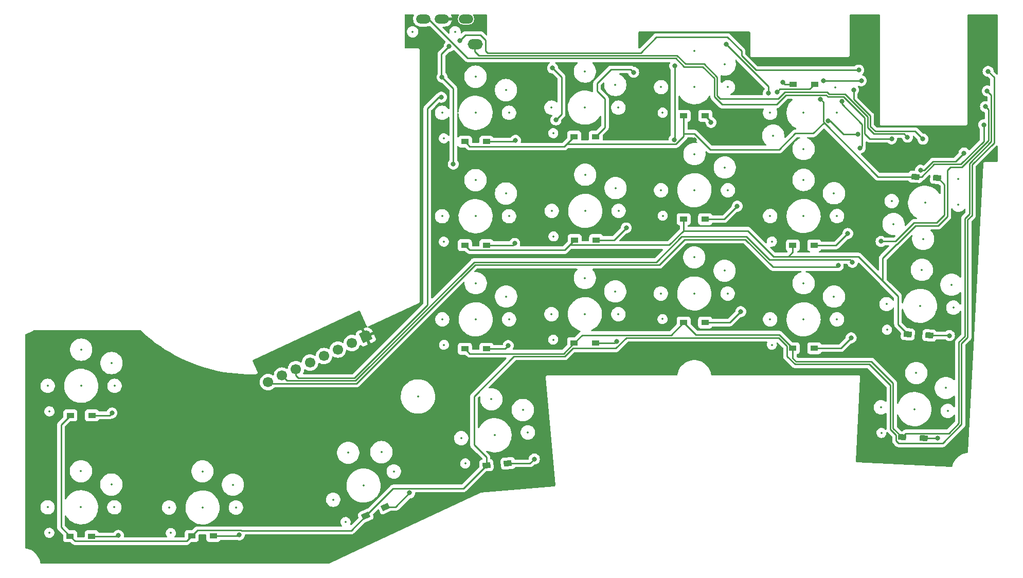
<source format=gtl>
%TF.GenerationSoftware,KiCad,Pcbnew,7.0.7*%
%TF.CreationDate,2024-08-30T08:21:23+09:00*%
%TF.ProjectId,evoroll,65766f72-6f6c-46c2-9e6b-696361645f70,rev?*%
%TF.SameCoordinates,Original*%
%TF.FileFunction,Copper,L1,Top*%
%TF.FilePolarity,Positive*%
%FSLAX46Y46*%
G04 Gerber Fmt 4.6, Leading zero omitted, Abs format (unit mm)*
G04 Created by KiCad (PCBNEW 7.0.7) date 2024-08-30 08:21:23*
%MOMM*%
%LPD*%
G01*
G04 APERTURE LIST*
G04 Aperture macros list*
%AMHorizOval*
0 Thick line with rounded ends*
0 $1 width*
0 $2 $3 position (X,Y) of the first rounded end (center of the circle)*
0 $4 $5 position (X,Y) of the second rounded end (center of the circle)*
0 Add line between two ends*
20,1,$1,$2,$3,$4,$5,0*
0 Add two circle primitives to create the rounded ends*
1,1,$1,$2,$3*
1,1,$1,$4,$5*%
%AMRotRect*
0 Rectangle, with rotation*
0 The origin of the aperture is its center*
0 $1 length*
0 $2 width*
0 $3 Rotation angle, in degrees counterclockwise*
0 Add horizontal line*
21,1,$1,$2,0,0,$3*%
%AMOutline5P*
0 Free polygon, 5 corners , with rotation*
0 The origin of the aperture is its center*
0 number of corners: always 5*
0 $1 to $10 corner X, Y*
0 $11 Rotation angle, in degrees counterclockwise*
0 create outline with 5 corners*
4,1,5,$1,$2,$3,$4,$5,$6,$7,$8,$9,$10,$1,$2,$11*%
%AMOutline6P*
0 Free polygon, 6 corners , with rotation*
0 The origin of the aperture is its center*
0 number of corners: always 6*
0 $1 to $12 corner X, Y*
0 $13 Rotation angle, in degrees counterclockwise*
0 create outline with 6 corners*
4,1,6,$1,$2,$3,$4,$5,$6,$7,$8,$9,$10,$11,$12,$1,$2,$13*%
%AMOutline7P*
0 Free polygon, 7 corners , with rotation*
0 The origin of the aperture is its center*
0 number of corners: always 7*
0 $1 to $14 corner X, Y*
0 $15 Rotation angle, in degrees counterclockwise*
0 create outline with 7 corners*
4,1,7,$1,$2,$3,$4,$5,$6,$7,$8,$9,$10,$11,$12,$13,$14,$1,$2,$15*%
%AMOutline8P*
0 Free polygon, 8 corners , with rotation*
0 The origin of the aperture is its center*
0 number of corners: always 8*
0 $1 to $16 corner X, Y*
0 $17 Rotation angle, in degrees counterclockwise*
0 create outline with 8 corners*
4,1,8,$1,$2,$3,$4,$5,$6,$7,$8,$9,$10,$11,$12,$13,$14,$15,$16,$1,$2,$17*%
G04 Aperture macros list end*
%TA.AperFunction,ComponentPad*%
%ADD10Outline5P,-0.850000X0.510000X-0.510000X0.850000X0.850000X0.850000X0.850000X-0.850000X-0.850000X-0.850000X295.000000*%
%TD*%
%TA.AperFunction,ComponentPad*%
%ADD11HorizOval,1.700000X0.000000X0.000000X0.000000X0.000000X0*%
%TD*%
%TA.AperFunction,SMDPad,CuDef*%
%ADD12RotRect,1.300000X0.950000X5.000000*%
%TD*%
%TA.AperFunction,SMDPad,CuDef*%
%ADD13RotRect,1.300000X0.950000X25.000000*%
%TD*%
%TA.AperFunction,SMDPad,CuDef*%
%ADD14R,1.300000X0.950000*%
%TD*%
%TA.AperFunction,SMDPad,CuDef*%
%ADD15RotRect,1.300000X0.950000X357.000000*%
%TD*%
%TA.AperFunction,ComponentPad*%
%ADD16O,2.500000X1.700000*%
%TD*%
%TA.AperFunction,ComponentPad*%
%ADD17O,2.400000X1.500000*%
%TD*%
%TA.AperFunction,ViaPad*%
%ADD18C,0.800000*%
%TD*%
%TA.AperFunction,Conductor*%
%ADD19C,0.250000*%
%TD*%
%ADD20C,0.350000*%
%ADD21O,1.500000X1.000000*%
G04 APERTURE END LIST*
D10*
%TO.P,J1,1,Pin_1*%
%TO.N,GND*%
X73925000Y-89425000D03*
D11*
%TO.P,J1,2,Pin_2*%
%TO.N,3V3*%
X71622978Y-90498450D03*
%TO.P,J1,3,Pin_3*%
%TO.N,unconnected-(J1-Pin_3-Pad3)*%
X69320956Y-91571901D03*
%TO.P,J1,4,Pin_4*%
%TO.N,MOTION*%
X67018935Y-92645351D03*
%TO.P,J1,5,Pin_5*%
%TO.N,SCLK*%
X64716913Y-93718802D03*
%TO.P,J1,6,Pin_6*%
%TO.N,MOSI*%
X62414891Y-94792252D03*
%TO.P,J1,7,Pin_7*%
%TO.N,MISO*%
X60112869Y-95865702D03*
%TO.P,J1,8,Pin_8*%
%TO.N,CS*%
X57810848Y-96939153D03*
%TD*%
D12*
%TO.P,D20,1,K*%
%TO.N,row3*%
X93756754Y-110629701D03*
%TO.P,D20,2,A*%
%TO.N,Net-(D20-A)*%
X97293246Y-110320299D03*
%TD*%
D13*
%TO.P,D19,1,K*%
%TO.N,row3*%
X73891304Y-118975147D03*
%TO.P,D19,2,A*%
%TO.N,Net-(D19-A)*%
X77108696Y-117474853D03*
%TD*%
D14*
%TO.P,D18,1,K*%
%TO.N,row3*%
X45250000Y-122275000D03*
%TO.P,D18,2,A*%
%TO.N,Net-(D18-A)*%
X48800000Y-122275000D03*
%TD*%
%TO.P,D17,1,K*%
%TO.N,row3*%
X25225000Y-122325000D03*
%TO.P,D17,2,A*%
%TO.N,Net-(D17-A)*%
X28775000Y-122325000D03*
%TD*%
%TO.P,D16,1,K*%
%TO.N,row3*%
X25275000Y-102425000D03*
%TO.P,D16,2,A*%
%TO.N,Net-(D16-A)*%
X28825000Y-102425000D03*
%TD*%
D15*
%TO.P,D15,1,K*%
%TO.N,row2*%
X162177433Y-106007104D03*
%TO.P,D15,2,A*%
%TO.N,Net-(D15-A)*%
X165722567Y-106192896D03*
%TD*%
D14*
%TO.P,D14,1,K*%
%TO.N,row2*%
X144200000Y-91350000D03*
%TO.P,D14,2,A*%
%TO.N,Net-(D14-A)*%
X147750000Y-91350000D03*
%TD*%
%TO.P,D13,1,K*%
%TO.N,row2*%
X126225000Y-87125000D03*
%TO.P,D13,2,A*%
%TO.N,Net-(D13-A)*%
X129775000Y-87125000D03*
%TD*%
%TO.P,D12,1,K*%
%TO.N,row2*%
X108200000Y-90525000D03*
%TO.P,D12,2,A*%
%TO.N,Net-(D12-A)*%
X111750000Y-90525000D03*
%TD*%
%TO.P,D11,1,K*%
%TO.N,row2*%
X90225000Y-91450000D03*
%TO.P,D11,2,A*%
%TO.N,Net-(D11-A)*%
X93775000Y-91450000D03*
%TD*%
D15*
%TO.P,D10,1,K*%
%TO.N,row1*%
X163127433Y-89057104D03*
%TO.P,D10,2,A*%
%TO.N,Net-(D10-A)*%
X166672567Y-89242896D03*
%TD*%
D14*
%TO.P,D9,1,K*%
%TO.N,row1*%
X144200000Y-74425000D03*
%TO.P,D9,2,A*%
%TO.N,Net-(D9-A)*%
X147750000Y-74425000D03*
%TD*%
%TO.P,D8,1,K*%
%TO.N,row1*%
X126225000Y-70100000D03*
%TO.P,D8,2,A*%
%TO.N,Net-(D8-A)*%
X129775000Y-70100000D03*
%TD*%
%TO.P,D7,1,K*%
%TO.N,row1*%
X108275000Y-73550000D03*
%TO.P,D7,2,A*%
%TO.N,Net-(D7-A)*%
X111825000Y-73550000D03*
%TD*%
%TO.P,D6,1,K*%
%TO.N,row1*%
X90225000Y-74400000D03*
%TO.P,D6,2,A*%
%TO.N,Net-(D6-A)*%
X93775000Y-74400000D03*
%TD*%
D15*
%TO.P,D5,1,K*%
%TO.N,row0*%
X164402433Y-63132104D03*
%TO.P,D5,2,A*%
%TO.N,Net-(D5-A)*%
X167947567Y-63317896D03*
%TD*%
D14*
%TO.P,D4,1,K*%
%TO.N,row0*%
X144225000Y-47875000D03*
%TO.P,D4,2,A*%
%TO.N,Net-(D4-A)*%
X147775000Y-47875000D03*
%TD*%
%TO.P,D3,1,K*%
%TO.N,row0*%
X126250000Y-53100000D03*
%TO.P,D3,2,A*%
%TO.N,Net-(D3-A)*%
X129800000Y-53100000D03*
%TD*%
%TO.P,D2,1,K*%
%TO.N,row0*%
X108200000Y-56525000D03*
%TO.P,D2,2,A*%
%TO.N,Net-(D2-A)*%
X111750000Y-56525000D03*
%TD*%
%TO.P,D1,1,K*%
%TO.N,row0*%
X90225000Y-57350000D03*
%TO.P,D1,2,A*%
%TO.N,Net-(D1-A)*%
X93775000Y-57350000D03*
%TD*%
D16*
%TO.P,J2,A*%
%TO.N,data-tx-r*%
X91900000Y-41350000D03*
D17*
%TO.P,J2,B*%
%TO.N,data-rx-r*%
X83400000Y-37150000D03*
%TO.P,J2,C*%
%TO.N,GND*%
X86400000Y-37150000D03*
%TO.P,J2,D*%
%TO.N,VCC*%
X90400000Y-37150000D03*
%TD*%
D18*
%TO.N,GND*%
X159300000Y-61200000D03*
X142925000Y-54425000D03*
%TO.N,MISO*%
X172375000Y-59225000D03*
X165225000Y-62050000D03*
%TO.N,MOTION*%
X154200000Y-48850000D03*
X165625000Y-56925000D03*
%TO.N,GND*%
X137350000Y-53850000D03*
X133300000Y-57375000D03*
X127950000Y-57025000D03*
X135500000Y-48000000D03*
X154450000Y-62225000D03*
X138375000Y-68000000D03*
X120100000Y-53575000D03*
X102075000Y-54775000D03*
X119125000Y-60775000D03*
X105660746Y-82805634D03*
%TO.N,SCLK*%
X155262299Y-58387701D03*
%TO.N,MOSI*%
X154875000Y-56100000D03*
X150024500Y-53887451D03*
%TO.N,SCLK*%
X152275000Y-50699500D03*
%TO.N,col1*%
X149225000Y-47300000D03*
X155475000Y-47325000D03*
%TO.N,col0*%
X87625000Y-41650000D03*
X89350000Y-40750000D03*
X155050000Y-45575000D03*
%TO.N,row0*%
X175625000Y-54575000D03*
%TO.N,row1*%
X175925000Y-51575000D03*
%TO.N,row2*%
X176200000Y-49000000D03*
%TO.N,row3*%
X176350000Y-45775000D03*
%TO.N,CS*%
X151675000Y-77750000D03*
%TO.N,MISO*%
X154025000Y-77200000D03*
%TO.N,row0*%
X148775000Y-50374500D03*
X142575000Y-47550000D03*
%TO.N,Net-(D9-A)*%
X153250000Y-72475000D03*
%TO.N,Net-(D14-A)*%
X153800000Y-89650000D03*
%TO.N,Net-(D13-A)*%
X135625000Y-85325000D03*
%TO.N,Net-(D12-A)*%
X115200000Y-90225000D03*
%TO.N,Net-(D8-A)*%
X135050000Y-67975000D03*
%TO.N,Net-(D7-A)*%
X116775000Y-71550000D03*
%TO.N,Net-(D4-A)*%
X141588051Y-49155423D03*
%TO.N,Net-(D3-A)*%
X130725000Y-54175000D03*
X140175000Y-49375000D03*
X133275000Y-41274500D03*
%TO.N,Net-(D2-A)*%
X118000000Y-45925000D03*
%TO.N,Net-(D1-A)*%
X98550000Y-57125000D03*
%TO.N,Net-(D6-A)*%
X98425000Y-74100000D03*
%TO.N,Net-(D11-A)*%
X97350000Y-90925000D03*
%TO.N,Net-(D20-A)*%
X101650000Y-109600000D03*
%TO.N,Net-(D19-A)*%
X81125000Y-115175000D03*
%TO.N,Net-(D18-A)*%
X53100000Y-122075000D03*
%TO.N,Net-(D17-A)*%
X33175000Y-122175000D03*
%TO.N,Net-(D16-A)*%
X32125000Y-102025000D03*
%TO.N,col0*%
X88300000Y-61050000D03*
X86450000Y-46725000D03*
%TO.N,col1*%
X105200000Y-53775000D03*
X104650000Y-45225000D03*
%TO.N,col2*%
X124675000Y-57025000D03*
X124750000Y-44875000D03*
%TO.N,Net-(D5-A)*%
X158725000Y-73775000D03*
%TO.N,Net-(D10-A)*%
X169975000Y-89275000D03*
%TO.N,Net-(D15-A)*%
X168075000Y-106200000D03*
%TO.N,data-rx-r*%
X160475000Y-56875000D03*
%TO.N,data-tx-r*%
X163075000Y-56600000D03*
%TO.N,MOSI*%
X86350000Y-50025000D03*
%TD*%
D19*
%TO.N,MOSI*%
X84025000Y-84227208D02*
X84025000Y-51900000D01*
X71986506Y-96265702D02*
X84025000Y-84227208D01*
X62815702Y-96265702D02*
X71986506Y-96265702D01*
X85900000Y-50025000D02*
X86350000Y-50025000D01*
X62414891Y-95864891D02*
X62815702Y-96265702D01*
X62414891Y-94792252D02*
X62414891Y-95864891D01*
X84025000Y-51900000D02*
X85900000Y-50025000D01*
%TO.N,row0*%
X147575000Y-55975000D02*
X149325000Y-54225000D01*
X130575305Y-58625000D02*
X141975000Y-58625000D01*
X144625000Y-55975000D02*
X147575000Y-55975000D01*
X127975305Y-56025000D02*
X130575305Y-58625000D01*
X141975000Y-58625000D02*
X144625000Y-55975000D01*
X126250000Y-56025000D02*
X127975305Y-56025000D01*
X106975000Y-57750000D02*
X106925000Y-57800000D01*
X124975305Y-57750000D02*
X106975000Y-57750000D01*
X126250000Y-56475305D02*
X124975305Y-57750000D01*
X126250000Y-53100000D02*
X126250000Y-56475305D01*
%TO.N,row1*%
X123875000Y-74350000D02*
X126225000Y-72000000D01*
X107475000Y-74350000D02*
X123875000Y-74350000D01*
X107325000Y-74500000D02*
X107475000Y-74350000D01*
X144200000Y-75525000D02*
X143475000Y-76250000D01*
X144200000Y-74425000D02*
X144200000Y-75525000D01*
X143475000Y-76250000D02*
X154975000Y-76250000D01*
X141050000Y-76250000D02*
X143475000Y-76250000D01*
X154975000Y-76250000D02*
X159000000Y-80275000D01*
X136800000Y-72000000D02*
X141050000Y-76250000D01*
X126225000Y-72000000D02*
X136800000Y-72000000D01*
%TO.N,MISO*%
X60962869Y-96715702D02*
X60112869Y-95865702D01*
X72172902Y-96715702D02*
X60962869Y-96715702D01*
X136525000Y-72950000D02*
X125911396Y-72950000D01*
X140375000Y-76800000D02*
X136525000Y-72950000D01*
X91711954Y-77176650D02*
X72172902Y-96715702D01*
X125911396Y-72950000D02*
X121684746Y-77176650D01*
X153625000Y-76800000D02*
X140375000Y-76800000D01*
X154025000Y-77200000D02*
X153625000Y-76800000D01*
X121684746Y-77176650D02*
X91711954Y-77176650D01*
%TO.N,row3*%
X177325000Y-46750000D02*
X176350000Y-45775000D01*
X177325000Y-57525000D02*
X177325000Y-46750000D01*
X173700000Y-61150000D02*
X177325000Y-57525000D01*
X173700000Y-69475000D02*
X173700000Y-61150000D01*
X172975000Y-89550000D02*
X172975000Y-70200000D01*
X171975000Y-90550000D02*
X172975000Y-89550000D01*
X172975000Y-70200000D02*
X173700000Y-69475000D01*
X171975000Y-103900000D02*
X171975000Y-90550000D01*
X168848737Y-107026263D02*
X171975000Y-103900000D01*
X161622672Y-107026263D02*
X168848737Y-107026263D01*
X161178464Y-105644531D02*
X161178464Y-106582055D01*
X160250000Y-104716067D02*
X161178464Y-105644531D01*
X160250000Y-97475000D02*
X160250000Y-104716067D01*
X144550000Y-94000000D02*
X156775000Y-94000000D01*
X143225000Y-92675000D02*
X144550000Y-94000000D01*
X143225000Y-91011396D02*
X143225000Y-92675000D01*
X141863604Y-89650000D02*
X143225000Y-91011396D01*
X161178464Y-106582055D02*
X161622672Y-107026263D01*
X116800305Y-89650000D02*
X141863604Y-89650000D01*
X115075305Y-91375000D02*
X116800305Y-89650000D01*
X156775000Y-94000000D02*
X160250000Y-97475000D01*
X106661396Y-92700000D02*
X107986396Y-91375000D01*
X91725000Y-107275000D02*
X91725000Y-99275000D01*
X91725000Y-99275000D02*
X98300000Y-92700000D01*
X98300000Y-92700000D02*
X106661396Y-92700000D01*
X93756754Y-109306754D02*
X91725000Y-107275000D01*
X107986396Y-91375000D02*
X115075305Y-91375000D01*
X93756754Y-110629701D02*
X93756754Y-109306754D01*
%TO.N,CS*%
X58037397Y-97165702D02*
X57810848Y-96939153D01*
X91898350Y-77626650D02*
X72359298Y-97165702D01*
X136413604Y-73475000D02*
X126400000Y-73475000D01*
X140938604Y-78000000D02*
X136413604Y-73475000D01*
X126400000Y-73475000D02*
X122248350Y-77626650D01*
X122248350Y-77626650D02*
X91898350Y-77626650D01*
X72359298Y-97165702D02*
X58037397Y-97165702D01*
X151425000Y-78000000D02*
X140938604Y-78000000D01*
X151675000Y-77750000D02*
X151425000Y-78000000D01*
%TO.N,Net-(D3-A)*%
X140175000Y-48250000D02*
X140175000Y-49375000D01*
X133275000Y-41350000D02*
X140175000Y-48250000D01*
X133275000Y-41274500D02*
X133275000Y-41350000D01*
%TO.N,row2*%
X144736396Y-93550000D02*
X144200000Y-93013604D01*
X144200000Y-93013604D02*
X144200000Y-91350000D01*
X157150000Y-93550000D02*
X144736396Y-93550000D01*
X162177433Y-106007104D02*
X160700000Y-104529671D01*
X160700000Y-104529671D02*
X160700000Y-97100000D01*
X160700000Y-97100000D02*
X157150000Y-93550000D01*
%TO.N,MOSI*%
X152586396Y-56100000D02*
X154875000Y-56100000D01*
X150373847Y-53887451D02*
X152586396Y-56100000D01*
X150024500Y-53887451D02*
X150373847Y-53887451D01*
%TO.N,row0*%
X149225000Y-54125000D02*
X158232104Y-63132104D01*
X158232104Y-63132104D02*
X164402433Y-63132104D01*
X149225000Y-50824500D02*
X149225000Y-54125000D01*
X148775000Y-50374500D02*
X149225000Y-50824500D01*
%TO.N,col0*%
X92800000Y-39825000D02*
X90275000Y-39825000D01*
X93600000Y-40625000D02*
X92800000Y-39825000D01*
X93600000Y-42375000D02*
X93600000Y-40625000D01*
X93933087Y-42708087D02*
X93600000Y-42375000D01*
X121750000Y-40125000D02*
X119166913Y-42708087D01*
X135750000Y-42425000D02*
X133450000Y-40125000D01*
X135750000Y-43175000D02*
X135750000Y-42425000D01*
X138150000Y-45575000D02*
X135750000Y-43175000D01*
X119166913Y-42708087D02*
X93933087Y-42708087D01*
X90275000Y-39825000D02*
X89350000Y-40750000D01*
X155050000Y-45575000D02*
X138150000Y-45575000D01*
X133450000Y-40125000D02*
X121750000Y-40125000D01*
%TO.N,data-rx-r*%
X90658087Y-43608087D02*
X84125000Y-37075000D01*
%TO.N,row0*%
X165418201Y-63132104D02*
X164402433Y-63132104D01*
X167475305Y-61075000D02*
X165418201Y-63132104D01*
X171865812Y-61075000D02*
X167475305Y-61075000D01*
X175625000Y-57315812D02*
X171865812Y-61075000D01*
X175625000Y-54575000D02*
X175625000Y-57315812D01*
%TO.N,col1*%
X106125000Y-46700000D02*
X104650000Y-45225000D01*
X106125000Y-52850000D02*
X106125000Y-46700000D01*
X105200000Y-53775000D02*
X106125000Y-52850000D01*
%TO.N,row3*%
X23725000Y-103975000D02*
X25275000Y-102425000D01*
X23725000Y-120825000D02*
X23725000Y-103975000D01*
X25225000Y-122325000D02*
X23725000Y-120825000D01*
X46175000Y-121350000D02*
X45250000Y-122275000D01*
X53400305Y-121350000D02*
X46175000Y-121350000D01*
X53425305Y-121375000D02*
X53400305Y-121350000D01*
X71491451Y-121375000D02*
X53425305Y-121375000D01*
X73891304Y-118975147D02*
X71491451Y-121375000D01*
%TO.N,data-tx-r*%
X91875000Y-42525000D02*
X91875000Y-41275000D01*
X92508087Y-43158087D02*
X91875000Y-42525000D01*
X125119483Y-43158087D02*
X92508087Y-43158087D01*
X126511396Y-44550000D02*
X125119483Y-43158087D01*
X129561396Y-44550000D02*
X126511396Y-44550000D01*
X131725000Y-46713604D02*
X129561396Y-44550000D01*
X131725000Y-49788604D02*
X131725000Y-46713604D01*
X132236396Y-50300000D02*
X131725000Y-49788604D01*
X141813604Y-50300000D02*
X132236396Y-50300000D01*
X142913604Y-49200000D02*
X141813604Y-50300000D01*
X150174500Y-49524500D02*
X149850000Y-49200000D01*
X156500000Y-55000000D02*
X156500000Y-53262799D01*
X157575000Y-56075000D02*
X156500000Y-55000000D01*
X162550000Y-56075000D02*
X157575000Y-56075000D01*
X149850000Y-49200000D02*
X142913604Y-49200000D01*
X156500000Y-53262799D02*
X152761701Y-49524500D01*
X163075000Y-56600000D02*
X162550000Y-56075000D01*
X152761701Y-49524500D02*
X150174500Y-49524500D01*
%TO.N,data-rx-r*%
X84125000Y-37075000D02*
X83375000Y-37075000D01*
X124933087Y-43608087D02*
X90658087Y-43608087D01*
X126325000Y-45000000D02*
X124933087Y-43608087D01*
X129375000Y-45000000D02*
X126325000Y-45000000D01*
X131275000Y-46900000D02*
X129375000Y-45000000D01*
X131275000Y-49975000D02*
X131275000Y-46900000D01*
X132525000Y-51225000D02*
X131275000Y-49975000D01*
X141525000Y-51225000D02*
X132525000Y-51225000D01*
X143100000Y-49650000D02*
X141525000Y-51225000D01*
X149988104Y-49974500D02*
X149663604Y-49650000D01*
X156050000Y-53449195D02*
X152575305Y-49974500D01*
X152575305Y-49974500D02*
X149988104Y-49974500D01*
X156050000Y-56036396D02*
X156050000Y-53449195D01*
X156888604Y-56875000D02*
X156050000Y-56036396D01*
X149663604Y-49650000D02*
X143100000Y-49650000D01*
X160475000Y-56875000D02*
X156888604Y-56875000D01*
%TO.N,Net-(D5-A)*%
X161125000Y-73775000D02*
X158725000Y-73775000D01*
X169175000Y-69400000D02*
X167850000Y-70725000D01*
X169175000Y-64400000D02*
X169175000Y-69400000D01*
X164175000Y-70725000D02*
X161125000Y-73775000D01*
X168092896Y-63317896D02*
X169175000Y-64400000D01*
X167850000Y-70725000D02*
X164175000Y-70725000D01*
X167947567Y-63317896D02*
X168092896Y-63317896D01*
%TO.N,row1*%
X176425000Y-52075000D02*
X175925000Y-51575000D01*
X176425000Y-57152208D02*
X176425000Y-52075000D01*
X172052208Y-61525000D02*
X176425000Y-57152208D01*
X170150000Y-61525000D02*
X172052208Y-61525000D01*
X169625000Y-62050000D02*
X170150000Y-61525000D01*
X168149999Y-71175000D02*
X169625000Y-69699999D01*
X161311396Y-74225000D02*
X164361396Y-71175000D01*
X169625000Y-69699999D02*
X169625000Y-62050000D01*
X161300000Y-74225000D02*
X161311396Y-74225000D01*
X159000000Y-80275000D02*
X159000000Y-76525000D01*
X159000000Y-76525000D02*
X161300000Y-74225000D01*
X164361396Y-71175000D02*
X168149999Y-71175000D01*
%TO.N,MISO*%
X165863909Y-62050000D02*
X165225000Y-62050000D01*
X167288909Y-60625000D02*
X165863909Y-62050000D01*
X170975000Y-60625000D02*
X167288909Y-60625000D01*
X172375000Y-59225000D02*
X170975000Y-60625000D01*
%TO.N,MOTION*%
X157761396Y-55625000D02*
X164325000Y-55625000D01*
X164325000Y-55625000D02*
X165625000Y-56925000D01*
X156950000Y-54813604D02*
X157761396Y-55625000D01*
X156950000Y-53076403D02*
X156950000Y-54813604D01*
X154200000Y-50326403D02*
X156950000Y-53076403D01*
X154200000Y-48850000D02*
X154200000Y-50326403D01*
%TO.N,data-rx-r*%
X160475000Y-56875000D02*
X160625000Y-56725000D01*
%TO.N,row2*%
X162825008Y-105359529D02*
X162177433Y-106007104D01*
X169879075Y-105359529D02*
X162825008Y-105359529D01*
X171525000Y-103713604D02*
X169879075Y-105359529D01*
X172525000Y-89363604D02*
X171525000Y-90363604D01*
X172525000Y-70013604D02*
X172525000Y-89363604D01*
X171525000Y-90363604D02*
X171525000Y-103713604D01*
X173250000Y-60963604D02*
X173250000Y-69288604D01*
X176875000Y-57338604D02*
X173250000Y-60963604D01*
X173250000Y-69288604D02*
X172525000Y-70013604D01*
X176875000Y-49675000D02*
X176875000Y-57338604D01*
X176200000Y-49000000D02*
X176875000Y-49675000D01*
%TO.N,SCLK*%
X152275000Y-51150305D02*
X152275000Y-50699500D01*
X155262299Y-58387701D02*
X155600000Y-58050000D01*
X155600000Y-58050000D02*
X155600000Y-54475305D01*
X155600000Y-54475305D02*
X152275000Y-51150305D01*
%TO.N,col1*%
X149250000Y-47325000D02*
X155475000Y-47325000D01*
X149225000Y-47300000D02*
X149250000Y-47325000D01*
%TO.N,row0*%
X142900000Y-47875000D02*
X144225000Y-47875000D01*
X142575000Y-47550000D02*
X142900000Y-47875000D01*
%TO.N,col0*%
X87625000Y-41650000D02*
X86350000Y-42925000D01*
X86350000Y-42925000D02*
X86350000Y-46625000D01*
X86350000Y-46625000D02*
X86450000Y-46725000D01*
%TO.N,Net-(D4-A)*%
X146975000Y-48675000D02*
X147775000Y-47875000D01*
X142068474Y-48675000D02*
X146975000Y-48675000D01*
X141588051Y-49155423D02*
X142068474Y-48675000D01*
%TO.N,row1*%
X159000000Y-80275000D02*
X161509325Y-82784325D01*
%TO.N,row2*%
X176200000Y-49000000D02*
X176050000Y-48850000D01*
%TO.N,row0*%
X106575000Y-58150000D02*
X91025000Y-58150000D01*
X108200000Y-56525000D02*
X106575000Y-58150000D01*
X91025000Y-58150000D02*
X90225000Y-57350000D01*
%TO.N,row1*%
X161509325Y-87438996D02*
X163127433Y-89057104D01*
X161509325Y-82784325D02*
X161509325Y-87438996D01*
X126225000Y-72000000D02*
X126225000Y-70100000D01*
%TO.N,Net-(D9-A)*%
X151300000Y-74425000D02*
X153250000Y-72475000D01*
X147750000Y-74425000D02*
X151300000Y-74425000D01*
%TO.N,Net-(D14-A)*%
X152100000Y-91350000D02*
X153800000Y-89650000D01*
X147750000Y-91350000D02*
X152100000Y-91350000D01*
%TO.N,Net-(D13-A)*%
X133825000Y-87125000D02*
X135625000Y-85325000D01*
X129775000Y-87125000D02*
X133825000Y-87125000D01*
%TO.N,Net-(D12-A)*%
X114900000Y-90525000D02*
X115200000Y-90225000D01*
X111750000Y-90525000D02*
X114900000Y-90525000D01*
%TO.N,Net-(D8-A)*%
X132925000Y-70100000D02*
X135050000Y-67975000D01*
X129775000Y-70100000D02*
X132925000Y-70100000D01*
%TO.N,Net-(D7-A)*%
X114775000Y-73550000D02*
X116775000Y-71550000D01*
X111825000Y-73550000D02*
X114775000Y-73550000D01*
%TO.N,row1*%
X106625000Y-75200000D02*
X108275000Y-73550000D01*
X91025000Y-75200000D02*
X106625000Y-75200000D01*
X90225000Y-74400000D02*
X91025000Y-75200000D01*
%TO.N,row3*%
X26025000Y-123125000D02*
X25225000Y-122325000D01*
X44400000Y-123125000D02*
X26025000Y-123125000D01*
X45250000Y-122275000D02*
X44400000Y-123125000D01*
X78416451Y-114450000D02*
X73891304Y-118975147D01*
X89936455Y-114450000D02*
X78416451Y-114450000D01*
X93756754Y-110629701D02*
X89936455Y-114450000D01*
%TO.N,row2*%
X91025000Y-92250000D02*
X90225000Y-91450000D01*
X106475000Y-92250000D02*
X91025000Y-92250000D01*
X108200000Y-90525000D02*
X106475000Y-92250000D01*
X109525000Y-89200000D02*
X108200000Y-90525000D01*
X124150000Y-89200000D02*
X109525000Y-89200000D01*
X126225000Y-87125000D02*
X124150000Y-89200000D01*
X128225000Y-89125000D02*
X126225000Y-87125000D01*
X141975000Y-89125000D02*
X128225000Y-89125000D01*
X144200000Y-91350000D02*
X141975000Y-89125000D01*
%TO.N,Net-(D3-A)*%
X130725000Y-54025000D02*
X129800000Y-53100000D01*
X130725000Y-54175000D02*
X130725000Y-54025000D01*
%TO.N,Net-(D2-A)*%
X113275000Y-50300000D02*
X113275000Y-55000000D01*
X111975000Y-49000000D02*
X113275000Y-50300000D01*
X113275000Y-55000000D02*
X111750000Y-56525000D01*
X114250000Y-45450000D02*
X111975000Y-47725000D01*
X117525000Y-45450000D02*
X114250000Y-45450000D01*
X111975000Y-47725000D02*
X111975000Y-49000000D01*
X118000000Y-45925000D02*
X117525000Y-45450000D01*
%TO.N,Net-(D1-A)*%
X93775000Y-57350000D02*
X98325000Y-57350000D01*
X98325000Y-57350000D02*
X98550000Y-57125000D01*
%TO.N,Net-(D6-A)*%
X98125000Y-74400000D02*
X98425000Y-74100000D01*
X93775000Y-74400000D02*
X98125000Y-74400000D01*
%TO.N,Net-(D11-A)*%
X97350000Y-90925000D02*
X96825000Y-91450000D01*
X96825000Y-91450000D02*
X93775000Y-91450000D01*
%TO.N,Net-(D20-A)*%
X100929701Y-110320299D02*
X101650000Y-109600000D01*
X97293246Y-110320299D02*
X100929701Y-110320299D01*
%TO.N,Net-(D19-A)*%
X78825147Y-117474853D02*
X77108696Y-117474853D01*
X81125000Y-115175000D02*
X78825147Y-117474853D01*
%TO.N,Net-(D18-A)*%
X52900000Y-122275000D02*
X53100000Y-122075000D01*
X48800000Y-122275000D02*
X52900000Y-122275000D01*
%TO.N,Net-(D17-A)*%
X33025000Y-122325000D02*
X33175000Y-122175000D01*
X28775000Y-122325000D02*
X33025000Y-122325000D01*
%TO.N,Net-(D16-A)*%
X31725000Y-102425000D02*
X28825000Y-102425000D01*
X32125000Y-102025000D02*
X31725000Y-102425000D01*
%TO.N,col0*%
X88300000Y-48575000D02*
X88300000Y-61050000D01*
X86450000Y-46725000D02*
X88300000Y-48575000D01*
%TO.N,col2*%
X124750000Y-56950000D02*
X124675000Y-57025000D01*
X124750000Y-44875000D02*
X124750000Y-56950000D01*
%TO.N,Net-(D10-A)*%
X169942896Y-89242896D02*
X166672567Y-89242896D01*
X169975000Y-89275000D02*
X169942896Y-89242896D01*
%TO.N,Net-(D15-A)*%
X168067896Y-106192896D02*
X168075000Y-106200000D01*
X165722567Y-106192896D02*
X168067896Y-106192896D01*
%TD*%
%TA.AperFunction,Conductor*%
%TO.N,GND*%
G36*
X177865317Y-57990334D02*
G01*
X177917063Y-58037283D01*
X177935244Y-58101923D01*
X177935244Y-60499251D01*
X177933715Y-60518661D01*
X177928550Y-60551251D01*
X177916558Y-60588148D01*
X177906059Y-60608748D01*
X177883256Y-60640128D01*
X177866908Y-60656474D01*
X177835517Y-60679277D01*
X177814911Y-60689774D01*
X177778009Y-60701760D01*
X177744835Y-60707010D01*
X177725439Y-60708534D01*
X177690823Y-60708530D01*
X177688183Y-60708530D01*
X177688182Y-60708530D01*
X177678242Y-60708529D01*
X177678156Y-60708536D01*
X175908814Y-60708536D01*
X175890927Y-60707239D01*
X175886048Y-60706527D01*
X175835921Y-60708536D01*
X175814103Y-60708536D01*
X175814099Y-60708536D01*
X175808396Y-60709065D01*
X175808387Y-60708968D01*
X175799178Y-60710006D01*
X175773796Y-60711023D01*
X175773784Y-60711026D01*
X175766209Y-60714315D01*
X175739626Y-60722458D01*
X175731515Y-60723974D01*
X175731511Y-60723976D01*
X175709923Y-60737342D01*
X175694041Y-60745651D01*
X175670737Y-60755770D01*
X175664862Y-60761573D01*
X175643016Y-60778768D01*
X175636000Y-60783112D01*
X175635991Y-60783120D01*
X175620690Y-60803382D01*
X175608881Y-60816869D01*
X175590809Y-60834720D01*
X175590808Y-60834721D01*
X175587426Y-60842255D01*
X175573266Y-60866183D01*
X175568291Y-60872772D01*
X175561341Y-60897197D01*
X175555200Y-60914041D01*
X175544800Y-60937208D01*
X175544799Y-60937213D01*
X175544367Y-60945454D01*
X175539805Y-60972887D01*
X175537546Y-60980827D01*
X175537545Y-60980831D01*
X175539888Y-61006117D01*
X175540247Y-61024044D01*
X173059185Y-108365531D01*
X173059173Y-108365632D01*
X173057021Y-108406806D01*
X173053990Y-108428319D01*
X173045705Y-108464079D01*
X173028717Y-108503909D01*
X173014703Y-108525361D01*
X172985067Y-108556912D01*
X172964532Y-108572241D01*
X172925842Y-108591687D01*
X172890442Y-108602260D01*
X172869208Y-108606624D01*
X172723685Y-108623461D01*
X172723678Y-108623462D01*
X172494666Y-108676472D01*
X172416815Y-108694493D01*
X172416812Y-108694493D01*
X172416808Y-108694495D01*
X172119852Y-108799477D01*
X171836524Y-108937099D01*
X171836514Y-108937104D01*
X171570412Y-109105617D01*
X171324877Y-109302907D01*
X171324872Y-109302910D01*
X171103013Y-109526475D01*
X171103011Y-109526476D01*
X171103007Y-109526480D01*
X171103008Y-109526480D01*
X170955860Y-109712511D01*
X170907599Y-109773524D01*
X170741129Y-110040903D01*
X170741124Y-110040912D01*
X170605679Y-110325272D01*
X170502965Y-110623041D01*
X170502964Y-110623046D01*
X170480044Y-110725596D01*
X170480009Y-110725709D01*
X170470985Y-110766120D01*
X170464408Y-110786830D01*
X170450270Y-110820723D01*
X170426887Y-110857154D01*
X170409479Y-110875987D01*
X170374999Y-110902158D01*
X170352172Y-110913863D01*
X170310798Y-110926587D01*
X170274114Y-110931119D01*
X170252404Y-110931883D01*
X170211302Y-110929721D01*
X170211170Y-110929724D01*
X154752588Y-110119575D01*
X154733287Y-110117033D01*
X154700989Y-110110165D01*
X154664777Y-110096262D01*
X154644730Y-110084687D01*
X154614582Y-110060273D01*
X154599092Y-110043069D01*
X154577968Y-110010542D01*
X154568549Y-109989388D01*
X154558509Y-109951923D01*
X154558277Y-109949721D01*
X154555049Y-109919023D01*
X154554540Y-109899578D01*
X155272678Y-96196672D01*
X155277243Y-96169227D01*
X155279499Y-96161296D01*
X155279500Y-96161294D01*
X155277155Y-96135996D01*
X155276971Y-96126735D01*
X155276873Y-96126739D01*
X155276643Y-96121015D01*
X155276644Y-96121008D01*
X155273763Y-96099382D01*
X155269199Y-96050124D01*
X155269135Y-96049434D01*
X155269134Y-96049432D01*
X155269134Y-96049427D01*
X155269131Y-96049422D01*
X155267790Y-96044709D01*
X155267703Y-96044291D01*
X155267463Y-96043559D01*
X155267242Y-96042784D01*
X155267079Y-96042386D01*
X155265549Y-96037727D01*
X155265549Y-96037725D01*
X155241418Y-95993766D01*
X155219057Y-95948859D01*
X155219053Y-95948856D01*
X155216090Y-95944931D01*
X155215857Y-95944571D01*
X155215359Y-95943964D01*
X155214898Y-95943354D01*
X155214612Y-95943052D01*
X155211487Y-95939241D01*
X155173105Y-95906968D01*
X155166183Y-95900658D01*
X155136032Y-95873171D01*
X155136030Y-95873170D01*
X155131820Y-95870563D01*
X155131494Y-95870327D01*
X155130855Y-95869966D01*
X155130184Y-95869550D01*
X155129788Y-95869363D01*
X155125494Y-95866936D01*
X155078060Y-95850712D01*
X155031271Y-95832586D01*
X155026426Y-95831681D01*
X155026018Y-95831573D01*
X155025265Y-95831464D01*
X155024499Y-95831321D01*
X155024072Y-95831290D01*
X155019200Y-95830579D01*
X154969098Y-95832587D01*
X130954699Y-95832587D01*
X130933054Y-95830683D01*
X130921317Y-95828602D01*
X130896874Y-95824269D01*
X130856232Y-95809394D01*
X130834028Y-95796495D01*
X130800973Y-95768556D01*
X130784560Y-95748818D01*
X130763120Y-95711222D01*
X130750714Y-95676463D01*
X130745235Y-95655455D01*
X130739145Y-95619417D01*
X130737515Y-95609770D01*
X130737451Y-95609517D01*
X130731502Y-95574384D01*
X130719703Y-95504701D01*
X130678366Y-95363291D01*
X130627712Y-95190004D01*
X130623318Y-95179651D01*
X130499624Y-94888175D01*
X130459714Y-94818192D01*
X130337201Y-94603365D01*
X130324546Y-94586198D01*
X130142650Y-94339443D01*
X130020100Y-94208468D01*
X129918645Y-94100037D01*
X129918639Y-94100031D01*
X129918638Y-94100030D01*
X129918636Y-94100028D01*
X129668218Y-93888386D01*
X129512474Y-93785292D01*
X129394819Y-93707410D01*
X129156947Y-93587242D01*
X129102165Y-93559567D01*
X128894029Y-93483394D01*
X128794264Y-93446882D01*
X128660993Y-93415130D01*
X128475316Y-93370892D01*
X128475312Y-93370891D01*
X128475310Y-93370891D01*
X128149681Y-93332636D01*
X127821807Y-93332636D01*
X127821806Y-93332636D01*
X127496177Y-93370891D01*
X127496173Y-93370891D01*
X127496172Y-93370892D01*
X127409546Y-93391531D01*
X127177223Y-93446882D01*
X126869318Y-93559569D01*
X126576668Y-93707410D01*
X126303270Y-93888386D01*
X126052848Y-94100031D01*
X126052842Y-94100037D01*
X125828843Y-94339437D01*
X125828838Y-94339443D01*
X125634286Y-94603365D01*
X125471866Y-94888170D01*
X125471862Y-94888178D01*
X125343775Y-95190004D01*
X125251784Y-95504701D01*
X125251782Y-95504711D01*
X125233177Y-95614587D01*
X125233122Y-95614812D01*
X125226229Y-95655594D01*
X125220747Y-95676611D01*
X125208392Y-95711226D01*
X125186953Y-95748823D01*
X125170534Y-95768569D01*
X125137473Y-95796512D01*
X125115269Y-95809410D01*
X125074629Y-95824283D01*
X125038526Y-95830683D01*
X125016882Y-95832587D01*
X103881883Y-95832587D01*
X103858474Y-95830357D01*
X103843019Y-95827386D01*
X103817864Y-95831954D01*
X103814604Y-95832400D01*
X103787067Y-95837548D01*
X103732456Y-95847466D01*
X103731847Y-95847703D01*
X103731044Y-95848008D01*
X103683922Y-95877184D01*
X103636633Y-95906130D01*
X103635985Y-95906722D01*
X103635514Y-95907146D01*
X103602081Y-95951419D01*
X103568479Y-95995443D01*
X103568180Y-95996045D01*
X103567803Y-95996790D01*
X103567793Y-95996823D01*
X103567794Y-95996823D01*
X103554288Y-96044291D01*
X103552628Y-96050124D01*
X103537189Y-96103346D01*
X103537120Y-96104100D01*
X103537046Y-96104850D01*
X103542163Y-96160079D01*
X105093479Y-113891709D01*
X105093648Y-113911184D01*
X105092687Y-113924898D01*
X105091827Y-113937175D01*
X105091339Y-113944133D01*
X105082607Y-113981931D01*
X105073929Y-114003402D01*
X105053953Y-114036642D01*
X105039064Y-114054386D01*
X105009791Y-114079834D01*
X104990154Y-114092106D01*
X104954453Y-114107264D01*
X104922262Y-114115295D01*
X104903054Y-114118511D01*
X92808551Y-115176643D01*
X92755602Y-115180181D01*
X92736351Y-115189158D01*
X92717279Y-115196210D01*
X92696831Y-115201915D01*
X92696828Y-115201917D01*
X92686866Y-115209360D01*
X92665058Y-115222402D01*
X71243461Y-125211458D01*
X67863946Y-126787352D01*
X67862809Y-126787882D01*
X67810404Y-126799500D01*
X20540630Y-126799500D01*
X20540567Y-126799495D01*
X20493923Y-126799499D01*
X20472280Y-126797598D01*
X20436088Y-126791186D01*
X20395442Y-126776313D01*
X20373237Y-126763416D01*
X20340177Y-126735479D01*
X20323755Y-126715733D01*
X20302314Y-126678139D01*
X20290110Y-126643953D01*
X20284551Y-126622474D01*
X20279366Y-126591074D01*
X20278789Y-126588631D01*
X20276583Y-126575583D01*
X20276565Y-126575511D01*
X20260072Y-126477974D01*
X20260070Y-126477969D01*
X20260070Y-126477965D01*
X20173084Y-126175236D01*
X20052704Y-125884168D01*
X19900450Y-125608432D01*
X19718240Y-125351505D01*
X19593106Y-125211458D01*
X19508373Y-125116626D01*
X19273495Y-124906760D01*
X19273484Y-124906752D01*
X19016577Y-124724556D01*
X19016562Y-124724546D01*
X18740841Y-124572301D01*
X18740830Y-124572295D01*
X18684622Y-124549048D01*
X18449764Y-124451916D01*
X18449758Y-124451914D01*
X18449755Y-124451913D01*
X18323002Y-124415492D01*
X18147035Y-124364930D01*
X18147030Y-124364929D01*
X18147019Y-124364926D01*
X18048706Y-124348301D01*
X18048651Y-124348287D01*
X18038683Y-124346602D01*
X18002509Y-124340487D01*
X17981487Y-124335003D01*
X17946885Y-124322650D01*
X17909292Y-124301210D01*
X17889555Y-124284797D01*
X17861618Y-124251741D01*
X17848721Y-124229536D01*
X17833854Y-124188905D01*
X17827400Y-124152479D01*
X17825501Y-124130861D01*
X17825505Y-124094389D01*
X17825504Y-124094386D01*
X17825505Y-124085160D01*
X17825501Y-124085092D01*
X17825501Y-121705028D01*
X20975549Y-121705028D01*
X20977582Y-121742516D01*
X20985274Y-121884387D01*
X20985274Y-121884389D01*
X21033326Y-122057458D01*
X21033327Y-122057461D01*
X21117464Y-122216162D01*
X21193700Y-122305913D01*
X21233749Y-122353062D01*
X21376745Y-122461765D01*
X21376746Y-122461765D01*
X21376747Y-122461766D01*
X21376748Y-122461767D01*
X21458308Y-122499500D01*
X21539766Y-122537186D01*
X21539767Y-122537186D01*
X21539769Y-122537187D01*
X21592987Y-122548901D01*
X21715189Y-122575800D01*
X21715190Y-122575800D01*
X21849764Y-122575800D01*
X21849769Y-122575800D01*
X21983569Y-122561248D01*
X22153789Y-122503895D01*
X22307699Y-122411290D01*
X22438104Y-122287764D01*
X22538906Y-122139092D01*
X22550318Y-122110452D01*
X22605389Y-121972232D01*
X22605388Y-121972232D01*
X22605391Y-121972227D01*
X22634451Y-121794972D01*
X22624726Y-121615613D01*
X22576672Y-121442538D01*
X22499336Y-121296666D01*
X22492535Y-121283837D01*
X22376251Y-121146938D01*
X22332538Y-121113708D01*
X22233255Y-121038235D01*
X22233254Y-121038234D01*
X22233252Y-121038233D01*
X22233251Y-121038232D01*
X22070230Y-120962812D01*
X21894811Y-120924200D01*
X21760231Y-120924200D01*
X21760229Y-120924200D01*
X21626432Y-120938751D01*
X21626425Y-120938753D01*
X21456212Y-120996104D01*
X21456209Y-120996106D01*
X21302303Y-121088708D01*
X21171894Y-121212237D01*
X21071091Y-121360911D01*
X21004610Y-121527767D01*
X21004607Y-121527779D01*
X20975549Y-121705024D01*
X20975549Y-121705027D01*
X20975549Y-121705028D01*
X17825501Y-121705028D01*
X17825501Y-117659473D01*
X20343600Y-117659473D01*
X20383831Y-117874690D01*
X20393515Y-117899687D01*
X20462923Y-118078850D01*
X20462924Y-118078852D01*
X20562727Y-118240038D01*
X20578184Y-118265002D01*
X20725686Y-118426805D01*
X20758792Y-118451805D01*
X20900406Y-118558747D01*
X20900414Y-118558752D01*
X21076453Y-118646409D01*
X21096401Y-118656342D01*
X21306988Y-118716259D01*
X21470384Y-118731400D01*
X21470387Y-118731400D01*
X21579613Y-118731400D01*
X21579616Y-118731400D01*
X21743012Y-118716259D01*
X21953599Y-118656342D01*
X22149591Y-118558749D01*
X22324314Y-118426805D01*
X22471816Y-118265002D01*
X22587076Y-118078851D01*
X22666169Y-117874690D01*
X22706400Y-117659473D01*
X22706400Y-117440527D01*
X22666169Y-117225310D01*
X22587076Y-117021149D01*
X22571572Y-116996110D01*
X22548655Y-116959098D01*
X22471816Y-116834998D01*
X22324314Y-116673195D01*
X22182697Y-116566251D01*
X22149593Y-116541252D01*
X22149585Y-116541247D01*
X21953602Y-116443659D01*
X21953599Y-116443658D01*
X21743012Y-116383741D01*
X21743009Y-116383740D01*
X21743007Y-116383740D01*
X21635368Y-116373766D01*
X21579616Y-116368600D01*
X21470384Y-116368600D01*
X21420325Y-116373238D01*
X21306992Y-116383740D01*
X21306988Y-116383740D01*
X21306988Y-116383741D01*
X21293991Y-116387439D01*
X21096397Y-116443659D01*
X20900414Y-116541247D01*
X20900406Y-116541252D01*
X20749204Y-116655435D01*
X20725686Y-116673195D01*
X20578184Y-116834998D01*
X20578182Y-116835000D01*
X20578181Y-116835002D01*
X20462924Y-117021147D01*
X20462923Y-117021149D01*
X20405748Y-117168736D01*
X20383831Y-117225310D01*
X20343600Y-117440527D01*
X20343600Y-117659473D01*
X17825501Y-117659473D01*
X17825501Y-101705027D01*
X21000549Y-101705027D01*
X21010274Y-101884387D01*
X21010274Y-101884389D01*
X21058326Y-102057458D01*
X21058327Y-102057461D01*
X21142464Y-102216162D01*
X21258748Y-102353061D01*
X21258749Y-102353062D01*
X21401745Y-102461765D01*
X21401746Y-102461765D01*
X21401747Y-102461766D01*
X21401748Y-102461767D01*
X21492804Y-102503893D01*
X21564766Y-102537186D01*
X21564767Y-102537186D01*
X21564769Y-102537187D01*
X21613140Y-102547834D01*
X21740189Y-102575800D01*
X21740190Y-102575800D01*
X21874764Y-102575800D01*
X21874769Y-102575800D01*
X22008569Y-102561248D01*
X22178789Y-102503895D01*
X22332699Y-102411290D01*
X22463104Y-102287764D01*
X22563906Y-102139092D01*
X22564748Y-102136980D01*
X22630389Y-101972232D01*
X22630388Y-101972232D01*
X22630391Y-101972227D01*
X22659451Y-101794972D01*
X22649726Y-101615613D01*
X22608315Y-101466464D01*
X22601673Y-101442541D01*
X22601672Y-101442538D01*
X22517535Y-101283837D01*
X22401251Y-101146938D01*
X22371734Y-101124500D01*
X22258255Y-101038235D01*
X22258254Y-101038234D01*
X22258252Y-101038233D01*
X22258251Y-101038232D01*
X22095230Y-100962812D01*
X21919811Y-100924200D01*
X21785231Y-100924200D01*
X21785229Y-100924200D01*
X21651432Y-100938751D01*
X21651425Y-100938753D01*
X21481212Y-100996104D01*
X21481209Y-100996106D01*
X21327303Y-101088708D01*
X21196894Y-101212237D01*
X21096091Y-101360911D01*
X21029610Y-101527767D01*
X21029607Y-101527779D01*
X21000549Y-101705024D01*
X21000549Y-101705027D01*
X17825501Y-101705027D01*
X17825501Y-97659473D01*
X20368600Y-97659473D01*
X20408831Y-97874690D01*
X20408834Y-97874697D01*
X20487923Y-98078850D01*
X20487924Y-98078852D01*
X20584201Y-98234344D01*
X20603184Y-98265002D01*
X20750686Y-98426805D01*
X20879959Y-98524427D01*
X20925406Y-98558747D01*
X20925414Y-98558752D01*
X21048549Y-98620066D01*
X21121401Y-98656342D01*
X21331988Y-98716259D01*
X21495384Y-98731400D01*
X21495387Y-98731400D01*
X21604613Y-98731400D01*
X21604616Y-98731400D01*
X21768012Y-98716259D01*
X21978599Y-98656342D01*
X22174591Y-98558749D01*
X22349314Y-98426805D01*
X22496816Y-98265002D01*
X22612076Y-98078851D01*
X22691169Y-97874690D01*
X22731400Y-97659473D01*
X22731400Y-97466717D01*
X24240798Y-97466717D01*
X24247391Y-97689079D01*
X24250666Y-97799557D01*
X24299830Y-98128889D01*
X24299831Y-98128894D01*
X24348899Y-98308468D01*
X24387600Y-98450098D01*
X24512744Y-98758671D01*
X24673507Y-99050276D01*
X24866088Y-99318675D01*
X24867633Y-99320827D01*
X24867639Y-99320834D01*
X25029505Y-99497770D01*
X25092388Y-99566508D01*
X25344627Y-99783888D01*
X25344632Y-99783891D01*
X25344638Y-99783896D01*
X25620801Y-99969905D01*
X25620803Y-99969906D01*
X25620806Y-99969908D01*
X25908141Y-100117387D01*
X25917049Y-100121959D01*
X26085571Y-100184556D01*
X26229193Y-100237904D01*
X26552861Y-100316117D01*
X26883508Y-100355500D01*
X26883515Y-100355500D01*
X27133174Y-100355500D01*
X27133176Y-100355500D01*
X27382399Y-100340710D01*
X27710132Y-100281808D01*
X28028598Y-100184558D01*
X28333327Y-100050324D01*
X28620041Y-99880992D01*
X28884715Y-99678937D01*
X29123633Y-99446997D01*
X29311089Y-99215975D01*
X79665765Y-99215975D01*
X79670748Y-99384037D01*
X79675721Y-99551781D01*
X79687007Y-99627380D01*
X79725152Y-99882905D01*
X79725323Y-99884047D01*
X79725324Y-99884052D01*
X79813875Y-100208119D01*
X79813876Y-100208123D01*
X79940129Y-100519427D01*
X79940136Y-100519443D01*
X79966050Y-100566450D01*
X79968683Y-100571825D01*
X79978886Y-100595475D01*
X79978889Y-100595481D01*
X80029057Y-100682374D01*
X80049038Y-100716982D01*
X80078622Y-100770645D01*
X80102330Y-100813647D01*
X80113428Y-100829115D01*
X80116750Y-100834263D01*
X80141998Y-100877993D01*
X80336789Y-101139642D01*
X80336794Y-101139648D01*
X80336801Y-101139657D01*
X80560667Y-101376942D01*
X80560673Y-101376947D01*
X80560674Y-101376948D01*
X80560675Y-101376949D01*
X80810559Y-101586627D01*
X80810562Y-101586629D01*
X80810567Y-101586633D01*
X81083121Y-101765894D01*
X81374643Y-101912302D01*
X81681190Y-102023876D01*
X81681196Y-102023877D01*
X81681198Y-102023878D01*
X81998602Y-102099105D01*
X81998609Y-102099106D01*
X81998618Y-102099108D01*
X82322633Y-102136980D01*
X82322640Y-102136980D01*
X82648848Y-102136980D01*
X82648855Y-102136980D01*
X82826736Y-102116187D01*
X82830179Y-102115884D01*
X82835361Y-102115578D01*
X82839815Y-102114777D01*
X82843563Y-102114221D01*
X82972870Y-102099108D01*
X83115170Y-102065381D01*
X83118417Y-102064705D01*
X83166015Y-102056152D01*
X83205406Y-102044122D01*
X83209138Y-102043110D01*
X83290298Y-102023876D01*
X83385633Y-101989176D01*
X83388705Y-101988148D01*
X83487319Y-101958035D01*
X83537223Y-101936051D01*
X83562137Y-101925077D01*
X83565911Y-101923560D01*
X83584496Y-101916795D01*
X83596838Y-101912305D01*
X83596841Y-101912303D01*
X83596845Y-101912302D01*
X83636202Y-101892536D01*
X83638968Y-101891232D01*
X83794763Y-101822605D01*
X84084032Y-101651763D01*
X84351064Y-101447908D01*
X84592112Y-101213901D01*
X84803790Y-100953027D01*
X84983129Y-100668948D01*
X85127610Y-100365652D01*
X85235205Y-100047396D01*
X85304404Y-99718649D01*
X85334235Y-99384025D01*
X85324279Y-99048221D01*
X85274677Y-98715952D01*
X85186125Y-98391881D01*
X85059865Y-98080559D01*
X85058923Y-98078851D01*
X84946370Y-97874690D01*
X84897671Y-97786354D01*
X84701818Y-97513399D01*
X84701816Y-97513396D01*
X84701807Y-97513386D01*
X84475056Y-97265522D01*
X84220572Y-97046208D01*
X84220570Y-97046206D01*
X84220566Y-97046203D01*
X84220558Y-97046197D01*
X83941936Y-96858532D01*
X83941935Y-96858531D01*
X83941932Y-96858529D01*
X83941930Y-96858528D01*
X83643048Y-96705123D01*
X83643043Y-96705121D01*
X83643041Y-96705120D01*
X83328125Y-96588145D01*
X83001570Y-96509234D01*
X83001565Y-96509233D01*
X82860509Y-96492432D01*
X82667976Y-96469500D01*
X82416084Y-96469500D01*
X82164639Y-96484422D01*
X82164636Y-96484422D01*
X81833984Y-96543848D01*
X81512677Y-96641966D01*
X81205236Y-96777394D01*
X81205231Y-96777397D01*
X80915976Y-96948231D01*
X80915959Y-96948243D01*
X80648934Y-97152093D01*
X80648925Y-97152101D01*
X80407888Y-97386098D01*
X80196212Y-97646970D01*
X80196206Y-97646978D01*
X80016873Y-97931048D01*
X80016868Y-97931057D01*
X79872391Y-98234344D01*
X79872385Y-98234360D01*
X79764795Y-98552600D01*
X79695595Y-98881352D01*
X79695595Y-98881357D01*
X79665765Y-99215962D01*
X79665765Y-99215971D01*
X79665765Y-99215975D01*
X29311089Y-99215975D01*
X29333442Y-99188427D01*
X29511197Y-98906857D01*
X29654402Y-98606239D01*
X29755072Y-98308468D01*
X29761047Y-98290796D01*
X29794003Y-98134229D01*
X29829634Y-97964951D01*
X29831018Y-97949435D01*
X29856867Y-97659473D01*
X31368600Y-97659473D01*
X31408831Y-97874690D01*
X31408834Y-97874697D01*
X31487923Y-98078850D01*
X31487924Y-98078852D01*
X31584201Y-98234344D01*
X31603184Y-98265002D01*
X31750686Y-98426805D01*
X31879959Y-98524427D01*
X31925406Y-98558747D01*
X31925414Y-98558752D01*
X32048549Y-98620066D01*
X32121401Y-98656342D01*
X32331988Y-98716259D01*
X32495384Y-98731400D01*
X32495387Y-98731400D01*
X32604613Y-98731400D01*
X32604616Y-98731400D01*
X32768012Y-98716259D01*
X32978599Y-98656342D01*
X33174591Y-98558749D01*
X33349314Y-98426805D01*
X33496816Y-98265002D01*
X33612076Y-98078851D01*
X33691169Y-97874690D01*
X33731400Y-97659473D01*
X33731400Y-97440527D01*
X33691169Y-97225310D01*
X33612076Y-97021149D01*
X33582118Y-96972766D01*
X33561306Y-96939153D01*
X33496816Y-96834998D01*
X33349314Y-96673195D01*
X33236688Y-96588144D01*
X33174593Y-96541252D01*
X33174585Y-96541247D01*
X32978602Y-96443659D01*
X32978599Y-96443658D01*
X32768012Y-96383741D01*
X32768009Y-96383740D01*
X32768007Y-96383740D01*
X32660368Y-96373766D01*
X32604616Y-96368600D01*
X32495384Y-96368600D01*
X32445325Y-96373238D01*
X32331992Y-96383740D01*
X32121397Y-96443659D01*
X31925414Y-96541247D01*
X31925406Y-96541252D01*
X31757018Y-96668413D01*
X31750686Y-96673195D01*
X31603184Y-96834998D01*
X31603182Y-96835000D01*
X31603181Y-96835002D01*
X31487924Y-97021147D01*
X31487923Y-97021149D01*
X31420413Y-97195413D01*
X31408831Y-97225310D01*
X31368600Y-97440527D01*
X31368600Y-97659473D01*
X29856867Y-97659473D01*
X29859201Y-97633295D01*
X29859200Y-97633294D01*
X29859202Y-97633283D01*
X29849334Y-97300445D01*
X29800170Y-96971110D01*
X29712400Y-96649902D01*
X29587256Y-96341329D01*
X29426493Y-96049724D01*
X29232371Y-95779178D01*
X29232366Y-95779172D01*
X29232360Y-95779165D01*
X29007611Y-95533491D01*
X28810120Y-95363293D01*
X28755373Y-95316112D01*
X28755369Y-95316109D01*
X28755361Y-95316103D01*
X28479198Y-95130094D01*
X28479194Y-95130092D01*
X28182950Y-94978040D01*
X27870811Y-94862097D01*
X27547135Y-94783882D01*
X27403203Y-94766739D01*
X27216492Y-94744500D01*
X26966824Y-94744500D01*
X26930839Y-94746635D01*
X26717606Y-94759289D01*
X26717599Y-94759290D01*
X26389867Y-94818192D01*
X26071398Y-94915443D01*
X25766680Y-95049672D01*
X25479955Y-95219010D01*
X25479950Y-95219014D01*
X25215283Y-95421064D01*
X24976364Y-95653006D01*
X24766560Y-95911570D01*
X24766554Y-95911578D01*
X24588805Y-96193139D01*
X24588800Y-96193148D01*
X24445599Y-96493757D01*
X24445595Y-96493768D01*
X24338952Y-96809203D01*
X24270365Y-97135050D01*
X24270364Y-97135056D01*
X24240798Y-97466704D01*
X24240798Y-97466713D01*
X24240798Y-97466717D01*
X22731400Y-97466717D01*
X22731400Y-97440527D01*
X22691169Y-97225310D01*
X22612076Y-97021149D01*
X22582118Y-96972766D01*
X22561306Y-96939153D01*
X22496816Y-96834998D01*
X22349314Y-96673195D01*
X22236688Y-96588144D01*
X22174593Y-96541252D01*
X22174585Y-96541247D01*
X21978602Y-96443659D01*
X21978599Y-96443658D01*
X21768012Y-96383741D01*
X21768009Y-96383740D01*
X21768007Y-96383740D01*
X21660368Y-96373766D01*
X21604616Y-96368600D01*
X21495384Y-96368600D01*
X21445325Y-96373238D01*
X21331992Y-96383740D01*
X21121397Y-96443659D01*
X20925414Y-96541247D01*
X20925406Y-96541252D01*
X20757018Y-96668413D01*
X20750686Y-96673195D01*
X20603184Y-96834998D01*
X20603182Y-96835000D01*
X20603181Y-96835002D01*
X20487924Y-97021147D01*
X20487923Y-97021149D01*
X20420413Y-97195413D01*
X20408831Y-97225310D01*
X20368600Y-97440527D01*
X20368600Y-97659473D01*
X17825501Y-97659473D01*
X17825501Y-93937184D01*
X30219500Y-93937184D01*
X30260388Y-94208462D01*
X30260390Y-94208468D01*
X30341257Y-94470632D01*
X30460292Y-94717811D01*
X30460294Y-94717813D01*
X30460295Y-94717816D01*
X30579622Y-94892837D01*
X30614844Y-94944498D01*
X30801447Y-95145610D01*
X30801451Y-95145613D01*
X30801452Y-95145614D01*
X31015951Y-95316671D01*
X31253549Y-95453848D01*
X31508938Y-95554081D01*
X31508950Y-95554083D01*
X31508951Y-95554084D01*
X31776413Y-95615130D01*
X31981501Y-95630500D01*
X31981507Y-95630500D01*
X32118499Y-95630500D01*
X32294287Y-95617325D01*
X32323587Y-95615130D01*
X32591062Y-95554081D01*
X32846451Y-95453848D01*
X33084049Y-95316671D01*
X33298548Y-95145614D01*
X33312949Y-95130094D01*
X33387569Y-95049672D01*
X33485156Y-94944498D01*
X33639705Y-94717817D01*
X33758743Y-94470632D01*
X33839610Y-94208467D01*
X33843531Y-94182457D01*
X33880499Y-93937184D01*
X33880500Y-93937175D01*
X33880500Y-93662824D01*
X33880499Y-93662815D01*
X33839611Y-93391537D01*
X33839609Y-93391531D01*
X33758743Y-93129368D01*
X33639705Y-92882184D01*
X33485156Y-92655502D01*
X33437888Y-92604559D01*
X33298552Y-92454389D01*
X33242811Y-92409937D01*
X33084049Y-92283329D01*
X32846451Y-92146152D01*
X32591062Y-92045919D01*
X32591057Y-92045917D01*
X32591048Y-92045915D01*
X32323586Y-91984869D01*
X32118499Y-91969500D01*
X32118493Y-91969500D01*
X31981507Y-91969500D01*
X31981501Y-91969500D01*
X31776413Y-91984869D01*
X31776412Y-91984869D01*
X31508951Y-92045915D01*
X31508932Y-92045921D01*
X31253548Y-92146152D01*
X31015951Y-92283329D01*
X30801447Y-92454389D01*
X30614844Y-92655501D01*
X30484010Y-92847399D01*
X30461263Y-92880764D01*
X30460291Y-92882189D01*
X30460290Y-92882190D01*
X30341258Y-93129364D01*
X30260390Y-93391531D01*
X30260388Y-93391537D01*
X30219500Y-93662815D01*
X30219500Y-93937184D01*
X17825501Y-93937184D01*
X17825501Y-91737184D01*
X25219500Y-91737184D01*
X25260388Y-92008462D01*
X25260390Y-92008468D01*
X25341257Y-92270632D01*
X25460292Y-92517811D01*
X25460294Y-92517813D01*
X25460295Y-92517816D01*
X25594296Y-92714360D01*
X25614844Y-92744498D01*
X25801447Y-92945610D01*
X25801451Y-92945613D01*
X25801452Y-92945614D01*
X26015951Y-93116671D01*
X26253549Y-93253848D01*
X26508938Y-93354081D01*
X26508950Y-93354083D01*
X26508951Y-93354084D01*
X26776413Y-93415130D01*
X26981501Y-93430500D01*
X26981507Y-93430500D01*
X27118499Y-93430500D01*
X27294287Y-93417325D01*
X27323587Y-93415130D01*
X27591062Y-93354081D01*
X27846451Y-93253848D01*
X28084049Y-93116671D01*
X28298548Y-92945614D01*
X28485156Y-92744498D01*
X28639705Y-92517817D01*
X28758743Y-92270632D01*
X28839610Y-92008467D01*
X28840484Y-92002673D01*
X28880499Y-91737184D01*
X28880500Y-91737175D01*
X28880500Y-91462824D01*
X28880499Y-91462815D01*
X28839611Y-91191537D01*
X28839609Y-91191531D01*
X28838857Y-91189092D01*
X28758743Y-90929368D01*
X28639705Y-90682184D01*
X28485156Y-90455502D01*
X28462609Y-90431202D01*
X28298552Y-90254389D01*
X28226510Y-90196938D01*
X28084049Y-90083329D01*
X27846451Y-89946152D01*
X27591062Y-89845919D01*
X27591057Y-89845917D01*
X27591048Y-89845915D01*
X27323586Y-89784869D01*
X27118499Y-89769500D01*
X27118493Y-89769500D01*
X26981507Y-89769500D01*
X26981501Y-89769500D01*
X26776413Y-89784869D01*
X26776412Y-89784869D01*
X26508951Y-89845915D01*
X26508932Y-89845921D01*
X26253548Y-89946152D01*
X26015951Y-90083329D01*
X25801447Y-90254389D01*
X25614844Y-90455501D01*
X25460291Y-90682189D01*
X25460290Y-90682190D01*
X25341258Y-90929364D01*
X25260390Y-91191531D01*
X25260388Y-91191537D01*
X25219500Y-91462815D01*
X25219500Y-91737184D01*
X17825501Y-91737184D01*
X17825501Y-89261807D01*
X17825502Y-89261782D01*
X17825501Y-89251806D01*
X17825503Y-89251803D01*
X17825501Y-89213010D01*
X17826745Y-89195492D01*
X17830967Y-89165909D01*
X17840772Y-89132261D01*
X17849438Y-89113133D01*
X17868261Y-89083584D01*
X17881937Y-89067640D01*
X17908277Y-89044540D01*
X17933207Y-89028272D01*
X17948543Y-89019749D01*
X19183192Y-88444024D01*
X19183241Y-88444007D01*
X19193331Y-88439300D01*
X19193334Y-88439300D01*
X19232863Y-88420862D01*
X19234428Y-88420132D01*
X19238529Y-88418398D01*
X19255136Y-88412077D01*
X19272376Y-88406915D01*
X19283061Y-88404546D01*
X19300873Y-88401936D01*
X19304929Y-88401640D01*
X19318320Y-88400664D01*
X19322831Y-88400500D01*
X36798745Y-88400500D01*
X36865784Y-88420185D01*
X36884963Y-88435380D01*
X36948650Y-88496993D01*
X37103791Y-88647082D01*
X37812047Y-89283859D01*
X38543104Y-89894324D01*
X39295983Y-90477663D01*
X40069680Y-91033096D01*
X40863160Y-91559880D01*
X41675363Y-92057311D01*
X42505203Y-92524726D01*
X43351573Y-92961499D01*
X44213340Y-93367046D01*
X45089354Y-93740826D01*
X45978444Y-94082340D01*
X46879421Y-94391130D01*
X47791083Y-94666785D01*
X48712210Y-94908936D01*
X49641571Y-95117259D01*
X50577926Y-95291476D01*
X51520023Y-95431355D01*
X52466602Y-95536708D01*
X53416400Y-95607394D01*
X54368146Y-95643319D01*
X55320569Y-95644436D01*
X55744073Y-95629449D01*
X55774358Y-95632108D01*
X55778008Y-95632888D01*
X55811294Y-95627545D01*
X55818916Y-95626801D01*
X55844049Y-95625912D01*
X55850679Y-95623494D01*
X55873489Y-95617564D01*
X55888934Y-95615086D01*
X55904514Y-95605983D01*
X55924591Y-95596553D01*
X55933481Y-95593313D01*
X55951677Y-95579081D01*
X55958593Y-95574389D01*
X55985939Y-95558414D01*
X55989761Y-95553613D01*
X56003577Y-95539918D01*
X56008460Y-95534677D01*
X56008461Y-95534675D01*
X56008464Y-95534673D01*
X56027019Y-95507134D01*
X56029903Y-95503200D01*
X56055921Y-95470527D01*
X56057047Y-95466924D01*
X56060029Y-95459220D01*
X56061648Y-95455740D01*
X56061655Y-95455732D01*
X56073764Y-95413425D01*
X56089430Y-95363293D01*
X56085998Y-95311951D01*
X56084481Y-95269088D01*
X56084479Y-95269083D01*
X56083177Y-95262402D01*
X56082170Y-95254681D01*
X56081938Y-95251197D01*
X56064848Y-95214549D01*
X56062794Y-95209595D01*
X56051882Y-95179656D01*
X56051881Y-95179655D01*
X56051880Y-95179651D01*
X56050775Y-95177660D01*
X56037717Y-95156365D01*
X55262278Y-93493431D01*
X55251787Y-93424355D01*
X55280307Y-93360571D01*
X55322253Y-93328648D01*
X72769591Y-85192821D01*
X72838666Y-85182330D01*
X72902450Y-85210850D01*
X72934375Y-85252799D01*
X73997802Y-87533326D01*
X74004305Y-87554519D01*
X74007370Y-87563075D01*
X74007371Y-87563077D01*
X74007372Y-87563080D01*
X74009212Y-87566229D01*
X74027254Y-87597114D01*
X74029911Y-87602185D01*
X74034596Y-87612231D01*
X74041052Y-87621254D01*
X74044160Y-87626051D01*
X74064043Y-87660085D01*
X74070011Y-87666978D01*
X74076902Y-87674232D01*
X74083492Y-87680557D01*
X74116457Y-87702158D01*
X74121093Y-87705511D01*
X74123569Y-87707483D01*
X74134546Y-87716224D01*
X74174729Y-87773383D01*
X74177630Y-87843192D01*
X74142329Y-87903488D01*
X74080033Y-87935127D01*
X74062714Y-87937110D01*
X73934361Y-87942714D01*
X73934356Y-87942715D01*
X73853779Y-87968649D01*
X73581041Y-88095828D01*
X73892175Y-88763055D01*
X73902667Y-88832133D01*
X73874147Y-88895917D01*
X73815671Y-88934156D01*
X73797442Y-88938198D01*
X73782687Y-88940319D01*
X73782683Y-88940320D01*
X73651901Y-89000047D01*
X73651900Y-89000048D01*
X73632967Y-89016453D01*
X73569410Y-89045476D01*
X73500252Y-89035531D01*
X73447449Y-88989775D01*
X73439384Y-88975143D01*
X73127887Y-88307138D01*
X72540756Y-88580922D01*
X72489494Y-88611890D01*
X72388635Y-88714362D01*
X72388634Y-88714365D01*
X72320738Y-88841087D01*
X72320733Y-88841099D01*
X72291286Y-88981824D01*
X72302339Y-89120843D01*
X72288029Y-89189231D01*
X72239018Y-89239027D01*
X72170865Y-89254420D01*
X72126326Y-89243052D01*
X72106620Y-89233863D01*
X72086642Y-89224547D01*
X72086633Y-89224544D01*
X71858391Y-89163388D01*
X71858381Y-89163386D01*
X71622979Y-89142791D01*
X71622977Y-89142791D01*
X71387574Y-89163386D01*
X71387564Y-89163388D01*
X71159322Y-89224544D01*
X71159313Y-89224548D01*
X70945149Y-89324414D01*
X70945147Y-89324415D01*
X70751575Y-89459955D01*
X70584483Y-89627047D01*
X70448943Y-89820619D01*
X70448942Y-89820621D01*
X70349076Y-90034785D01*
X70349072Y-90034794D01*
X70287916Y-90263036D01*
X70287914Y-90263046D01*
X70278829Y-90366891D01*
X70253376Y-90431960D01*
X70196785Y-90472938D01*
X70127023Y-90476816D01*
X70084179Y-90457658D01*
X69998786Y-90397866D01*
X69784619Y-90297998D01*
X69784615Y-90297997D01*
X69784611Y-90297995D01*
X69556369Y-90236839D01*
X69556359Y-90236837D01*
X69320957Y-90216242D01*
X69320955Y-90216242D01*
X69085552Y-90236837D01*
X69085542Y-90236839D01*
X68857300Y-90297995D01*
X68857291Y-90297999D01*
X68643127Y-90397865D01*
X68643125Y-90397866D01*
X68449553Y-90533406D01*
X68282461Y-90700498D01*
X68146921Y-90894070D01*
X68146920Y-90894072D01*
X68047054Y-91108236D01*
X68047050Y-91108245D01*
X67985894Y-91336487D01*
X67985892Y-91336497D01*
X67976807Y-91440340D01*
X67951354Y-91505409D01*
X67894763Y-91546387D01*
X67825001Y-91550265D01*
X67782156Y-91531107D01*
X67696769Y-91471318D01*
X67696765Y-91471316D01*
X67675264Y-91461290D01*
X67482598Y-91371448D01*
X67482594Y-91371447D01*
X67482590Y-91371445D01*
X67254348Y-91310289D01*
X67254338Y-91310287D01*
X67018936Y-91289692D01*
X67018934Y-91289692D01*
X66783531Y-91310287D01*
X66783521Y-91310289D01*
X66555279Y-91371445D01*
X66555270Y-91371449D01*
X66341106Y-91471315D01*
X66341104Y-91471316D01*
X66147532Y-91606856D01*
X65980440Y-91773948D01*
X65844900Y-91967520D01*
X65844899Y-91967522D01*
X65745033Y-92181686D01*
X65745029Y-92181695D01*
X65683873Y-92409937D01*
X65683871Y-92409947D01*
X65674786Y-92513792D01*
X65649333Y-92578861D01*
X65592742Y-92619839D01*
X65522980Y-92623717D01*
X65480136Y-92604559D01*
X65394743Y-92544767D01*
X65180576Y-92444899D01*
X65180572Y-92444898D01*
X65180568Y-92444896D01*
X64952326Y-92383740D01*
X64952316Y-92383738D01*
X64716914Y-92363143D01*
X64716912Y-92363143D01*
X64481509Y-92383738D01*
X64481499Y-92383740D01*
X64253257Y-92444896D01*
X64253248Y-92444900D01*
X64039084Y-92544766D01*
X64039082Y-92544767D01*
X63845510Y-92680307D01*
X63678418Y-92847399D01*
X63542878Y-93040971D01*
X63542877Y-93040973D01*
X63479398Y-93177105D01*
X63443613Y-93253847D01*
X63443011Y-93255137D01*
X63443007Y-93255146D01*
X63381851Y-93483388D01*
X63381849Y-93483398D01*
X63372764Y-93587242D01*
X63347311Y-93652311D01*
X63290720Y-93693289D01*
X63220958Y-93697167D01*
X63178114Y-93678009D01*
X63092721Y-93618217D01*
X62878554Y-93518349D01*
X62878550Y-93518348D01*
X62878546Y-93518346D01*
X62650304Y-93457190D01*
X62650294Y-93457188D01*
X62414892Y-93436593D01*
X62414890Y-93436593D01*
X62179487Y-93457188D01*
X62179477Y-93457190D01*
X61951235Y-93518346D01*
X61951226Y-93518350D01*
X61737062Y-93618216D01*
X61737060Y-93618217D01*
X61543488Y-93753757D01*
X61376396Y-93920849D01*
X61240856Y-94114421D01*
X61240855Y-94114423D01*
X61140989Y-94328587D01*
X61140985Y-94328596D01*
X61079829Y-94556838D01*
X61079827Y-94556848D01*
X61070742Y-94660692D01*
X61045289Y-94725761D01*
X60988698Y-94766739D01*
X60918936Y-94770617D01*
X60876092Y-94751459D01*
X60790699Y-94691667D01*
X60576532Y-94591799D01*
X60576528Y-94591798D01*
X60576524Y-94591796D01*
X60348282Y-94530640D01*
X60348272Y-94530638D01*
X60112870Y-94510043D01*
X60112868Y-94510043D01*
X59877465Y-94530638D01*
X59877455Y-94530640D01*
X59649213Y-94591796D01*
X59649204Y-94591800D01*
X59435040Y-94691666D01*
X59435038Y-94691667D01*
X59241466Y-94827207D01*
X59074374Y-94994299D01*
X58938834Y-95187871D01*
X58938833Y-95187873D01*
X58838967Y-95402037D01*
X58838963Y-95402046D01*
X58777807Y-95630288D01*
X58777805Y-95630298D01*
X58768720Y-95734142D01*
X58743267Y-95799211D01*
X58686676Y-95840189D01*
X58616914Y-95844067D01*
X58574069Y-95824909D01*
X58488682Y-95765120D01*
X58488678Y-95765118D01*
X58453733Y-95748823D01*
X58274511Y-95665250D01*
X58274507Y-95665249D01*
X58274503Y-95665247D01*
X58046261Y-95604091D01*
X58046251Y-95604089D01*
X57810849Y-95583494D01*
X57810847Y-95583494D01*
X57575444Y-95604089D01*
X57575434Y-95604091D01*
X57347192Y-95665247D01*
X57347183Y-95665251D01*
X57133019Y-95765117D01*
X57133017Y-95765118D01*
X56939445Y-95900658D01*
X56772353Y-96067750D01*
X56636813Y-96261322D01*
X56636812Y-96261324D01*
X56536946Y-96475488D01*
X56536942Y-96475497D01*
X56475786Y-96703739D01*
X56475784Y-96703749D01*
X56455189Y-96939152D01*
X56455189Y-96939153D01*
X56475784Y-97174556D01*
X56475786Y-97174566D01*
X56536942Y-97402808D01*
X56536944Y-97402812D01*
X56536945Y-97402816D01*
X56623947Y-97589391D01*
X56636813Y-97616983D01*
X56636815Y-97616987D01*
X56707679Y-97718190D01*
X56772353Y-97810554D01*
X56939447Y-97977648D01*
X57024463Y-98037177D01*
X57133013Y-98113185D01*
X57133015Y-98113186D01*
X57133018Y-98113188D01*
X57347185Y-98213056D01*
X57575440Y-98274216D01*
X57763766Y-98290692D01*
X57810847Y-98294812D01*
X57810848Y-98294812D01*
X57810849Y-98294812D01*
X57856761Y-98290795D01*
X58046256Y-98274216D01*
X58274511Y-98213056D01*
X58488678Y-98113188D01*
X58682249Y-97977648D01*
X58832377Y-97827519D01*
X58893700Y-97794036D01*
X58920058Y-97791202D01*
X72276555Y-97791202D01*
X72292175Y-97792926D01*
X72292202Y-97792641D01*
X72299958Y-97793373D01*
X72299965Y-97793375D01*
X72369112Y-97791202D01*
X72398648Y-97791202D01*
X72405526Y-97790332D01*
X72411339Y-97789874D01*
X72457925Y-97788411D01*
X72477167Y-97782819D01*
X72496210Y-97778876D01*
X72516090Y-97776366D01*
X72559420Y-97759209D01*
X72564944Y-97757319D01*
X72568694Y-97756229D01*
X72609688Y-97744320D01*
X72626927Y-97734124D01*
X72644401Y-97725564D01*
X72663025Y-97718190D01*
X72663025Y-97718189D01*
X72663030Y-97718188D01*
X72700747Y-97690784D01*
X72705603Y-97687594D01*
X72745718Y-97663872D01*
X72759887Y-97649701D01*
X72774677Y-97637070D01*
X72790885Y-97625296D01*
X72820597Y-97589378D01*
X72824510Y-97585078D01*
X79654561Y-90755028D01*
X85955549Y-90755028D01*
X85958480Y-90809090D01*
X85965274Y-90934387D01*
X85965274Y-90934389D01*
X86013326Y-91107458D01*
X86013327Y-91107461D01*
X86097464Y-91266162D01*
X86213748Y-91403061D01*
X86213749Y-91403062D01*
X86356745Y-91511765D01*
X86356746Y-91511765D01*
X86356747Y-91511766D01*
X86356748Y-91511767D01*
X86439962Y-91550265D01*
X86519766Y-91587186D01*
X86519767Y-91587186D01*
X86519769Y-91587187D01*
X86566227Y-91597413D01*
X86695189Y-91625800D01*
X86695190Y-91625800D01*
X86829764Y-91625800D01*
X86829769Y-91625800D01*
X86963569Y-91611248D01*
X87133789Y-91553895D01*
X87287699Y-91461290D01*
X87418104Y-91337764D01*
X87518906Y-91189092D01*
X87524010Y-91176284D01*
X87585389Y-91022232D01*
X87585388Y-91022232D01*
X87585391Y-91022227D01*
X87614451Y-90844972D01*
X87604726Y-90665613D01*
X87561838Y-90511144D01*
X87556673Y-90492541D01*
X87556672Y-90492538D01*
X87472535Y-90333837D01*
X87356251Y-90196938D01*
X87319912Y-90169314D01*
X87213255Y-90088235D01*
X87213254Y-90088234D01*
X87213252Y-90088233D01*
X87213251Y-90088232D01*
X87050230Y-90012812D01*
X86874811Y-89974200D01*
X86740231Y-89974200D01*
X86740229Y-89974200D01*
X86606432Y-89988751D01*
X86606425Y-89988753D01*
X86436212Y-90046104D01*
X86436209Y-90046106D01*
X86282303Y-90138708D01*
X86151894Y-90262237D01*
X86051091Y-90410911D01*
X85984610Y-90577767D01*
X85984607Y-90577779D01*
X85955549Y-90755024D01*
X85955549Y-90755027D01*
X85955549Y-90755028D01*
X79654561Y-90755028D01*
X80504561Y-89905028D01*
X103925549Y-89905028D01*
X103932639Y-90035786D01*
X103935274Y-90084387D01*
X103935274Y-90084389D01*
X103983326Y-90257458D01*
X103983327Y-90257461D01*
X104067464Y-90416162D01*
X104165184Y-90531206D01*
X104183749Y-90553062D01*
X104326745Y-90661765D01*
X104326746Y-90661765D01*
X104326747Y-90661766D01*
X104326748Y-90661767D01*
X104410470Y-90700500D01*
X104489766Y-90737186D01*
X104489767Y-90737186D01*
X104489769Y-90737187D01*
X104542987Y-90748901D01*
X104665189Y-90775800D01*
X104665190Y-90775800D01*
X104799764Y-90775800D01*
X104799769Y-90775800D01*
X104933569Y-90761248D01*
X105103789Y-90703895D01*
X105257699Y-90611290D01*
X105388104Y-90487764D01*
X105488906Y-90339092D01*
X105495363Y-90322888D01*
X105555389Y-90172232D01*
X105555388Y-90172232D01*
X105555391Y-90172227D01*
X105584451Y-89994972D01*
X105574726Y-89815613D01*
X105536235Y-89676982D01*
X105526673Y-89642541D01*
X105526672Y-89642538D01*
X105442535Y-89483837D01*
X105326251Y-89346938D01*
X105306347Y-89331807D01*
X105183255Y-89238235D01*
X105183254Y-89238234D01*
X105183252Y-89238233D01*
X105183251Y-89238232D01*
X105020230Y-89162812D01*
X104844811Y-89124200D01*
X104710231Y-89124200D01*
X104710229Y-89124200D01*
X104576432Y-89138751D01*
X104576425Y-89138753D01*
X104406212Y-89196104D01*
X104406209Y-89196106D01*
X104252303Y-89288708D01*
X104121894Y-89412237D01*
X104021091Y-89560911D01*
X103954610Y-89727767D01*
X103954607Y-89727779D01*
X103925549Y-89905024D01*
X103925549Y-89905027D01*
X103925549Y-89905028D01*
X80504561Y-89905028D01*
X83700116Y-86709473D01*
X85323600Y-86709473D01*
X85363831Y-86924690D01*
X85377589Y-86960204D01*
X85442923Y-87128850D01*
X85442924Y-87128852D01*
X85518107Y-87250276D01*
X85558184Y-87315002D01*
X85705686Y-87476805D01*
X85809766Y-87555402D01*
X85880406Y-87608747D01*
X85880414Y-87608752D01*
X86071151Y-87703728D01*
X86076401Y-87706342D01*
X86286988Y-87766259D01*
X86450384Y-87781400D01*
X86450387Y-87781400D01*
X86559613Y-87781400D01*
X86559616Y-87781400D01*
X86723012Y-87766259D01*
X86933599Y-87706342D01*
X87129591Y-87608749D01*
X87304314Y-87476805D01*
X87451816Y-87315002D01*
X87567076Y-87128851D01*
X87646169Y-86924690D01*
X87686400Y-86709473D01*
X87686400Y-86516717D01*
X89195798Y-86516717D01*
X89200737Y-86683295D01*
X89205666Y-86849557D01*
X89254830Y-87178889D01*
X89254831Y-87178894D01*
X89342039Y-87498047D01*
X89342600Y-87500098D01*
X89467744Y-87808671D01*
X89628507Y-88100276D01*
X89813974Y-88358760D01*
X89822633Y-88370827D01*
X89822639Y-88370834D01*
X90027350Y-88594604D01*
X90047388Y-88616508D01*
X90299627Y-88833888D01*
X90299632Y-88833891D01*
X90299638Y-88833896D01*
X90575801Y-89019905D01*
X90575803Y-89019906D01*
X90575806Y-89019908D01*
X90811402Y-89140831D01*
X90872049Y-89171959D01*
X90937057Y-89196106D01*
X91184193Y-89287904D01*
X91507861Y-89366117D01*
X91838508Y-89405500D01*
X91838515Y-89405500D01*
X92088174Y-89405500D01*
X92088176Y-89405500D01*
X92337399Y-89390710D01*
X92665132Y-89331808D01*
X92983598Y-89234558D01*
X93288327Y-89100324D01*
X93575041Y-88930992D01*
X93839715Y-88728937D01*
X94078633Y-88496997D01*
X94288442Y-88238427D01*
X94466197Y-87956857D01*
X94609402Y-87656239D01*
X94705542Y-87371868D01*
X94716047Y-87340796D01*
X94749913Y-87179904D01*
X94784634Y-87014951D01*
X94789652Y-86958671D01*
X94811867Y-86709473D01*
X96323600Y-86709473D01*
X96363831Y-86924690D01*
X96377589Y-86960204D01*
X96442923Y-87128850D01*
X96442924Y-87128852D01*
X96518107Y-87250276D01*
X96558184Y-87315002D01*
X96705686Y-87476805D01*
X96809766Y-87555402D01*
X96880406Y-87608747D01*
X96880414Y-87608752D01*
X97071151Y-87703728D01*
X97076401Y-87706342D01*
X97286988Y-87766259D01*
X97450384Y-87781400D01*
X97450387Y-87781400D01*
X97559613Y-87781400D01*
X97559616Y-87781400D01*
X97723012Y-87766259D01*
X97933599Y-87706342D01*
X98129591Y-87608749D01*
X98304314Y-87476805D01*
X98451816Y-87315002D01*
X98567076Y-87128851D01*
X98646169Y-86924690D01*
X98686400Y-86709473D01*
X98686400Y-86490527D01*
X98646169Y-86275310D01*
X98567076Y-86071149D01*
X98451816Y-85884998D01*
X98428547Y-85859473D01*
X103293600Y-85859473D01*
X103333831Y-86074690D01*
X103359135Y-86140008D01*
X103412923Y-86278850D01*
X103412924Y-86278852D01*
X103499596Y-86418831D01*
X103528184Y-86465002D01*
X103675686Y-86626805D01*
X103751940Y-86684389D01*
X103850406Y-86758747D01*
X103850414Y-86758752D01*
X103945765Y-86806231D01*
X104046401Y-86856342D01*
X104256988Y-86916259D01*
X104420384Y-86931400D01*
X104420387Y-86931400D01*
X104529613Y-86931400D01*
X104529616Y-86931400D01*
X104693012Y-86916259D01*
X104903599Y-86856342D01*
X105099591Y-86758749D01*
X105274314Y-86626805D01*
X105421816Y-86465002D01*
X105537076Y-86278851D01*
X105616169Y-86074690D01*
X105656400Y-85859473D01*
X105656400Y-85640527D01*
X105616169Y-85425310D01*
X105537076Y-85221149D01*
X105516745Y-85188314D01*
X105487089Y-85140418D01*
X105421816Y-85034998D01*
X105274314Y-84873195D01*
X105181611Y-84803189D01*
X105099593Y-84741252D01*
X105099585Y-84741247D01*
X104903602Y-84643659D01*
X104903599Y-84643658D01*
X104693012Y-84583741D01*
X104693009Y-84583740D01*
X104693007Y-84583740D01*
X104585368Y-84573766D01*
X104529616Y-84568600D01*
X104420384Y-84568600D01*
X104370325Y-84573238D01*
X104256992Y-84583740D01*
X104256988Y-84583740D01*
X104256988Y-84583741D01*
X104239053Y-84588844D01*
X104046397Y-84643659D01*
X103850414Y-84741247D01*
X103850406Y-84741252D01*
X103675687Y-84873194D01*
X103675686Y-84873195D01*
X103528184Y-85034998D01*
X103528182Y-85035000D01*
X103528181Y-85035002D01*
X103412924Y-85221147D01*
X103412923Y-85221149D01*
X103346996Y-85391328D01*
X103333831Y-85425310D01*
X103293600Y-85640527D01*
X103293600Y-85859473D01*
X98428547Y-85859473D01*
X98304314Y-85723195D01*
X98194843Y-85640527D01*
X98129593Y-85591252D01*
X98129585Y-85591247D01*
X97933602Y-85493659D01*
X97933599Y-85493658D01*
X97723012Y-85433741D01*
X97723009Y-85433740D01*
X97723007Y-85433740D01*
X97615368Y-85423766D01*
X97559616Y-85418600D01*
X97450384Y-85418600D01*
X97400325Y-85423238D01*
X97286992Y-85433740D01*
X97076397Y-85493659D01*
X96880414Y-85591247D01*
X96880406Y-85591252D01*
X96736531Y-85699902D01*
X96705686Y-85723195D01*
X96558184Y-85884998D01*
X96558182Y-85885000D01*
X96558181Y-85885002D01*
X96442924Y-86071147D01*
X96442923Y-86071149D01*
X96376527Y-86242538D01*
X96363831Y-86275310D01*
X96323600Y-86490527D01*
X96323600Y-86709473D01*
X94811867Y-86709473D01*
X94814201Y-86683295D01*
X94814200Y-86683294D01*
X94814202Y-86683283D01*
X94804334Y-86350445D01*
X94755170Y-86021110D01*
X94667400Y-85699902D01*
X94542256Y-85391329D01*
X94381493Y-85099724D01*
X94187371Y-84829178D01*
X94187366Y-84829172D01*
X94187360Y-84829165D01*
X93962974Y-84583888D01*
X93962612Y-84583492D01*
X93955654Y-84577496D01*
X93836259Y-84474601D01*
X93710373Y-84366112D01*
X93710369Y-84366109D01*
X93710361Y-84366103D01*
X93434198Y-84180094D01*
X93434194Y-84180092D01*
X93137950Y-84028040D01*
X92825811Y-83912097D01*
X92822889Y-83911391D01*
X92502139Y-83833883D01*
X92502135Y-83833882D01*
X92362324Y-83817229D01*
X92171492Y-83794500D01*
X91921824Y-83794500D01*
X91885839Y-83796635D01*
X91672606Y-83809289D01*
X91672599Y-83809290D01*
X91344867Y-83868192D01*
X91026398Y-83965443D01*
X90721680Y-84099672D01*
X90721673Y-84099675D01*
X90721673Y-84099676D01*
X90685860Y-84120827D01*
X90434955Y-84269010D01*
X90434950Y-84269014D01*
X90170283Y-84471064D01*
X89931364Y-84703006D01*
X89721560Y-84961570D01*
X89721554Y-84961578D01*
X89543805Y-85243139D01*
X89543800Y-85243148D01*
X89400599Y-85543757D01*
X89400595Y-85543768D01*
X89293952Y-85859203D01*
X89225365Y-86185050D01*
X89225364Y-86185056D01*
X89195798Y-86516704D01*
X89195798Y-86516713D01*
X89195798Y-86516717D01*
X87686400Y-86516717D01*
X87686400Y-86490527D01*
X87646169Y-86275310D01*
X87567076Y-86071149D01*
X87451816Y-85884998D01*
X87304314Y-85723195D01*
X87194843Y-85640527D01*
X87129593Y-85591252D01*
X87129585Y-85591247D01*
X86933602Y-85493659D01*
X86933599Y-85493658D01*
X86723012Y-85433741D01*
X86723009Y-85433740D01*
X86723007Y-85433740D01*
X86615368Y-85423766D01*
X86559616Y-85418600D01*
X86450384Y-85418600D01*
X86400325Y-85423238D01*
X86286992Y-85433740D01*
X86076397Y-85493659D01*
X85880414Y-85591247D01*
X85880406Y-85591252D01*
X85736531Y-85699902D01*
X85705686Y-85723195D01*
X85558184Y-85884998D01*
X85558182Y-85885000D01*
X85558181Y-85885002D01*
X85442924Y-86071147D01*
X85442923Y-86071149D01*
X85376527Y-86242538D01*
X85363831Y-86275310D01*
X85323600Y-86490527D01*
X85323600Y-86709473D01*
X83700116Y-86709473D01*
X87422405Y-82987184D01*
X95174500Y-82987184D01*
X95215388Y-83258462D01*
X95215390Y-83258468D01*
X95296257Y-83520632D01*
X95415292Y-83767811D01*
X95415294Y-83767813D01*
X95415295Y-83767816D01*
X95483730Y-83868192D01*
X95569844Y-83994498D01*
X95756447Y-84195610D01*
X95756451Y-84195613D01*
X95756452Y-84195614D01*
X95970951Y-84366671D01*
X96208549Y-84503848D01*
X96463938Y-84604081D01*
X96463950Y-84604083D01*
X96463951Y-84604084D01*
X96731413Y-84665130D01*
X96936501Y-84680500D01*
X96936507Y-84680500D01*
X97073499Y-84680500D01*
X97249287Y-84667325D01*
X97278587Y-84665130D01*
X97546062Y-84604081D01*
X97801451Y-84503848D01*
X98039049Y-84366671D01*
X98253548Y-84195614D01*
X98267949Y-84180094D01*
X98306365Y-84138691D01*
X98440156Y-83994498D01*
X98594705Y-83767817D01*
X98601319Y-83754084D01*
X98643092Y-83667341D01*
X98713743Y-83520632D01*
X98794610Y-83258467D01*
X98795872Y-83250098D01*
X98835499Y-82987184D01*
X98835500Y-82987175D01*
X98835500Y-82712824D01*
X98835499Y-82712815D01*
X98794611Y-82441537D01*
X98794609Y-82441531D01*
X98788503Y-82421735D01*
X98713743Y-82179368D01*
X98693428Y-82137184D01*
X113144500Y-82137184D01*
X113185388Y-82408462D01*
X113185390Y-82408468D01*
X113266257Y-82670632D01*
X113385292Y-82917811D01*
X113385294Y-82917813D01*
X113385295Y-82917816D01*
X113538026Y-83141831D01*
X113539844Y-83144498D01*
X113726447Y-83345610D01*
X113726451Y-83345613D01*
X113726452Y-83345614D01*
X113940951Y-83516671D01*
X114178549Y-83653848D01*
X114433938Y-83754081D01*
X114433950Y-83754083D01*
X114433951Y-83754084D01*
X114701413Y-83815130D01*
X114906501Y-83830500D01*
X114906507Y-83830500D01*
X115043499Y-83830500D01*
X115219287Y-83817325D01*
X115248587Y-83815130D01*
X115516062Y-83754081D01*
X115771451Y-83653848D01*
X116009049Y-83516671D01*
X116223548Y-83345614D01*
X116236174Y-83332007D01*
X116265338Y-83300574D01*
X116410156Y-83144498D01*
X116564705Y-82917817D01*
X116683743Y-82670632D01*
X116748877Y-82459473D01*
X121293600Y-82459473D01*
X121333831Y-82674690D01*
X121333834Y-82674697D01*
X121412923Y-82878850D01*
X121412924Y-82878852D01*
X121492329Y-83007095D01*
X121528184Y-83065002D01*
X121675686Y-83226805D01*
X121717615Y-83258468D01*
X121850406Y-83358747D01*
X121850414Y-83358752D01*
X121986671Y-83426600D01*
X122046401Y-83456342D01*
X122256988Y-83516259D01*
X122420384Y-83531400D01*
X122420387Y-83531400D01*
X122529613Y-83531400D01*
X122529616Y-83531400D01*
X122693012Y-83516259D01*
X122903599Y-83456342D01*
X123099591Y-83358749D01*
X123274314Y-83226805D01*
X123421816Y-83065002D01*
X123537076Y-82878851D01*
X123616169Y-82674690D01*
X123656400Y-82459473D01*
X123656400Y-82266717D01*
X125165798Y-82266717D01*
X125174350Y-82555176D01*
X125175666Y-82599557D01*
X125224830Y-82928889D01*
X125224831Y-82928894D01*
X125312483Y-83249672D01*
X125312600Y-83250098D01*
X125437744Y-83558671D01*
X125598507Y-83850276D01*
X125790057Y-84117238D01*
X125792633Y-84120827D01*
X125792639Y-84120834D01*
X126003572Y-84351406D01*
X126017388Y-84366508D01*
X126269627Y-84583888D01*
X126269632Y-84583891D01*
X126269638Y-84583896D01*
X126545801Y-84769905D01*
X126545803Y-84769906D01*
X126545806Y-84769908D01*
X126842047Y-84921958D01*
X126842049Y-84921959D01*
X126963684Y-84967140D01*
X127154193Y-85037904D01*
X127477861Y-85116117D01*
X127808508Y-85155500D01*
X127808515Y-85155500D01*
X128058174Y-85155500D01*
X128058176Y-85155500D01*
X128307399Y-85140710D01*
X128635132Y-85081808D01*
X128953598Y-84984558D01*
X129258327Y-84850324D01*
X129545041Y-84680992D01*
X129809715Y-84478937D01*
X130048633Y-84246997D01*
X130258442Y-83988427D01*
X130436197Y-83706857D01*
X130579402Y-83406239D01*
X130677714Y-83115443D01*
X130686047Y-83090796D01*
X130708909Y-82982180D01*
X130754634Y-82764951D01*
X130755984Y-82749816D01*
X130781867Y-82459473D01*
X132293600Y-82459473D01*
X132333831Y-82674690D01*
X132333834Y-82674697D01*
X132412923Y-82878850D01*
X132412924Y-82878852D01*
X132492329Y-83007095D01*
X132528184Y-83065002D01*
X132675686Y-83226805D01*
X132717615Y-83258468D01*
X132850406Y-83358747D01*
X132850414Y-83358752D01*
X132986671Y-83426600D01*
X133046401Y-83456342D01*
X133256988Y-83516259D01*
X133420384Y-83531400D01*
X133420387Y-83531400D01*
X133529613Y-83531400D01*
X133529616Y-83531400D01*
X133693012Y-83516259D01*
X133903599Y-83456342D01*
X134099591Y-83358749D01*
X134274314Y-83226805D01*
X134421816Y-83065002D01*
X134469999Y-82987184D01*
X149144500Y-82987184D01*
X149185388Y-83258462D01*
X149185390Y-83258468D01*
X149266257Y-83520632D01*
X149385292Y-83767811D01*
X149385294Y-83767813D01*
X149385295Y-83767816D01*
X149453730Y-83868192D01*
X149539844Y-83994498D01*
X149726447Y-84195610D01*
X149726451Y-84195613D01*
X149726452Y-84195614D01*
X149940951Y-84366671D01*
X150178549Y-84503848D01*
X150433938Y-84604081D01*
X150433950Y-84604083D01*
X150433951Y-84604084D01*
X150701413Y-84665130D01*
X150906501Y-84680500D01*
X150906507Y-84680500D01*
X151043499Y-84680500D01*
X151219287Y-84667325D01*
X151248587Y-84665130D01*
X151516062Y-84604081D01*
X151771451Y-84503848D01*
X152009049Y-84366671D01*
X152223548Y-84195614D01*
X152237949Y-84180094D01*
X152276365Y-84138691D01*
X152410156Y-83994498D01*
X152564705Y-83767817D01*
X152571319Y-83754084D01*
X152613092Y-83667341D01*
X152683743Y-83520632D01*
X152764610Y-83258467D01*
X152765872Y-83250098D01*
X152805499Y-82987184D01*
X152805500Y-82987175D01*
X152805500Y-82712824D01*
X152805499Y-82712815D01*
X152764611Y-82441537D01*
X152764609Y-82441531D01*
X152758503Y-82421735D01*
X152683743Y-82179368D01*
X152564705Y-81932184D01*
X152410156Y-81705502D01*
X152399708Y-81694242D01*
X152223552Y-81504389D01*
X152160174Y-81453847D01*
X152009049Y-81333329D01*
X151771451Y-81196152D01*
X151516062Y-81095919D01*
X151516057Y-81095917D01*
X151516048Y-81095915D01*
X151248586Y-81034869D01*
X151043499Y-81019500D01*
X151043493Y-81019500D01*
X150906507Y-81019500D01*
X150906501Y-81019500D01*
X150701413Y-81034869D01*
X150701412Y-81034869D01*
X150433951Y-81095915D01*
X150433932Y-81095921D01*
X150178548Y-81196152D01*
X149940951Y-81333329D01*
X149726447Y-81504389D01*
X149539844Y-81705501D01*
X149385291Y-81932189D01*
X149385290Y-81932190D01*
X149266258Y-82179364D01*
X149185390Y-82441531D01*
X149185388Y-82441537D01*
X149144500Y-82712815D01*
X149144500Y-82987184D01*
X134469999Y-82987184D01*
X134537076Y-82878851D01*
X134616169Y-82674690D01*
X134656400Y-82459473D01*
X134656400Y-82240527D01*
X134616169Y-82025310D01*
X134537076Y-81821149D01*
X134520574Y-81794498D01*
X134465470Y-81705502D01*
X134421816Y-81634998D01*
X134274314Y-81473195D01*
X134186952Y-81407222D01*
X134099593Y-81341252D01*
X134099585Y-81341247D01*
X133903602Y-81243659D01*
X133903599Y-81243658D01*
X133693012Y-81183741D01*
X133693009Y-81183740D01*
X133693007Y-81183740D01*
X133585368Y-81173766D01*
X133529616Y-81168600D01*
X133420384Y-81168600D01*
X133370325Y-81173238D01*
X133256992Y-81183740D01*
X133046397Y-81243659D01*
X132850414Y-81341247D01*
X132850406Y-81341252D01*
X132675687Y-81473194D01*
X132675686Y-81473195D01*
X132528184Y-81634998D01*
X132528182Y-81635000D01*
X132528181Y-81635002D01*
X132412924Y-81821147D01*
X132412923Y-81821149D01*
X132355902Y-81968338D01*
X132333831Y-82025310D01*
X132293600Y-82240527D01*
X132293600Y-82459473D01*
X130781867Y-82459473D01*
X130784201Y-82433295D01*
X130784200Y-82433294D01*
X130784202Y-82433283D01*
X130774334Y-82100445D01*
X130725170Y-81771110D01*
X130637400Y-81449902D01*
X130512256Y-81141329D01*
X130351493Y-80849724D01*
X130157371Y-80579178D01*
X130157366Y-80579172D01*
X130157360Y-80579165D01*
X129932611Y-80333491D01*
X129760156Y-80184869D01*
X129680373Y-80116112D01*
X129680369Y-80116109D01*
X129680361Y-80116103D01*
X129404198Y-79930094D01*
X129404194Y-79930092D01*
X129107950Y-79778040D01*
X128795811Y-79662097D01*
X128472135Y-79583882D01*
X128332324Y-79567229D01*
X128141492Y-79544500D01*
X127891824Y-79544500D01*
X127855839Y-79546635D01*
X127642606Y-79559289D01*
X127642599Y-79559290D01*
X127314867Y-79618192D01*
X126996398Y-79715443D01*
X126691680Y-79849672D01*
X126404955Y-80019010D01*
X126404950Y-80019014D01*
X126140283Y-80221064D01*
X125901364Y-80453006D01*
X125691560Y-80711570D01*
X125691554Y-80711578D01*
X125513805Y-80993139D01*
X125513800Y-80993148D01*
X125370599Y-81293757D01*
X125370595Y-81293768D01*
X125263952Y-81609203D01*
X125195365Y-81935050D01*
X125195364Y-81935056D01*
X125165798Y-82266704D01*
X125165798Y-82266713D01*
X125165798Y-82266717D01*
X123656400Y-82266717D01*
X123656400Y-82240527D01*
X123616169Y-82025310D01*
X123537076Y-81821149D01*
X123520574Y-81794498D01*
X123465470Y-81705502D01*
X123421816Y-81634998D01*
X123274314Y-81473195D01*
X123186952Y-81407222D01*
X123099593Y-81341252D01*
X123099585Y-81341247D01*
X122903602Y-81243659D01*
X122903599Y-81243658D01*
X122693012Y-81183741D01*
X122693009Y-81183740D01*
X122693007Y-81183740D01*
X122585368Y-81173766D01*
X122529616Y-81168600D01*
X122420384Y-81168600D01*
X122370325Y-81173238D01*
X122256992Y-81183740D01*
X122046397Y-81243659D01*
X121850414Y-81341247D01*
X121850406Y-81341252D01*
X121675687Y-81473194D01*
X121675686Y-81473195D01*
X121528184Y-81634998D01*
X121528182Y-81635000D01*
X121528181Y-81635002D01*
X121412924Y-81821147D01*
X121412923Y-81821149D01*
X121355902Y-81968338D01*
X121333831Y-82025310D01*
X121293600Y-82240527D01*
X121293600Y-82459473D01*
X116748877Y-82459473D01*
X116764610Y-82408467D01*
X116788393Y-82250679D01*
X116805499Y-82137184D01*
X116805500Y-82137175D01*
X116805500Y-81862824D01*
X116805499Y-81862815D01*
X116764611Y-81591537D01*
X116764609Y-81591531D01*
X116683743Y-81329368D01*
X116564705Y-81082184D01*
X116410156Y-80855502D01*
X116399708Y-80844242D01*
X116223552Y-80654389D01*
X116129232Y-80579172D01*
X116009049Y-80483329D01*
X115771451Y-80346152D01*
X115516062Y-80245919D01*
X115516057Y-80245917D01*
X115516048Y-80245915D01*
X115248586Y-80184869D01*
X115043499Y-80169500D01*
X115043493Y-80169500D01*
X114906507Y-80169500D01*
X114906501Y-80169500D01*
X114701413Y-80184869D01*
X114701412Y-80184869D01*
X114433951Y-80245915D01*
X114433932Y-80245921D01*
X114178548Y-80346152D01*
X113940951Y-80483329D01*
X113726447Y-80654389D01*
X113539844Y-80855501D01*
X113385291Y-81082189D01*
X113385290Y-81082190D01*
X113266258Y-81329364D01*
X113185390Y-81591531D01*
X113185388Y-81591537D01*
X113144500Y-81862815D01*
X113144500Y-82137184D01*
X98693428Y-82137184D01*
X98594705Y-81932184D01*
X98440156Y-81705502D01*
X98429708Y-81694242D01*
X98253552Y-81504389D01*
X98190174Y-81453847D01*
X98039049Y-81333329D01*
X97801451Y-81196152D01*
X97546062Y-81095919D01*
X97546057Y-81095917D01*
X97546048Y-81095915D01*
X97278586Y-81034869D01*
X97073499Y-81019500D01*
X97073493Y-81019500D01*
X96936507Y-81019500D01*
X96936501Y-81019500D01*
X96731413Y-81034869D01*
X96731412Y-81034869D01*
X96463951Y-81095915D01*
X96463932Y-81095921D01*
X96208548Y-81196152D01*
X95970951Y-81333329D01*
X95756447Y-81504389D01*
X95569844Y-81705501D01*
X95415291Y-81932189D01*
X95415290Y-81932190D01*
X95296258Y-82179364D01*
X95215390Y-82441531D01*
X95215388Y-82441537D01*
X95174500Y-82712815D01*
X95174500Y-82987184D01*
X87422405Y-82987184D01*
X89962821Y-80446768D01*
X90024142Y-80413285D01*
X90093834Y-80418269D01*
X90149767Y-80460141D01*
X90174184Y-80525605D01*
X90174500Y-80534451D01*
X90174500Y-80787184D01*
X90215388Y-81058462D01*
X90215390Y-81058468D01*
X90296257Y-81320632D01*
X90415292Y-81567811D01*
X90415294Y-81567813D01*
X90415295Y-81567816D01*
X90505650Y-81700342D01*
X90569844Y-81794498D01*
X90756447Y-81995610D01*
X90756451Y-81995613D01*
X90756452Y-81995614D01*
X90970951Y-82166671D01*
X91208549Y-82303848D01*
X91463938Y-82404081D01*
X91463950Y-82404083D01*
X91463951Y-82404084D01*
X91731413Y-82465130D01*
X91936501Y-82480500D01*
X91936507Y-82480500D01*
X92073499Y-82480500D01*
X92249287Y-82467325D01*
X92278587Y-82465130D01*
X92546062Y-82404081D01*
X92801451Y-82303848D01*
X93039049Y-82166671D01*
X93253548Y-81995614D01*
X93440156Y-81794498D01*
X93594705Y-81567817D01*
X93601319Y-81554084D01*
X93625252Y-81504386D01*
X93713743Y-81320632D01*
X93794610Y-81058467D01*
X93797055Y-81042249D01*
X93835499Y-80787184D01*
X93835500Y-80787175D01*
X93835500Y-80512824D01*
X93835499Y-80512815D01*
X93794611Y-80241537D01*
X93794609Y-80241531D01*
X93792420Y-80234433D01*
X93713743Y-79979368D01*
X93594705Y-79732184D01*
X93440156Y-79505502D01*
X93429708Y-79494242D01*
X93253552Y-79304389D01*
X93186876Y-79251217D01*
X93039049Y-79133329D01*
X92801451Y-78996152D01*
X92546062Y-78895919D01*
X92546057Y-78895917D01*
X92546048Y-78895915D01*
X92278586Y-78834869D01*
X92073499Y-78819500D01*
X92073493Y-78819500D01*
X91936507Y-78819500D01*
X91936500Y-78819500D01*
X91895281Y-78822588D01*
X91826958Y-78807968D01*
X91777386Y-78758730D01*
X91762303Y-78690508D01*
X91786498Y-78624961D01*
X91798319Y-78611270D01*
X92121124Y-78288466D01*
X92182445Y-78254984D01*
X92208803Y-78252150D01*
X108629888Y-78252150D01*
X108696927Y-78271835D01*
X108742682Y-78324639D01*
X108752626Y-78393797D01*
X108723601Y-78457353D01*
X108720787Y-78460491D01*
X108539844Y-78655501D01*
X108385291Y-78882189D01*
X108385290Y-78882190D01*
X108266258Y-79129364D01*
X108185390Y-79391531D01*
X108185388Y-79391537D01*
X108144500Y-79662815D01*
X108144500Y-79937184D01*
X108185388Y-80208462D01*
X108185390Y-80208468D01*
X108266257Y-80470632D01*
X108385292Y-80717811D01*
X108385294Y-80717813D01*
X108385295Y-80717816D01*
X108475228Y-80849723D01*
X108539844Y-80944498D01*
X108726447Y-81145610D01*
X108726451Y-81145613D01*
X108726452Y-81145614D01*
X108940951Y-81316671D01*
X109178549Y-81453848D01*
X109433938Y-81554081D01*
X109433950Y-81554083D01*
X109433951Y-81554084D01*
X109701413Y-81615130D01*
X109906501Y-81630500D01*
X109906507Y-81630500D01*
X110043499Y-81630500D01*
X110219287Y-81617325D01*
X110248587Y-81615130D01*
X110516062Y-81554081D01*
X110771451Y-81453848D01*
X111009049Y-81316671D01*
X111223548Y-81145614D01*
X111410156Y-80944498D01*
X111564705Y-80717817D01*
X111567714Y-80711570D01*
X111663424Y-80512824D01*
X111683743Y-80470632D01*
X111764610Y-80208467D01*
X111769943Y-80173088D01*
X111805499Y-79937184D01*
X111805500Y-79937175D01*
X111805500Y-79662824D01*
X111805499Y-79662815D01*
X111764611Y-79391537D01*
X111764609Y-79391531D01*
X111683743Y-79129368D01*
X111564705Y-78882184D01*
X111465846Y-78737184D01*
X131144500Y-78737184D01*
X131185388Y-79008462D01*
X131185390Y-79008468D01*
X131266257Y-79270632D01*
X131385292Y-79517811D01*
X131385294Y-79517813D01*
X131385295Y-79517816D01*
X131453730Y-79618192D01*
X131539844Y-79744498D01*
X131726447Y-79945610D01*
X131726451Y-79945613D01*
X131726452Y-79945614D01*
X131940951Y-80116671D01*
X132178549Y-80253848D01*
X132433938Y-80354081D01*
X132433950Y-80354083D01*
X132433951Y-80354084D01*
X132701413Y-80415130D01*
X132906501Y-80430500D01*
X132906507Y-80430500D01*
X133043499Y-80430500D01*
X133219287Y-80417325D01*
X133248587Y-80415130D01*
X133516062Y-80354081D01*
X133771451Y-80253848D01*
X134009049Y-80116671D01*
X134223548Y-79945614D01*
X134231377Y-79937177D01*
X134312569Y-79849672D01*
X134410156Y-79744498D01*
X134564705Y-79517817D01*
X134683743Y-79270632D01*
X134764610Y-79008467D01*
X134781574Y-78895921D01*
X134805499Y-78737184D01*
X134805500Y-78737175D01*
X134805500Y-78462824D01*
X134805499Y-78462815D01*
X134764611Y-78191537D01*
X134764609Y-78191531D01*
X134763061Y-78186512D01*
X134683743Y-77929368D01*
X134564705Y-77682184D01*
X134410156Y-77455502D01*
X134347761Y-77388256D01*
X134223552Y-77254389D01*
X134155350Y-77200000D01*
X134009049Y-77083329D01*
X133771451Y-76946152D01*
X133516062Y-76845919D01*
X133516057Y-76845917D01*
X133516048Y-76845915D01*
X133248586Y-76784869D01*
X133043499Y-76769500D01*
X133043493Y-76769500D01*
X132906507Y-76769500D01*
X132906501Y-76769500D01*
X132701413Y-76784869D01*
X132701412Y-76784869D01*
X132433951Y-76845915D01*
X132433932Y-76845921D01*
X132178548Y-76946152D01*
X131940951Y-77083329D01*
X131726447Y-77254389D01*
X131539844Y-77455501D01*
X131385291Y-77682189D01*
X131385290Y-77682190D01*
X131266258Y-77929364D01*
X131185390Y-78191531D01*
X131185388Y-78191537D01*
X131144500Y-78462815D01*
X131144500Y-78737184D01*
X111465846Y-78737184D01*
X111410156Y-78655502D01*
X111363702Y-78605436D01*
X111229213Y-78460491D01*
X111198045Y-78397959D01*
X111205632Y-78328502D01*
X111249566Y-78274173D01*
X111315897Y-78252222D01*
X111320112Y-78252150D01*
X122165607Y-78252150D01*
X122181227Y-78253874D01*
X122181254Y-78253589D01*
X122189010Y-78254321D01*
X122189017Y-78254323D01*
X122258164Y-78252150D01*
X122287700Y-78252150D01*
X122294578Y-78251280D01*
X122300391Y-78250822D01*
X122346977Y-78249359D01*
X122366219Y-78243767D01*
X122385262Y-78239824D01*
X122405142Y-78237314D01*
X122448472Y-78220157D01*
X122453996Y-78218267D01*
X122457746Y-78217177D01*
X122498740Y-78205268D01*
X122515979Y-78195072D01*
X122533453Y-78186512D01*
X122552077Y-78179138D01*
X122552077Y-78179137D01*
X122552082Y-78179136D01*
X122589799Y-78151732D01*
X122594655Y-78148542D01*
X122634770Y-78124820D01*
X122648939Y-78110649D01*
X122663729Y-78098018D01*
X122679937Y-78086244D01*
X122709649Y-78050326D01*
X122713562Y-78046026D01*
X124222404Y-76537184D01*
X126144500Y-76537184D01*
X126185388Y-76808462D01*
X126185390Y-76808468D01*
X126266257Y-77070632D01*
X126385292Y-77317811D01*
X126385294Y-77317813D01*
X126385295Y-77317816D01*
X126433320Y-77388256D01*
X126539844Y-77544498D01*
X126726447Y-77745610D01*
X126726451Y-77745613D01*
X126726452Y-77745614D01*
X126940951Y-77916671D01*
X127178549Y-78053848D01*
X127433938Y-78154081D01*
X127433950Y-78154083D01*
X127433951Y-78154084D01*
X127701413Y-78215130D01*
X127906501Y-78230500D01*
X127906507Y-78230500D01*
X128043499Y-78230500D01*
X128219287Y-78217325D01*
X128248587Y-78215130D01*
X128516062Y-78154081D01*
X128771451Y-78053848D01*
X129009049Y-77916671D01*
X129223548Y-77745614D01*
X129235982Y-77732214D01*
X129282398Y-77682189D01*
X129410156Y-77544498D01*
X129564705Y-77317817D01*
X129683743Y-77070632D01*
X129764610Y-76808467D01*
X129773759Y-76747771D01*
X129805499Y-76537184D01*
X129805500Y-76537175D01*
X129805500Y-76262824D01*
X129805499Y-76262815D01*
X129764611Y-75991537D01*
X129764609Y-75991531D01*
X129683743Y-75729368D01*
X129564705Y-75482184D01*
X129410156Y-75255502D01*
X129305153Y-75142335D01*
X129223552Y-75054389D01*
X129159887Y-75003618D01*
X129009049Y-74883329D01*
X128771451Y-74746152D01*
X128516062Y-74645919D01*
X128516057Y-74645917D01*
X128516048Y-74645915D01*
X128248586Y-74584869D01*
X128043499Y-74569500D01*
X128043493Y-74569500D01*
X127906507Y-74569500D01*
X127906501Y-74569500D01*
X127701413Y-74584869D01*
X127701412Y-74584869D01*
X127433951Y-74645915D01*
X127433932Y-74645921D01*
X127178548Y-74746152D01*
X126940951Y-74883329D01*
X126726447Y-75054389D01*
X126539844Y-75255501D01*
X126385291Y-75482189D01*
X126385290Y-75482190D01*
X126266258Y-75729364D01*
X126185390Y-75991531D01*
X126185388Y-75991537D01*
X126144500Y-76262815D01*
X126144500Y-76537184D01*
X124222404Y-76537184D01*
X126622770Y-74136819D01*
X126684094Y-74103334D01*
X126710452Y-74100500D01*
X136103152Y-74100500D01*
X136170191Y-74120185D01*
X136190832Y-74136818D01*
X138316828Y-76262815D01*
X140437801Y-78383788D01*
X140447626Y-78396051D01*
X140447847Y-78395869D01*
X140452818Y-78401878D01*
X140475192Y-78422888D01*
X140503239Y-78449226D01*
X140524133Y-78470120D01*
X140529615Y-78474373D01*
X140534047Y-78478157D01*
X140568022Y-78510062D01*
X140585580Y-78519714D01*
X140601839Y-78530395D01*
X140617668Y-78542673D01*
X140660442Y-78561182D01*
X140665660Y-78563738D01*
X140706512Y-78586197D01*
X140725920Y-78591180D01*
X140744321Y-78597480D01*
X140762708Y-78605437D01*
X140806092Y-78612308D01*
X140808723Y-78612725D01*
X140814443Y-78613909D01*
X140859585Y-78625500D01*
X140879620Y-78625500D01*
X140899018Y-78627026D01*
X140918798Y-78630159D01*
X140918799Y-78630160D01*
X140918799Y-78630159D01*
X140918800Y-78630160D01*
X140965187Y-78625775D01*
X140971026Y-78625500D01*
X145518190Y-78625500D01*
X145585229Y-78645185D01*
X145630984Y-78697989D01*
X145640928Y-78767147D01*
X145611903Y-78830703D01*
X145553125Y-78868477D01*
X145545782Y-78870391D01*
X145433951Y-78895915D01*
X145433932Y-78895921D01*
X145178548Y-78996152D01*
X144940951Y-79133329D01*
X144726447Y-79304389D01*
X144539844Y-79505501D01*
X144385291Y-79732189D01*
X144385290Y-79732190D01*
X144266258Y-79979364D01*
X144185390Y-80241531D01*
X144185388Y-80241537D01*
X144144500Y-80512815D01*
X144144500Y-80787184D01*
X144185388Y-81058462D01*
X144185390Y-81058468D01*
X144266257Y-81320632D01*
X144385292Y-81567811D01*
X144385294Y-81567813D01*
X144385295Y-81567816D01*
X144475650Y-81700342D01*
X144539844Y-81794498D01*
X144726447Y-81995610D01*
X144726451Y-81995613D01*
X144726452Y-81995614D01*
X144940951Y-82166671D01*
X145178549Y-82303848D01*
X145433938Y-82404081D01*
X145433950Y-82404083D01*
X145433951Y-82404084D01*
X145701413Y-82465130D01*
X145906501Y-82480500D01*
X145906507Y-82480500D01*
X146043499Y-82480500D01*
X146219287Y-82467325D01*
X146248587Y-82465130D01*
X146516062Y-82404081D01*
X146771451Y-82303848D01*
X147009049Y-82166671D01*
X147223548Y-81995614D01*
X147410156Y-81794498D01*
X147564705Y-81567817D01*
X147571319Y-81554084D01*
X147595252Y-81504386D01*
X147683743Y-81320632D01*
X147764610Y-81058467D01*
X147767055Y-81042249D01*
X147805499Y-80787184D01*
X147805500Y-80787175D01*
X147805500Y-80512824D01*
X147805499Y-80512815D01*
X147764611Y-80241537D01*
X147764609Y-80241531D01*
X147762420Y-80234433D01*
X147683743Y-79979368D01*
X147564705Y-79732184D01*
X147410156Y-79505502D01*
X147399708Y-79494242D01*
X147223552Y-79304389D01*
X147156876Y-79251217D01*
X147009049Y-79133329D01*
X146771451Y-78996152D01*
X146516062Y-78895919D01*
X146516057Y-78895917D01*
X146516048Y-78895915D01*
X146404218Y-78870391D01*
X146343239Y-78836283D01*
X146310381Y-78774621D01*
X146316076Y-78704984D01*
X146358516Y-78649480D01*
X146424226Y-78625732D01*
X146431810Y-78625500D01*
X151342257Y-78625500D01*
X151357877Y-78627224D01*
X151357904Y-78626939D01*
X151365660Y-78627671D01*
X151365667Y-78627673D01*
X151434814Y-78625500D01*
X151449706Y-78625500D01*
X151475486Y-78628209D01*
X151580354Y-78650500D01*
X151580355Y-78650500D01*
X151769644Y-78650500D01*
X151769646Y-78650500D01*
X151954803Y-78611144D01*
X152127730Y-78534151D01*
X152280871Y-78422888D01*
X152407533Y-78282216D01*
X152502179Y-78118284D01*
X152560674Y-77938256D01*
X152580460Y-77750000D01*
X152560749Y-77562459D01*
X152573319Y-77493731D01*
X152621051Y-77442708D01*
X152684070Y-77425500D01*
X153061336Y-77425500D01*
X153128375Y-77445185D01*
X153174130Y-77497989D01*
X153179267Y-77511182D01*
X153197818Y-77568277D01*
X153197821Y-77568284D01*
X153292467Y-77732216D01*
X153331678Y-77775764D01*
X153419129Y-77872888D01*
X153572265Y-77984148D01*
X153572270Y-77984151D01*
X153745192Y-78061142D01*
X153745197Y-78061144D01*
X153930354Y-78100500D01*
X153930355Y-78100500D01*
X154119644Y-78100500D01*
X154119646Y-78100500D01*
X154304803Y-78061144D01*
X154477730Y-77984151D01*
X154630871Y-77872888D01*
X154757533Y-77732216D01*
X154852179Y-77568284D01*
X154910674Y-77388256D01*
X154913743Y-77359051D01*
X154940325Y-77294440D01*
X154997622Y-77254455D01*
X155067441Y-77251794D01*
X155124744Y-77284334D01*
X158515991Y-80675581D01*
X158528626Y-80690374D01*
X158540406Y-80706587D01*
X158553972Y-80717810D01*
X158576309Y-80736288D01*
X158580620Y-80740210D01*
X160847507Y-83007097D01*
X160880991Y-83068418D01*
X160883825Y-83094776D01*
X160883825Y-83426600D01*
X160864140Y-83493639D01*
X160811336Y-83539394D01*
X160742178Y-83549338D01*
X160678622Y-83520313D01*
X160654398Y-83491878D01*
X160609280Y-83419010D01*
X160588467Y-83385396D01*
X160440965Y-83223593D01*
X160297751Y-83115443D01*
X160266244Y-83091650D01*
X160266236Y-83091645D01*
X160070253Y-82994057D01*
X160070250Y-82994056D01*
X159859663Y-82934139D01*
X159859660Y-82934138D01*
X159859658Y-82934138D01*
X159752019Y-82924164D01*
X159696267Y-82918998D01*
X159587035Y-82918998D01*
X159536976Y-82923636D01*
X159423643Y-82934138D01*
X159213048Y-82994057D01*
X159017065Y-83091645D01*
X159017057Y-83091650D01*
X158842338Y-83223592D01*
X158842337Y-83223593D01*
X158694835Y-83385396D01*
X158694833Y-83385398D01*
X158694832Y-83385400D01*
X158579575Y-83571545D01*
X158579574Y-83571547D01*
X158508860Y-83754081D01*
X158500482Y-83775708D01*
X158460251Y-83990925D01*
X158460251Y-84209871D01*
X158500482Y-84425088D01*
X158518478Y-84471541D01*
X158579574Y-84629248D01*
X158579575Y-84629250D01*
X158669322Y-84774195D01*
X158694835Y-84815400D01*
X158842337Y-84977203D01*
X158918876Y-85035002D01*
X159017057Y-85109145D01*
X159017065Y-85109150D01*
X159153748Y-85177210D01*
X159213052Y-85206740D01*
X159423639Y-85266657D01*
X159587035Y-85281798D01*
X159587038Y-85281798D01*
X159696264Y-85281798D01*
X159696267Y-85281798D01*
X159859663Y-85266657D01*
X160070250Y-85206740D01*
X160266242Y-85109147D01*
X160440965Y-84977203D01*
X160588467Y-84815400D01*
X160654397Y-84708918D01*
X160706426Y-84662282D01*
X160775407Y-84651178D01*
X160839442Y-84679131D01*
X160878198Y-84737266D01*
X160883825Y-84774195D01*
X160883825Y-87356251D01*
X160882100Y-87371868D01*
X160882386Y-87371895D01*
X160881651Y-87379661D01*
X160883825Y-87448810D01*
X160883825Y-87478339D01*
X160883826Y-87478356D01*
X160884693Y-87485227D01*
X160885151Y-87491046D01*
X160886615Y-87537620D01*
X160886616Y-87537623D01*
X160892205Y-87556863D01*
X160896149Y-87575907D01*
X160898661Y-87595788D01*
X160909502Y-87623170D01*
X160915815Y-87639115D01*
X160917707Y-87644643D01*
X160929392Y-87684862D01*
X160930707Y-87689386D01*
X160940734Y-87706342D01*
X160940905Y-87706630D01*
X160949463Y-87724099D01*
X160956839Y-87742728D01*
X160984223Y-87780419D01*
X160987431Y-87785303D01*
X161011152Y-87825412D01*
X161011158Y-87825420D01*
X161025315Y-87839576D01*
X161037952Y-87854371D01*
X161049731Y-87870583D01*
X161078476Y-87894363D01*
X161085634Y-87900284D01*
X161089945Y-87904206D01*
X161522761Y-88337022D01*
X161949636Y-88763897D01*
X161983121Y-88825220D01*
X161985785Y-88858067D01*
X161951145Y-89519041D01*
X161951146Y-89519053D01*
X161954424Y-89578908D01*
X161954424Y-89578911D01*
X161954425Y-89578912D01*
X161990694Y-89694263D01*
X161997595Y-89716209D01*
X162041731Y-89782092D01*
X162077696Y-89835778D01*
X162188239Y-89927940D01*
X162320270Y-89985223D01*
X162379463Y-89994743D01*
X163257508Y-90040759D01*
X163773291Y-90067790D01*
X163773292Y-90067789D01*
X163773295Y-90067790D01*
X163833160Y-90064510D01*
X163970455Y-90021342D01*
X164090026Y-89941240D01*
X164182188Y-89830697D01*
X164236795Y-89704834D01*
X165496279Y-89704834D01*
X165496280Y-89704845D01*
X165499558Y-89764700D01*
X165499558Y-89764703D01*
X165499559Y-89764704D01*
X165541942Y-89899500D01*
X165542729Y-89902001D01*
X165609798Y-90002117D01*
X165622830Y-90021570D01*
X165733373Y-90113732D01*
X165865404Y-90171015D01*
X165924597Y-90180535D01*
X166811580Y-90227019D01*
X167318425Y-90253582D01*
X167318426Y-90253581D01*
X167318429Y-90253582D01*
X167378294Y-90250302D01*
X167515589Y-90207134D01*
X167635160Y-90127032D01*
X167727322Y-90016489D01*
X167759187Y-89943042D01*
X167803927Y-89889377D01*
X167870579Y-89868419D01*
X167872942Y-89868396D01*
X169242346Y-89868396D01*
X169309385Y-89888081D01*
X169334495Y-89909423D01*
X169334727Y-89909681D01*
X169369129Y-89947888D01*
X169522265Y-90059148D01*
X169522270Y-90059151D01*
X169695192Y-90136142D01*
X169695197Y-90136144D01*
X169880354Y-90175500D01*
X169880355Y-90175500D01*
X170069644Y-90175500D01*
X170069646Y-90175500D01*
X170254803Y-90136144D01*
X170427730Y-90059151D01*
X170580871Y-89947888D01*
X170707533Y-89807216D01*
X170802179Y-89643284D01*
X170860674Y-89463256D01*
X170880460Y-89275000D01*
X170860674Y-89086744D01*
X170802179Y-88906716D01*
X170707533Y-88742784D01*
X170580871Y-88602112D01*
X170580870Y-88602111D01*
X170427734Y-88490851D01*
X170427729Y-88490848D01*
X170254807Y-88413857D01*
X170254802Y-88413855D01*
X170109001Y-88382865D01*
X170069646Y-88374500D01*
X169880354Y-88374500D01*
X169847897Y-88381398D01*
X169695197Y-88413855D01*
X169695192Y-88413857D01*
X169522270Y-88490848D01*
X169522265Y-88490851D01*
X169380687Y-88593714D01*
X169314881Y-88617194D01*
X169307802Y-88617396D01*
X167891101Y-88617396D01*
X167824062Y-88597711D01*
X167788081Y-88562410D01*
X167773544Y-88540710D01*
X167722304Y-88464222D01*
X167721055Y-88463181D01*
X167687710Y-88435380D01*
X167611761Y-88372060D01*
X167479730Y-88314777D01*
X167420537Y-88305257D01*
X167420534Y-88305256D01*
X167420529Y-88305256D01*
X166026708Y-88232209D01*
X166026699Y-88232210D01*
X165966843Y-88235489D01*
X165966842Y-88235489D01*
X165829545Y-88278657D01*
X165709976Y-88358758D01*
X165709973Y-88358760D01*
X165617812Y-88469303D01*
X165560529Y-88601333D01*
X165551010Y-88660522D01*
X165551008Y-88660534D01*
X165496279Y-89704834D01*
X164236795Y-89704834D01*
X164239471Y-89698666D01*
X164248991Y-89639473D01*
X164296709Y-88728935D01*
X164303720Y-88595165D01*
X164303720Y-88595161D01*
X164300441Y-88535296D01*
X164257272Y-88398001D01*
X164177170Y-88278430D01*
X164066627Y-88186268D01*
X163934596Y-88128985D01*
X163875403Y-88119465D01*
X163875400Y-88119464D01*
X163875395Y-88119464D01*
X163077617Y-88077655D01*
X163011700Y-88054489D01*
X162996426Y-88041506D01*
X162171144Y-87216223D01*
X162137659Y-87154900D01*
X162134825Y-87128542D01*
X162134825Y-84968850D01*
X162154510Y-84901811D01*
X162207314Y-84856056D01*
X162276472Y-84846112D01*
X162340028Y-84875137D01*
X162377802Y-84933915D01*
X162381465Y-84950539D01*
X162383112Y-84961570D01*
X162383943Y-84967135D01*
X162383944Y-84967140D01*
X162448924Y-85204946D01*
X162471713Y-85288344D01*
X162596857Y-85596917D01*
X162757620Y-85888522D01*
X162949475Y-86155909D01*
X162951746Y-86159073D01*
X162951752Y-86159080D01*
X163126815Y-86350442D01*
X163176501Y-86404754D01*
X163428740Y-86622134D01*
X163428745Y-86622137D01*
X163428751Y-86622142D01*
X163704914Y-86808151D01*
X163704916Y-86808152D01*
X163704919Y-86808154D01*
X163960027Y-86939092D01*
X164001162Y-86960205D01*
X164151808Y-87016162D01*
X164313306Y-87076150D01*
X164636974Y-87154363D01*
X164967621Y-87193746D01*
X164967628Y-87193746D01*
X165217287Y-87193746D01*
X165217289Y-87193746D01*
X165466512Y-87178956D01*
X165794245Y-87120054D01*
X166112711Y-87022804D01*
X166417440Y-86888570D01*
X166704154Y-86719238D01*
X166968828Y-86517183D01*
X167207746Y-86285243D01*
X167417555Y-86026673D01*
X167595310Y-85745103D01*
X167738515Y-85444485D01*
X167819498Y-85204946D01*
X167845160Y-85129042D01*
X167878879Y-84968850D01*
X167913747Y-84803197D01*
X167914676Y-84792785D01*
X167943314Y-84471541D01*
X167943313Y-84471540D01*
X167943315Y-84471529D01*
X167933447Y-84138691D01*
X167884283Y-83809356D01*
X167796513Y-83488148D01*
X167671369Y-83179575D01*
X167510606Y-82887970D01*
X167316484Y-82617424D01*
X167316479Y-82617418D01*
X167316473Y-82617411D01*
X167091724Y-82371737D01*
X166892763Y-82200272D01*
X166839486Y-82154358D01*
X166839482Y-82154355D01*
X166839474Y-82154349D01*
X166563311Y-81968340D01*
X166563307Y-81968338D01*
X166267063Y-81816286D01*
X165954924Y-81700343D01*
X165631248Y-81622128D01*
X165491437Y-81605475D01*
X165300605Y-81582746D01*
X165050937Y-81582746D01*
X165014952Y-81584881D01*
X164801719Y-81597535D01*
X164801712Y-81597536D01*
X164473980Y-81656438D01*
X164155511Y-81753689D01*
X163850793Y-81887918D01*
X163564068Y-82057256D01*
X163564063Y-82057260D01*
X163299396Y-82259310D01*
X163060477Y-82491252D01*
X162850673Y-82749816D01*
X162850667Y-82749824D01*
X162672918Y-83031385D01*
X162672913Y-83031394D01*
X162529712Y-83332003D01*
X162529708Y-83332014D01*
X162423065Y-83647450D01*
X162380166Y-83851260D01*
X162347095Y-83912807D01*
X162285999Y-83946705D01*
X162216275Y-83942190D01*
X162160061Y-83900697D01*
X162135203Y-83835398D01*
X162134825Y-83825719D01*
X162134825Y-82867062D01*
X162136549Y-82851448D01*
X162136263Y-82851421D01*
X162136997Y-82843658D01*
X162134825Y-82774527D01*
X162134825Y-82744976D01*
X162134825Y-82744975D01*
X162133954Y-82738084D01*
X162133497Y-82732270D01*
X162132034Y-82685699D01*
X162132034Y-82685697D01*
X162126445Y-82666462D01*
X162122499Y-82647409D01*
X162119989Y-82627533D01*
X162102826Y-82584184D01*
X162100939Y-82578671D01*
X162095198Y-82558912D01*
X162087942Y-82533935D01*
X162077746Y-82516694D01*
X162069185Y-82499218D01*
X162061811Y-82480594D01*
X162061811Y-82480592D01*
X162051799Y-82466813D01*
X162034408Y-82442875D01*
X162031225Y-82438030D01*
X162007495Y-82397904D01*
X162007490Y-82397898D01*
X161993330Y-82383738D01*
X161980695Y-82368945D01*
X161968918Y-82352737D01*
X161933018Y-82323038D01*
X161928706Y-82319115D01*
X160263977Y-80654386D01*
X159661819Y-80052227D01*
X159628334Y-79990904D01*
X159625500Y-79964546D01*
X159625500Y-78583584D01*
X163615012Y-78583584D01*
X163655900Y-78854862D01*
X163655902Y-78854868D01*
X163736769Y-79117032D01*
X163855804Y-79364211D01*
X163855806Y-79364213D01*
X163855807Y-79364216D01*
X163952134Y-79505502D01*
X164010356Y-79590898D01*
X164196959Y-79792010D01*
X164196963Y-79792013D01*
X164196964Y-79792014D01*
X164411463Y-79963071D01*
X164649061Y-80100248D01*
X164904450Y-80200481D01*
X164904462Y-80200483D01*
X164904463Y-80200484D01*
X165171925Y-80261530D01*
X165377013Y-80276900D01*
X165377019Y-80276900D01*
X165514011Y-80276900D01*
X165689799Y-80263725D01*
X165719099Y-80261530D01*
X165986574Y-80200481D01*
X166241963Y-80100248D01*
X166479561Y-79963071D01*
X166694060Y-79792014D01*
X166723239Y-79760567D01*
X166813368Y-79663430D01*
X166880668Y-79590898D01*
X167035217Y-79364217D01*
X167154255Y-79117032D01*
X167235122Y-78854867D01*
X167269775Y-78624961D01*
X167276011Y-78583584D01*
X167276012Y-78583575D01*
X167276012Y-78309224D01*
X167276011Y-78309215D01*
X167235123Y-78037937D01*
X167235121Y-78037931D01*
X167218532Y-77984151D01*
X167154255Y-77775768D01*
X167035217Y-77528584D01*
X166880668Y-77301902D01*
X166836644Y-77254455D01*
X166694064Y-77100789D01*
X166652810Y-77067890D01*
X166479561Y-76929729D01*
X166241963Y-76792552D01*
X165986574Y-76692319D01*
X165986569Y-76692317D01*
X165986560Y-76692315D01*
X165719098Y-76631269D01*
X165514011Y-76615900D01*
X165514005Y-76615900D01*
X165377019Y-76615900D01*
X165377013Y-76615900D01*
X165171925Y-76631269D01*
X165171924Y-76631269D01*
X164904463Y-76692315D01*
X164904444Y-76692321D01*
X164649060Y-76792552D01*
X164411463Y-76929729D01*
X164196959Y-77100789D01*
X164010356Y-77301901D01*
X163855803Y-77528589D01*
X163855802Y-77528590D01*
X163736770Y-77775764D01*
X163655902Y-78037931D01*
X163655900Y-78037937D01*
X163615012Y-78309215D01*
X163615012Y-78583584D01*
X159625500Y-78583584D01*
X159625500Y-76835452D01*
X159645185Y-76768413D01*
X159661819Y-76747771D01*
X160657104Y-75752486D01*
X161658851Y-74750738D01*
X161683411Y-74731689D01*
X161690756Y-74727344D01*
X161697816Y-74723170D01*
X161711985Y-74708999D01*
X161726775Y-74696368D01*
X161742983Y-74684594D01*
X161772695Y-74648676D01*
X161776608Y-74644376D01*
X163691107Y-72729878D01*
X163752428Y-72696395D01*
X163822120Y-72701379D01*
X163878053Y-72743251D01*
X163902470Y-72808715D01*
X163897277Y-72854110D01*
X163866335Y-72954423D01*
X163866332Y-72954433D01*
X163825444Y-73225711D01*
X163825444Y-73500080D01*
X163866332Y-73771358D01*
X163866334Y-73771364D01*
X163947201Y-74033528D01*
X164066236Y-74280707D01*
X164066238Y-74280709D01*
X164066239Y-74280712D01*
X164180218Y-74447888D01*
X164220788Y-74507394D01*
X164407391Y-74708506D01*
X164407395Y-74708509D01*
X164407396Y-74708510D01*
X164621895Y-74879567D01*
X164859493Y-75016744D01*
X165114882Y-75116977D01*
X165114894Y-75116979D01*
X165114895Y-75116980D01*
X165382357Y-75178026D01*
X165587445Y-75193396D01*
X165587451Y-75193396D01*
X165724443Y-75193396D01*
X165900231Y-75180221D01*
X165929531Y-75178026D01*
X166197006Y-75116977D01*
X166452395Y-75016744D01*
X166689993Y-74879567D01*
X166904492Y-74708510D01*
X166917376Y-74694625D01*
X166962568Y-74645919D01*
X167091100Y-74507394D01*
X167245649Y-74280713D01*
X167364687Y-74033528D01*
X167445554Y-73771363D01*
X167446582Y-73764546D01*
X167486443Y-73500080D01*
X167486444Y-73500071D01*
X167486444Y-73225720D01*
X167486443Y-73225711D01*
X167445555Y-72954433D01*
X167445553Y-72954427D01*
X167436322Y-72924500D01*
X167364687Y-72692264D01*
X167245649Y-72445080D01*
X167091100Y-72218398D01*
X167039524Y-72162812D01*
X166904495Y-72017284D01*
X166902472Y-72015408D01*
X166901966Y-72014559D01*
X166901336Y-72013880D01*
X166901481Y-72013745D01*
X166866711Y-71955384D01*
X166869078Y-71885554D01*
X166908822Y-71828090D01*
X166973324Y-71801235D01*
X166986803Y-71800500D01*
X168067256Y-71800500D01*
X168082876Y-71802224D01*
X168082903Y-71801939D01*
X168090659Y-71802671D01*
X168090666Y-71802673D01*
X168159813Y-71800500D01*
X168189349Y-71800500D01*
X168196227Y-71799630D01*
X168202040Y-71799172D01*
X168248626Y-71797709D01*
X168267868Y-71792117D01*
X168286911Y-71788174D01*
X168306791Y-71785664D01*
X168350121Y-71768507D01*
X168355645Y-71766617D01*
X168359395Y-71765527D01*
X168400389Y-71753618D01*
X168417628Y-71743422D01*
X168435102Y-71734862D01*
X168453726Y-71727488D01*
X168453726Y-71727487D01*
X168453731Y-71727486D01*
X168491448Y-71700082D01*
X168496304Y-71696892D01*
X168536419Y-71673170D01*
X168550588Y-71658999D01*
X168565378Y-71646368D01*
X168581586Y-71634594D01*
X168611298Y-71598676D01*
X168615211Y-71594376D01*
X170008787Y-70200801D01*
X170021042Y-70190985D01*
X170020859Y-70190763D01*
X170026866Y-70185791D01*
X170026877Y-70185785D01*
X170063878Y-70146383D01*
X170074227Y-70135363D01*
X170084671Y-70124917D01*
X170095120Y-70114470D01*
X170099379Y-70108977D01*
X170103152Y-70104560D01*
X170135062Y-70070581D01*
X170144713Y-70053023D01*
X170155396Y-70036760D01*
X170167673Y-70020935D01*
X170186185Y-69978152D01*
X170188738Y-69972940D01*
X170211197Y-69932091D01*
X170216180Y-69912679D01*
X170222481Y-69894279D01*
X170230437Y-69875895D01*
X170237729Y-69829851D01*
X170238906Y-69824170D01*
X170250500Y-69779018D01*
X170250500Y-69758981D01*
X170252027Y-69739582D01*
X170252836Y-69734473D01*
X170255160Y-69719803D01*
X170250773Y-69673405D01*
X170250499Y-69667584D01*
X170250499Y-68435779D01*
X170270184Y-68368740D01*
X170322988Y-68322985D01*
X170392146Y-68313041D01*
X170455702Y-68342066D01*
X170479926Y-68370502D01*
X170511465Y-68421440D01*
X170512989Y-68423900D01*
X170660491Y-68585703D01*
X170789764Y-68683325D01*
X170835211Y-68717645D01*
X170835219Y-68717650D01*
X170992776Y-68796104D01*
X171031206Y-68815240D01*
X171241793Y-68875157D01*
X171405189Y-68890298D01*
X171405192Y-68890298D01*
X171514418Y-68890298D01*
X171514421Y-68890298D01*
X171677817Y-68875157D01*
X171888404Y-68815240D01*
X172084396Y-68717647D01*
X172259119Y-68585703D01*
X172406621Y-68423900D01*
X172406624Y-68423894D01*
X172408862Y-68421440D01*
X172468573Y-68385159D01*
X172538421Y-68386919D01*
X172596229Y-68426162D01*
X172623643Y-68490428D01*
X172624500Y-68504978D01*
X172624500Y-68978150D01*
X172604815Y-69045189D01*
X172588181Y-69065831D01*
X172141208Y-69512803D01*
X172128951Y-69522624D01*
X172129134Y-69522845D01*
X172123123Y-69527817D01*
X172075772Y-69578240D01*
X172054889Y-69599123D01*
X172054877Y-69599136D01*
X172050621Y-69604621D01*
X172046837Y-69609051D01*
X172014937Y-69643022D01*
X172014936Y-69643024D01*
X172005284Y-69660580D01*
X171994610Y-69676830D01*
X171982329Y-69692665D01*
X171982324Y-69692672D01*
X171963815Y-69735442D01*
X171961245Y-69740688D01*
X171938803Y-69781510D01*
X171933822Y-69800911D01*
X171927521Y-69819314D01*
X171919562Y-69837706D01*
X171919561Y-69837709D01*
X171912271Y-69883731D01*
X171911087Y-69889450D01*
X171899501Y-69934576D01*
X171899500Y-69934586D01*
X171899500Y-69954620D01*
X171897973Y-69974019D01*
X171894840Y-69993798D01*
X171894840Y-69993799D01*
X171899225Y-70040187D01*
X171899500Y-70046025D01*
X171899500Y-79596391D01*
X171879815Y-79663430D01*
X171827011Y-79709185D01*
X171757853Y-79719129D01*
X171694297Y-79690104D01*
X171684601Y-79680732D01*
X171572073Y-79559454D01*
X171530819Y-79526555D01*
X171357570Y-79388394D01*
X171119972Y-79251217D01*
X170864583Y-79150984D01*
X170864578Y-79150982D01*
X170864569Y-79150980D01*
X170597107Y-79089934D01*
X170392020Y-79074565D01*
X170392014Y-79074565D01*
X170255028Y-79074565D01*
X170255022Y-79074565D01*
X170049934Y-79089934D01*
X170049933Y-79089934D01*
X169782472Y-79150980D01*
X169782453Y-79150986D01*
X169527069Y-79251217D01*
X169289472Y-79388394D01*
X169074968Y-79559454D01*
X168888365Y-79760566D01*
X168733812Y-79987254D01*
X168733811Y-79987255D01*
X168614779Y-80234429D01*
X168533911Y-80496596D01*
X168533909Y-80496602D01*
X168493021Y-80767880D01*
X168493021Y-81042249D01*
X168533909Y-81313527D01*
X168533911Y-81313533D01*
X168614778Y-81575697D01*
X168733813Y-81822876D01*
X168733815Y-81822878D01*
X168733816Y-81822881D01*
X168810296Y-81935056D01*
X168888365Y-82049563D01*
X169074968Y-82250675D01*
X169074972Y-82250678D01*
X169074973Y-82250679D01*
X169289472Y-82421736D01*
X169527070Y-82558913D01*
X169782459Y-82659146D01*
X169782471Y-82659148D01*
X169782472Y-82659149D01*
X170049934Y-82720195D01*
X170255022Y-82735565D01*
X170255028Y-82735565D01*
X170392020Y-82735565D01*
X170567808Y-82722390D01*
X170597108Y-82720195D01*
X170864583Y-82659146D01*
X171119972Y-82558913D01*
X171357570Y-82421736D01*
X171572069Y-82250679D01*
X171684603Y-82129395D01*
X171744629Y-82093642D01*
X171814458Y-82096017D01*
X171871919Y-82135767D01*
X171898767Y-82200272D01*
X171899500Y-82213738D01*
X171899500Y-84051960D01*
X171879815Y-84118999D01*
X171827011Y-84164754D01*
X171757853Y-84174698D01*
X171694297Y-84145673D01*
X171670073Y-84117238D01*
X171614845Y-84028042D01*
X171573391Y-83961092D01*
X171425889Y-83799289D01*
X171303481Y-83706851D01*
X171251168Y-83667346D01*
X171251160Y-83667341D01*
X171055177Y-83569753D01*
X171055174Y-83569752D01*
X170844587Y-83509835D01*
X170844584Y-83509834D01*
X170844582Y-83509834D01*
X170736943Y-83499860D01*
X170681191Y-83494694D01*
X170571959Y-83494694D01*
X170521900Y-83499332D01*
X170408567Y-83509834D01*
X170408563Y-83509834D01*
X170408563Y-83509835D01*
X170370605Y-83520635D01*
X170197972Y-83569753D01*
X170001989Y-83667341D01*
X170001981Y-83667346D01*
X169827262Y-83799288D01*
X169827261Y-83799289D01*
X169679759Y-83961092D01*
X169679757Y-83961094D01*
X169679756Y-83961096D01*
X169564499Y-84147241D01*
X169564498Y-84147243D01*
X169517324Y-84269014D01*
X169485406Y-84351404D01*
X169445175Y-84566621D01*
X169445175Y-84785567D01*
X169485406Y-85000784D01*
X169510710Y-85066102D01*
X169564498Y-85204944D01*
X169564499Y-85204946D01*
X169664302Y-85366132D01*
X169679759Y-85391096D01*
X169827261Y-85552899D01*
X169878048Y-85591251D01*
X170001981Y-85684841D01*
X170001989Y-85684846D01*
X170158566Y-85762812D01*
X170197976Y-85782436D01*
X170408563Y-85842353D01*
X170571959Y-85857494D01*
X170571962Y-85857494D01*
X170681188Y-85857494D01*
X170681191Y-85857494D01*
X170844587Y-85842353D01*
X171055174Y-85782436D01*
X171251166Y-85684843D01*
X171425889Y-85552899D01*
X171573391Y-85391096D01*
X171670073Y-85234948D01*
X171722101Y-85188314D01*
X171791083Y-85177210D01*
X171855117Y-85205163D01*
X171893873Y-85263298D01*
X171899500Y-85300227D01*
X171899500Y-89053150D01*
X171879815Y-89120189D01*
X171863181Y-89140831D01*
X171141208Y-89862803D01*
X171128951Y-89872624D01*
X171129134Y-89872845D01*
X171123123Y-89877817D01*
X171075772Y-89928240D01*
X171054889Y-89949123D01*
X171054877Y-89949136D01*
X171050621Y-89954621D01*
X171046837Y-89959051D01*
X171014937Y-89993022D01*
X171014936Y-89993024D01*
X171005284Y-90010580D01*
X170994610Y-90026830D01*
X170982329Y-90042665D01*
X170982324Y-90042672D01*
X170963815Y-90085442D01*
X170961245Y-90090688D01*
X170938803Y-90131510D01*
X170933822Y-90150911D01*
X170927521Y-90169314D01*
X170919562Y-90187706D01*
X170919561Y-90187709D01*
X170912271Y-90233731D01*
X170911087Y-90239450D01*
X170899501Y-90284576D01*
X170899500Y-90284586D01*
X170899500Y-90304620D01*
X170897973Y-90324019D01*
X170895586Y-90339092D01*
X170894840Y-90343800D01*
X170897742Y-90374500D01*
X170899225Y-90390187D01*
X170899500Y-90396025D01*
X170899500Y-96508900D01*
X170879815Y-96575939D01*
X170827011Y-96621694D01*
X170757853Y-96631638D01*
X170694297Y-96602613D01*
X170684602Y-96593242D01*
X170648552Y-96554390D01*
X170648550Y-96554389D01*
X170648548Y-96554386D01*
X170434049Y-96383329D01*
X170196451Y-96246152D01*
X169941062Y-96145919D01*
X169941057Y-96145917D01*
X169941048Y-96145915D01*
X169673586Y-96084869D01*
X169468499Y-96069500D01*
X169468493Y-96069500D01*
X169331507Y-96069500D01*
X169331501Y-96069500D01*
X169126413Y-96084869D01*
X169126412Y-96084869D01*
X168858951Y-96145915D01*
X168858932Y-96145921D01*
X168603548Y-96246152D01*
X168365951Y-96383329D01*
X168151447Y-96554389D01*
X167964844Y-96755501D01*
X167866402Y-96899889D01*
X167817845Y-96971110D01*
X167810291Y-96982189D01*
X167810290Y-96982190D01*
X167691258Y-97229364D01*
X167610390Y-97491531D01*
X167610388Y-97491537D01*
X167569500Y-97762815D01*
X167569500Y-98037184D01*
X167610388Y-98308462D01*
X167610390Y-98308468D01*
X167691257Y-98570632D01*
X167810292Y-98817811D01*
X167810294Y-98817813D01*
X167810295Y-98817816D01*
X167935927Y-99002084D01*
X167964844Y-99044498D01*
X168151447Y-99245610D01*
X168151451Y-99245613D01*
X168151452Y-99245614D01*
X168365951Y-99416671D01*
X168603549Y-99553848D01*
X168858938Y-99654081D01*
X168858950Y-99654083D01*
X168858951Y-99654084D01*
X169126413Y-99715130D01*
X169331501Y-99730500D01*
X169331507Y-99730500D01*
X169468499Y-99730500D01*
X169644287Y-99717325D01*
X169673587Y-99715130D01*
X169941062Y-99654081D01*
X170196451Y-99553848D01*
X170434049Y-99416671D01*
X170648548Y-99245614D01*
X170684601Y-99206757D01*
X170744629Y-99171003D01*
X170814458Y-99173378D01*
X170871918Y-99213128D01*
X170898767Y-99277633D01*
X170899500Y-99291099D01*
X170899500Y-100923378D01*
X170879815Y-100990417D01*
X170827011Y-101036172D01*
X170757853Y-101046116D01*
X170694297Y-101017091D01*
X170670073Y-100988656D01*
X170668342Y-100985860D01*
X170649870Y-100956027D01*
X170502368Y-100794224D01*
X170400083Y-100716982D01*
X170327647Y-100662281D01*
X170327639Y-100662276D01*
X170131656Y-100564688D01*
X170131653Y-100564687D01*
X169921066Y-100504770D01*
X169921063Y-100504769D01*
X169921061Y-100504769D01*
X169813422Y-100494795D01*
X169757670Y-100489629D01*
X169648438Y-100489629D01*
X169598379Y-100494267D01*
X169485046Y-100504769D01*
X169485042Y-100504769D01*
X169485042Y-100504770D01*
X169379748Y-100534728D01*
X169274451Y-100564688D01*
X169078468Y-100662276D01*
X169078460Y-100662281D01*
X168903741Y-100794223D01*
X168903740Y-100794224D01*
X168756238Y-100956027D01*
X168756236Y-100956029D01*
X168756235Y-100956031D01*
X168640978Y-101142176D01*
X168640977Y-101142178D01*
X168579876Y-101299898D01*
X168561885Y-101346339D01*
X168521654Y-101561556D01*
X168521654Y-101780502D01*
X168561885Y-101995719D01*
X168572793Y-102023876D01*
X168640977Y-102199879D01*
X168640978Y-102199881D01*
X168700284Y-102295662D01*
X168756238Y-102386031D01*
X168903740Y-102547834D01*
X168962030Y-102591852D01*
X169078460Y-102679776D01*
X169078468Y-102679781D01*
X169271342Y-102775821D01*
X169274455Y-102777371D01*
X169485042Y-102837288D01*
X169648438Y-102852429D01*
X169648441Y-102852429D01*
X169757667Y-102852429D01*
X169757670Y-102852429D01*
X169921066Y-102837288D01*
X170131653Y-102777371D01*
X170327645Y-102679778D01*
X170502368Y-102547834D01*
X170649870Y-102386031D01*
X170670074Y-102353399D01*
X170722100Y-102306766D01*
X170791081Y-102295662D01*
X170855116Y-102323614D01*
X170893873Y-102381749D01*
X170899500Y-102418679D01*
X170899500Y-103403151D01*
X170879815Y-103470190D01*
X170863181Y-103490832D01*
X169656303Y-104697710D01*
X169594980Y-104731195D01*
X169568622Y-104734029D01*
X162907745Y-104734029D01*
X162892128Y-104732305D01*
X162892101Y-104732591D01*
X162884339Y-104731856D01*
X162815211Y-104734029D01*
X162785658Y-104734029D01*
X162784937Y-104734119D01*
X162778765Y-104734898D01*
X162772953Y-104735355D01*
X162726386Y-104736819D01*
X162726375Y-104736821D01*
X162707142Y-104742408D01*
X162688102Y-104746351D01*
X162668225Y-104748863D01*
X162668218Y-104748864D01*
X162668216Y-104748865D01*
X162668214Y-104748865D01*
X162668213Y-104748866D01*
X162624876Y-104766023D01*
X162619350Y-104767915D01*
X162574619Y-104780911D01*
X162574616Y-104780912D01*
X162557371Y-104791110D01*
X162539909Y-104799664D01*
X162521280Y-104807040D01*
X162521275Y-104807042D01*
X162483572Y-104834435D01*
X162478690Y-104837641D01*
X162438588Y-104861357D01*
X162424416Y-104875529D01*
X162409631Y-104888157D01*
X162393420Y-104899936D01*
X162363717Y-104935839D01*
X162359785Y-104940160D01*
X162304124Y-104995820D01*
X162242801Y-105029305D01*
X162209955Y-105031969D01*
X162127618Y-105027655D01*
X162061700Y-105004490D01*
X162046425Y-104991506D01*
X161361819Y-104306899D01*
X161328334Y-104245576D01*
X161325500Y-104219218D01*
X161325500Y-102369869D01*
X161345185Y-102302830D01*
X161397989Y-102257075D01*
X161467147Y-102247131D01*
X161530703Y-102276156D01*
X161564408Y-102323265D01*
X161673336Y-102591852D01*
X161834099Y-102883457D01*
X162019846Y-103142331D01*
X162028225Y-103154008D01*
X162028231Y-103154015D01*
X162217523Y-103360931D01*
X162252980Y-103399689D01*
X162505219Y-103617069D01*
X162505224Y-103617072D01*
X162505230Y-103617077D01*
X162781393Y-103803086D01*
X162781395Y-103803087D01*
X162781398Y-103803089D01*
X163047329Y-103939582D01*
X163077641Y-103955140D01*
X163218391Y-104007421D01*
X163389785Y-104071085D01*
X163713453Y-104149298D01*
X164044100Y-104188681D01*
X164044107Y-104188681D01*
X164293766Y-104188681D01*
X164293768Y-104188681D01*
X164542991Y-104173891D01*
X164870724Y-104114989D01*
X165189190Y-104017739D01*
X165493919Y-103883505D01*
X165780633Y-103714173D01*
X166045307Y-103512118D01*
X166284225Y-103280178D01*
X166494034Y-103021608D01*
X166671789Y-102740038D01*
X166814994Y-102439420D01*
X166895977Y-102199881D01*
X166921639Y-102123977D01*
X166950013Y-101989177D01*
X166990226Y-101798132D01*
X166996567Y-101727011D01*
X167019793Y-101466476D01*
X167019792Y-101466475D01*
X167019794Y-101466464D01*
X167009926Y-101133626D01*
X166960762Y-100804291D01*
X166872992Y-100483083D01*
X166747848Y-100174510D01*
X166587085Y-99882905D01*
X166392963Y-99612359D01*
X166392958Y-99612353D01*
X166392952Y-99612346D01*
X166168203Y-99366672D01*
X166058139Y-99271819D01*
X165915965Y-99149293D01*
X165915961Y-99149290D01*
X165915953Y-99149284D01*
X165639790Y-98963275D01*
X165639786Y-98963273D01*
X165343542Y-98811221D01*
X165031403Y-98695278D01*
X164707727Y-98617063D01*
X164567916Y-98600410D01*
X164377084Y-98577681D01*
X164127416Y-98577681D01*
X164091431Y-98579816D01*
X163878198Y-98592470D01*
X163878191Y-98592471D01*
X163550459Y-98651373D01*
X163231990Y-98748624D01*
X162927272Y-98882853D01*
X162927265Y-98882856D01*
X162927265Y-98882857D01*
X162886638Y-98906851D01*
X162640547Y-99052191D01*
X162640542Y-99052195D01*
X162375875Y-99254245D01*
X162136956Y-99486187D01*
X161927152Y-99744751D01*
X161927146Y-99744759D01*
X161749397Y-100026320D01*
X161749392Y-100026329D01*
X161606191Y-100326938D01*
X161606187Y-100326949D01*
X161566968Y-100442955D01*
X161526850Y-100500159D01*
X161462173Y-100526592D01*
X161393473Y-100513862D01*
X161342561Y-100466011D01*
X161325500Y-100403241D01*
X161325500Y-97182738D01*
X161327224Y-97167124D01*
X161326938Y-97167097D01*
X161327672Y-97159334D01*
X161327444Y-97152093D01*
X161325500Y-97090203D01*
X161325500Y-97060650D01*
X161324629Y-97053759D01*
X161324172Y-97047945D01*
X161324117Y-97046208D01*
X161322709Y-97001373D01*
X161317122Y-96982144D01*
X161313174Y-96963084D01*
X161312533Y-96958006D01*
X161310664Y-96943208D01*
X161293507Y-96899875D01*
X161291619Y-96894359D01*
X161278619Y-96849612D01*
X161268418Y-96832363D01*
X161259860Y-96814894D01*
X161252486Y-96796268D01*
X161252483Y-96796264D01*
X161252483Y-96796263D01*
X161225098Y-96758571D01*
X161221890Y-96753687D01*
X161198172Y-96713582D01*
X161198163Y-96713571D01*
X161184005Y-96699413D01*
X161171370Y-96684620D01*
X161159593Y-96668412D01*
X161123693Y-96638713D01*
X161119381Y-96634790D01*
X160063110Y-95578519D01*
X162691491Y-95578519D01*
X162732379Y-95849797D01*
X162732381Y-95849803D01*
X162813248Y-96111967D01*
X162932283Y-96359146D01*
X162932285Y-96359148D01*
X162932286Y-96359151D01*
X163024066Y-96493768D01*
X163086835Y-96585833D01*
X163273438Y-96786945D01*
X163273442Y-96786948D01*
X163273443Y-96786949D01*
X163487942Y-96958006D01*
X163725540Y-97095183D01*
X163980929Y-97195416D01*
X163980941Y-97195418D01*
X163980942Y-97195419D01*
X164248404Y-97256465D01*
X164453492Y-97271835D01*
X164453498Y-97271835D01*
X164590490Y-97271835D01*
X164766278Y-97258660D01*
X164795578Y-97256465D01*
X165063053Y-97195416D01*
X165318442Y-97095183D01*
X165556040Y-96958006D01*
X165770539Y-96786949D01*
X165799718Y-96755502D01*
X165880525Y-96668412D01*
X165957147Y-96585833D01*
X166111696Y-96359152D01*
X166230734Y-96111967D01*
X166311601Y-95849802D01*
X166311872Y-95848008D01*
X166352490Y-95578519D01*
X166352491Y-95578510D01*
X166352491Y-95304159D01*
X166352490Y-95304150D01*
X166311602Y-95032872D01*
X166311600Y-95032866D01*
X166309996Y-95027665D01*
X166230734Y-94770703D01*
X166111696Y-94523519D01*
X165957147Y-94296837D01*
X165875152Y-94208467D01*
X165770543Y-94095724D01*
X165625948Y-93980414D01*
X165556040Y-93924664D01*
X165318442Y-93787487D01*
X165063053Y-93687254D01*
X165063048Y-93687252D01*
X165063039Y-93687250D01*
X164795577Y-93626204D01*
X164590490Y-93610835D01*
X164590484Y-93610835D01*
X164453498Y-93610835D01*
X164453492Y-93610835D01*
X164248404Y-93626204D01*
X164248403Y-93626204D01*
X163980942Y-93687250D01*
X163980923Y-93687256D01*
X163725539Y-93787487D01*
X163487942Y-93924664D01*
X163273438Y-94095724D01*
X163086835Y-94296836D01*
X162932282Y-94523524D01*
X162932281Y-94523525D01*
X162813249Y-94770699D01*
X162732381Y-95032866D01*
X162732379Y-95032872D01*
X162691491Y-95304150D01*
X162691491Y-95578519D01*
X160063110Y-95578519D01*
X157650803Y-93166212D01*
X157640980Y-93153950D01*
X157640759Y-93154134D01*
X157635786Y-93148123D01*
X157615810Y-93129364D01*
X157585364Y-93100773D01*
X157571772Y-93087181D01*
X157564475Y-93079883D01*
X157558986Y-93075625D01*
X157554561Y-93071847D01*
X157520582Y-93039938D01*
X157520580Y-93039936D01*
X157520577Y-93039935D01*
X157503029Y-93030288D01*
X157486763Y-93019604D01*
X157470936Y-93007327D01*
X157470935Y-93007326D01*
X157470933Y-93007325D01*
X157428168Y-92988818D01*
X157422922Y-92986248D01*
X157382093Y-92963803D01*
X157382092Y-92963802D01*
X157362693Y-92958822D01*
X157344281Y-92952518D01*
X157325898Y-92944562D01*
X157325892Y-92944560D01*
X157279874Y-92937272D01*
X157274152Y-92936087D01*
X157229021Y-92924500D01*
X157229019Y-92924500D01*
X157208984Y-92924500D01*
X157189586Y-92922973D01*
X157182162Y-92921797D01*
X157169805Y-92919840D01*
X157169804Y-92919840D01*
X157123416Y-92924225D01*
X157117578Y-92924500D01*
X145046849Y-92924500D01*
X144979810Y-92904815D01*
X144959173Y-92888186D01*
X144861817Y-92790829D01*
X144828334Y-92729507D01*
X144825500Y-92703150D01*
X144825500Y-92444663D01*
X144845185Y-92377624D01*
X144897989Y-92331869D01*
X144936248Y-92321373D01*
X144957483Y-92319091D01*
X145092331Y-92268796D01*
X145207546Y-92182546D01*
X145293796Y-92067331D01*
X145344091Y-91932483D01*
X145350500Y-91872873D01*
X145350500Y-91872870D01*
X146599500Y-91872870D01*
X146599501Y-91872876D01*
X146605908Y-91932483D01*
X146656202Y-92067328D01*
X146656206Y-92067335D01*
X146742452Y-92182544D01*
X146742455Y-92182547D01*
X146857664Y-92268793D01*
X146857671Y-92268797D01*
X146992517Y-92319091D01*
X146992516Y-92319091D01*
X146999444Y-92319835D01*
X147052127Y-92325500D01*
X148447872Y-92325499D01*
X148507483Y-92319091D01*
X148642331Y-92268796D01*
X148757546Y-92182546D01*
X148843796Y-92067331D01*
X148847960Y-92056165D01*
X148889829Y-92000234D01*
X148955293Y-91975816D01*
X148964141Y-91975500D01*
X152017257Y-91975500D01*
X152032877Y-91977224D01*
X152032904Y-91976939D01*
X152040660Y-91977671D01*
X152040667Y-91977673D01*
X152109814Y-91975500D01*
X152139350Y-91975500D01*
X152146228Y-91974630D01*
X152152041Y-91974172D01*
X152198627Y-91972709D01*
X152217869Y-91967117D01*
X152236912Y-91963174D01*
X152256792Y-91960664D01*
X152300122Y-91943507D01*
X152305646Y-91941617D01*
X152309396Y-91940527D01*
X152350390Y-91928618D01*
X152367629Y-91918422D01*
X152385103Y-91909862D01*
X152403727Y-91902488D01*
X152403727Y-91902487D01*
X152403732Y-91902486D01*
X152441449Y-91875082D01*
X152446305Y-91871892D01*
X152486420Y-91848170D01*
X152500589Y-91833999D01*
X152515379Y-91821368D01*
X152531587Y-91809594D01*
X152561299Y-91773676D01*
X152565212Y-91769376D01*
X153747771Y-90586819D01*
X153809095Y-90553334D01*
X153835453Y-90550500D01*
X153894644Y-90550500D01*
X153894646Y-90550500D01*
X154079803Y-90511144D01*
X154252730Y-90434151D01*
X154405871Y-90322888D01*
X154532533Y-90182216D01*
X154627179Y-90018284D01*
X154685674Y-89838256D01*
X154705460Y-89650000D01*
X154685674Y-89461744D01*
X154627179Y-89281716D01*
X154532533Y-89117784D01*
X154405871Y-88977112D01*
X154396889Y-88970586D01*
X154252734Y-88865851D01*
X154252729Y-88865848D01*
X154079807Y-88788857D01*
X154079802Y-88788855D01*
X153934001Y-88757865D01*
X153894646Y-88749500D01*
X153705354Y-88749500D01*
X153672897Y-88756398D01*
X153520197Y-88788855D01*
X153520192Y-88788857D01*
X153347270Y-88865848D01*
X153347265Y-88865851D01*
X153194129Y-88977111D01*
X153067466Y-89117785D01*
X152972821Y-89281715D01*
X152972818Y-89281722D01*
X152914907Y-89459955D01*
X152914326Y-89461744D01*
X152899143Y-89606202D01*
X152896679Y-89629649D01*
X152870094Y-89694263D01*
X152861039Y-89704368D01*
X151877228Y-90688181D01*
X151815905Y-90721666D01*
X151789547Y-90724500D01*
X148964141Y-90724500D01*
X148897102Y-90704815D01*
X148851347Y-90652011D01*
X148847969Y-90643859D01*
X148843796Y-90632669D01*
X148843793Y-90632665D01*
X148843793Y-90632664D01*
X148757547Y-90517455D01*
X148757544Y-90517452D01*
X148642335Y-90431206D01*
X148642328Y-90431202D01*
X148507482Y-90380908D01*
X148507483Y-90380908D01*
X148447883Y-90374501D01*
X148447881Y-90374500D01*
X148447873Y-90374500D01*
X148447864Y-90374500D01*
X147052129Y-90374500D01*
X147052123Y-90374501D01*
X146992516Y-90380908D01*
X146857671Y-90431202D01*
X146857664Y-90431206D01*
X146742455Y-90517452D01*
X146742452Y-90517455D01*
X146656206Y-90632664D01*
X146656202Y-90632671D01*
X146605908Y-90767517D01*
X146601439Y-90809090D01*
X146599501Y-90827123D01*
X146599500Y-90827135D01*
X146599500Y-91872870D01*
X145350500Y-91872870D01*
X145350499Y-90827128D01*
X145344091Y-90767517D01*
X145339431Y-90755024D01*
X145293797Y-90632671D01*
X145293793Y-90632664D01*
X145207547Y-90517455D01*
X145207544Y-90517452D01*
X145092335Y-90431206D01*
X145092328Y-90431202D01*
X144957482Y-90380908D01*
X144957483Y-90380908D01*
X144897883Y-90374501D01*
X144897881Y-90374500D01*
X144897873Y-90374500D01*
X144897865Y-90374500D01*
X144160453Y-90374500D01*
X144093414Y-90354815D01*
X144072772Y-90338181D01*
X142475803Y-88741212D01*
X142465980Y-88728950D01*
X142465759Y-88729134D01*
X142460786Y-88723123D01*
X142460542Y-88722894D01*
X142410364Y-88675773D01*
X142394765Y-88660174D01*
X142389475Y-88654883D01*
X142383986Y-88650625D01*
X142379561Y-88646847D01*
X142345582Y-88614938D01*
X142345580Y-88614936D01*
X142345577Y-88614935D01*
X142328029Y-88605288D01*
X142311763Y-88594604D01*
X142295933Y-88582325D01*
X142253168Y-88563818D01*
X142247922Y-88561248D01*
X142207093Y-88538803D01*
X142207092Y-88538802D01*
X142187693Y-88533822D01*
X142169281Y-88527518D01*
X142150898Y-88519562D01*
X142150892Y-88519560D01*
X142104874Y-88512272D01*
X142099152Y-88511087D01*
X142054021Y-88499500D01*
X142054019Y-88499500D01*
X142033984Y-88499500D01*
X142014586Y-88497973D01*
X142007162Y-88496797D01*
X141994805Y-88494840D01*
X141994804Y-88494840D01*
X141948416Y-88499225D01*
X141942578Y-88499500D01*
X128535453Y-88499500D01*
X128468414Y-88479815D01*
X128447772Y-88463181D01*
X127632461Y-87647870D01*
X128624500Y-87647870D01*
X128624501Y-87647876D01*
X128630908Y-87707483D01*
X128681202Y-87842328D01*
X128681206Y-87842335D01*
X128767452Y-87957544D01*
X128767455Y-87957547D01*
X128882664Y-88043793D01*
X128882671Y-88043797D01*
X129017517Y-88094091D01*
X129017516Y-88094091D01*
X129024444Y-88094835D01*
X129077127Y-88100500D01*
X130472872Y-88100499D01*
X130532483Y-88094091D01*
X130667331Y-88043796D01*
X130782546Y-87957546D01*
X130868796Y-87842331D01*
X130872960Y-87831165D01*
X130914829Y-87775234D01*
X130980293Y-87750816D01*
X130989141Y-87750500D01*
X133742257Y-87750500D01*
X133757877Y-87752224D01*
X133757904Y-87751939D01*
X133765660Y-87752671D01*
X133765667Y-87752673D01*
X133834814Y-87750500D01*
X133864350Y-87750500D01*
X133871228Y-87749630D01*
X133877041Y-87749172D01*
X133923627Y-87747709D01*
X133942869Y-87742117D01*
X133961912Y-87738174D01*
X133981792Y-87735664D01*
X134025122Y-87718507D01*
X134030646Y-87716617D01*
X134036115Y-87715028D01*
X134075390Y-87703618D01*
X134092629Y-87693422D01*
X134110103Y-87684862D01*
X134128727Y-87677488D01*
X134128727Y-87677487D01*
X134128732Y-87677486D01*
X134166449Y-87650082D01*
X134171305Y-87646892D01*
X134211420Y-87623170D01*
X134225589Y-87608999D01*
X134240379Y-87596368D01*
X134256587Y-87584594D01*
X134286299Y-87548676D01*
X134290212Y-87544376D01*
X135125116Y-86709473D01*
X139293600Y-86709473D01*
X139333831Y-86924690D01*
X139347589Y-86960204D01*
X139412923Y-87128850D01*
X139412924Y-87128852D01*
X139488107Y-87250276D01*
X139528184Y-87315002D01*
X139675686Y-87476805D01*
X139779766Y-87555402D01*
X139850406Y-87608747D01*
X139850414Y-87608752D01*
X140041151Y-87703728D01*
X140046401Y-87706342D01*
X140256988Y-87766259D01*
X140420384Y-87781400D01*
X140420387Y-87781400D01*
X140529613Y-87781400D01*
X140529616Y-87781400D01*
X140693012Y-87766259D01*
X140903599Y-87706342D01*
X141099591Y-87608749D01*
X141274314Y-87476805D01*
X141421816Y-87315002D01*
X141537076Y-87128851D01*
X141616169Y-86924690D01*
X141656400Y-86709473D01*
X141656400Y-86516717D01*
X143165798Y-86516717D01*
X143170737Y-86683295D01*
X143175666Y-86849557D01*
X143224830Y-87178889D01*
X143224831Y-87178894D01*
X143312039Y-87498047D01*
X143312600Y-87500098D01*
X143437744Y-87808671D01*
X143598507Y-88100276D01*
X143783974Y-88358760D01*
X143792633Y-88370827D01*
X143792639Y-88370834D01*
X143997350Y-88594604D01*
X144017388Y-88616508D01*
X144269627Y-88833888D01*
X144269632Y-88833891D01*
X144269638Y-88833896D01*
X144545801Y-89019905D01*
X144545803Y-89019906D01*
X144545806Y-89019908D01*
X144781402Y-89140831D01*
X144842049Y-89171959D01*
X144907057Y-89196106D01*
X145154193Y-89287904D01*
X145477861Y-89366117D01*
X145808508Y-89405500D01*
X145808515Y-89405500D01*
X146058174Y-89405500D01*
X146058176Y-89405500D01*
X146307399Y-89390710D01*
X146635132Y-89331808D01*
X146953598Y-89234558D01*
X147258327Y-89100324D01*
X147545041Y-88930992D01*
X147809715Y-88728937D01*
X148048633Y-88496997D01*
X148237429Y-88264324D01*
X158872005Y-88264324D01*
X158874326Y-88307138D01*
X158881730Y-88443683D01*
X158881730Y-88443685D01*
X158929782Y-88616754D01*
X158929783Y-88616757D01*
X159013920Y-88775458D01*
X159125418Y-88906722D01*
X159130205Y-88912358D01*
X159273201Y-89021061D01*
X159273202Y-89021061D01*
X159273203Y-89021062D01*
X159273204Y-89021063D01*
X159344856Y-89054212D01*
X159436222Y-89096482D01*
X159436223Y-89096482D01*
X159436225Y-89096483D01*
X159489443Y-89108197D01*
X159611645Y-89135096D01*
X159611646Y-89135096D01*
X159746220Y-89135096D01*
X159746225Y-89135096D01*
X159880025Y-89120544D01*
X160050245Y-89063191D01*
X160204155Y-88970586D01*
X160334560Y-88847060D01*
X160435362Y-88698388D01*
X160444035Y-88676622D01*
X160501845Y-88531528D01*
X160501844Y-88531528D01*
X160501847Y-88531523D01*
X160530907Y-88354268D01*
X160521182Y-88174909D01*
X160473128Y-88001834D01*
X160388992Y-87843135D01*
X160388991Y-87843133D01*
X160272707Y-87706234D01*
X160250541Y-87689384D01*
X160129711Y-87597531D01*
X160129710Y-87597530D01*
X160129708Y-87597529D01*
X160129707Y-87597528D01*
X159966686Y-87522108D01*
X159791267Y-87483496D01*
X159656687Y-87483496D01*
X159656685Y-87483496D01*
X159522888Y-87498047D01*
X159522881Y-87498049D01*
X159352668Y-87555400D01*
X159352665Y-87555402D01*
X159198759Y-87648004D01*
X159068350Y-87771533D01*
X158967547Y-87920207D01*
X158901066Y-88087063D01*
X158901063Y-88087075D01*
X158872005Y-88264320D01*
X158872005Y-88264323D01*
X158872005Y-88264324D01*
X148237429Y-88264324D01*
X148258442Y-88238427D01*
X148436197Y-87956857D01*
X148579402Y-87656239D01*
X148675542Y-87371868D01*
X148686047Y-87340796D01*
X148719913Y-87179904D01*
X148754634Y-87014951D01*
X148759652Y-86958671D01*
X148781867Y-86709473D01*
X150293600Y-86709473D01*
X150333831Y-86924690D01*
X150347589Y-86960204D01*
X150412923Y-87128850D01*
X150412924Y-87128852D01*
X150488107Y-87250276D01*
X150528184Y-87315002D01*
X150675686Y-87476805D01*
X150779766Y-87555402D01*
X150850406Y-87608747D01*
X150850414Y-87608752D01*
X151041151Y-87703728D01*
X151046401Y-87706342D01*
X151256988Y-87766259D01*
X151420384Y-87781400D01*
X151420387Y-87781400D01*
X151529613Y-87781400D01*
X151529616Y-87781400D01*
X151693012Y-87766259D01*
X151903599Y-87706342D01*
X152099591Y-87608749D01*
X152274314Y-87476805D01*
X152421816Y-87315002D01*
X152537076Y-87128851D01*
X152616169Y-86924690D01*
X152656400Y-86709473D01*
X152656400Y-86490527D01*
X152616169Y-86275310D01*
X152537076Y-86071149D01*
X152421816Y-85884998D01*
X152274314Y-85723195D01*
X152164843Y-85640527D01*
X152099593Y-85591252D01*
X152099585Y-85591247D01*
X151903602Y-85493659D01*
X151903599Y-85493658D01*
X151693012Y-85433741D01*
X151693009Y-85433740D01*
X151693007Y-85433740D01*
X151585368Y-85423766D01*
X151529616Y-85418600D01*
X151420384Y-85418600D01*
X151370325Y-85423238D01*
X151256992Y-85433740D01*
X151046397Y-85493659D01*
X150850414Y-85591247D01*
X150850406Y-85591252D01*
X150706531Y-85699902D01*
X150675686Y-85723195D01*
X150528184Y-85884998D01*
X150528182Y-85885000D01*
X150528181Y-85885002D01*
X150412924Y-86071147D01*
X150412923Y-86071149D01*
X150346527Y-86242538D01*
X150333831Y-86275310D01*
X150293600Y-86490527D01*
X150293600Y-86709473D01*
X148781867Y-86709473D01*
X148784201Y-86683295D01*
X148784200Y-86683294D01*
X148784202Y-86683283D01*
X148774334Y-86350445D01*
X148725170Y-86021110D01*
X148637400Y-85699902D01*
X148512256Y-85391329D01*
X148351493Y-85099724D01*
X148157371Y-84829178D01*
X148157366Y-84829172D01*
X148157360Y-84829165D01*
X147932974Y-84583888D01*
X147932612Y-84583492D01*
X147925654Y-84577496D01*
X147806259Y-84474601D01*
X147680373Y-84366112D01*
X147680369Y-84366109D01*
X147680361Y-84366103D01*
X147404198Y-84180094D01*
X147404194Y-84180092D01*
X147107950Y-84028040D01*
X146795811Y-83912097D01*
X146792889Y-83911391D01*
X146472139Y-83833883D01*
X146472135Y-83833882D01*
X146332324Y-83817229D01*
X146141492Y-83794500D01*
X145891824Y-83794500D01*
X145855839Y-83796635D01*
X145642606Y-83809289D01*
X145642599Y-83809290D01*
X145314867Y-83868192D01*
X144996398Y-83965443D01*
X144691680Y-84099672D01*
X144691673Y-84099675D01*
X144691673Y-84099676D01*
X144655860Y-84120827D01*
X144404955Y-84269010D01*
X144404950Y-84269014D01*
X144140283Y-84471064D01*
X143901364Y-84703006D01*
X143691560Y-84961570D01*
X143691554Y-84961578D01*
X143513805Y-85243139D01*
X143513800Y-85243148D01*
X143370599Y-85543757D01*
X143370595Y-85543768D01*
X143263952Y-85859203D01*
X143195365Y-86185050D01*
X143195364Y-86185056D01*
X143165798Y-86516704D01*
X143165798Y-86516713D01*
X143165798Y-86516717D01*
X141656400Y-86516717D01*
X141656400Y-86490527D01*
X141616169Y-86275310D01*
X141537076Y-86071149D01*
X141421816Y-85884998D01*
X141274314Y-85723195D01*
X141164843Y-85640527D01*
X141099593Y-85591252D01*
X141099585Y-85591247D01*
X140903602Y-85493659D01*
X140903599Y-85493658D01*
X140693012Y-85433741D01*
X140693009Y-85433740D01*
X140693007Y-85433740D01*
X140585368Y-85423766D01*
X140529616Y-85418600D01*
X140420384Y-85418600D01*
X140370325Y-85423238D01*
X140256992Y-85433740D01*
X140046397Y-85493659D01*
X139850414Y-85591247D01*
X139850406Y-85591252D01*
X139706531Y-85699902D01*
X139675686Y-85723195D01*
X139528184Y-85884998D01*
X139528182Y-85885000D01*
X139528181Y-85885002D01*
X139412924Y-86071147D01*
X139412923Y-86071149D01*
X139346527Y-86242538D01*
X139333831Y-86275310D01*
X139293600Y-86490527D01*
X139293600Y-86709473D01*
X135125116Y-86709473D01*
X135572771Y-86261819D01*
X135634095Y-86228334D01*
X135660453Y-86225500D01*
X135719644Y-86225500D01*
X135719646Y-86225500D01*
X135904803Y-86186144D01*
X136077730Y-86109151D01*
X136230871Y-85997888D01*
X136357533Y-85857216D01*
X136452179Y-85693284D01*
X136510674Y-85513256D01*
X136530460Y-85325000D01*
X136510674Y-85136744D01*
X136452179Y-84956716D01*
X136357533Y-84792784D01*
X136230871Y-84652112D01*
X136230809Y-84652067D01*
X136077734Y-84540851D01*
X136077729Y-84540848D01*
X135904807Y-84463857D01*
X135904802Y-84463855D01*
X135759000Y-84432865D01*
X135719646Y-84424500D01*
X135530354Y-84424500D01*
X135497897Y-84431398D01*
X135345197Y-84463855D01*
X135345192Y-84463857D01*
X135172270Y-84540848D01*
X135172265Y-84540851D01*
X135019129Y-84652111D01*
X134892466Y-84792785D01*
X134797821Y-84956715D01*
X134797818Y-84956722D01*
X134739327Y-85136740D01*
X134739326Y-85136744D01*
X134726025Y-85263298D01*
X134721679Y-85304649D01*
X134695094Y-85369263D01*
X134686039Y-85379368D01*
X133602228Y-86463181D01*
X133540905Y-86496666D01*
X133514547Y-86499500D01*
X130989141Y-86499500D01*
X130922102Y-86479815D01*
X130876347Y-86427011D01*
X130872969Y-86418859D01*
X130868796Y-86407669D01*
X130868793Y-86407665D01*
X130868793Y-86407664D01*
X130782547Y-86292455D01*
X130782544Y-86292452D01*
X130667335Y-86206206D01*
X130667328Y-86206202D01*
X130532482Y-86155908D01*
X130532483Y-86155908D01*
X130472883Y-86149501D01*
X130472881Y-86149500D01*
X130472873Y-86149500D01*
X130472864Y-86149500D01*
X129077129Y-86149500D01*
X129077123Y-86149501D01*
X129017516Y-86155908D01*
X128882671Y-86206202D01*
X128882664Y-86206206D01*
X128767455Y-86292452D01*
X128767452Y-86292455D01*
X128681206Y-86407664D01*
X128681202Y-86407671D01*
X128630908Y-86542517D01*
X128625269Y-86594972D01*
X128624501Y-86602123D01*
X128624500Y-86602135D01*
X128624500Y-87647870D01*
X127632461Y-87647870D01*
X127411818Y-87427227D01*
X127378333Y-87365904D01*
X127375499Y-87339546D01*
X127375499Y-87014943D01*
X127375499Y-86602128D01*
X127369091Y-86542517D01*
X127359641Y-86517181D01*
X127318797Y-86407671D01*
X127318793Y-86407664D01*
X127232547Y-86292455D01*
X127232544Y-86292452D01*
X127117335Y-86206206D01*
X127117328Y-86206202D01*
X126982482Y-86155908D01*
X126982483Y-86155908D01*
X126922883Y-86149501D01*
X126922881Y-86149500D01*
X126922873Y-86149500D01*
X126922864Y-86149500D01*
X125527129Y-86149500D01*
X125527123Y-86149501D01*
X125467516Y-86155908D01*
X125332671Y-86206202D01*
X125332664Y-86206206D01*
X125217455Y-86292452D01*
X125217452Y-86292455D01*
X125131206Y-86407664D01*
X125131202Y-86407671D01*
X125080908Y-86542517D01*
X125075269Y-86594972D01*
X125074501Y-86602123D01*
X125074500Y-86602135D01*
X125074500Y-87339546D01*
X125054815Y-87406585D01*
X125038181Y-87427227D01*
X123927228Y-88538181D01*
X123865905Y-88571666D01*
X123839547Y-88574500D01*
X111111498Y-88574500D01*
X111044459Y-88554815D01*
X110998704Y-88502011D01*
X110988760Y-88432853D01*
X111017785Y-88369297D01*
X111061511Y-88337022D01*
X111112010Y-88314777D01*
X111258327Y-88250324D01*
X111545041Y-88080992D01*
X111809715Y-87878937D01*
X112048633Y-87646997D01*
X112258442Y-87388427D01*
X112436197Y-87106857D01*
X112579402Y-86806239D01*
X112677126Y-86517183D01*
X112686047Y-86490796D01*
X112715590Y-86350442D01*
X112754634Y-86164951D01*
X112754995Y-86160908D01*
X112781867Y-85859473D01*
X114293600Y-85859473D01*
X114333831Y-86074690D01*
X114359135Y-86140008D01*
X114412923Y-86278850D01*
X114412924Y-86278852D01*
X114499596Y-86418831D01*
X114528184Y-86465002D01*
X114675686Y-86626805D01*
X114751940Y-86684389D01*
X114850406Y-86758747D01*
X114850414Y-86758752D01*
X114945765Y-86806231D01*
X115046401Y-86856342D01*
X115256988Y-86916259D01*
X115420384Y-86931400D01*
X115420387Y-86931400D01*
X115529613Y-86931400D01*
X115529616Y-86931400D01*
X115693012Y-86916259D01*
X115903599Y-86856342D01*
X116099591Y-86758749D01*
X116274314Y-86626805D01*
X116385329Y-86505027D01*
X121925549Y-86505027D01*
X121935274Y-86684387D01*
X121935274Y-86684389D01*
X121983326Y-86857458D01*
X121983327Y-86857461D01*
X122067464Y-87016162D01*
X122162921Y-87128542D01*
X122183749Y-87153062D01*
X122326745Y-87261765D01*
X122326746Y-87261765D01*
X122326747Y-87261766D01*
X122326748Y-87261767D01*
X122417804Y-87303893D01*
X122489766Y-87337186D01*
X122489767Y-87337186D01*
X122489769Y-87337187D01*
X122542987Y-87348901D01*
X122665189Y-87375800D01*
X122665190Y-87375800D01*
X122799764Y-87375800D01*
X122799769Y-87375800D01*
X122933569Y-87361248D01*
X123103789Y-87303895D01*
X123257699Y-87211290D01*
X123388104Y-87087764D01*
X123488906Y-86939092D01*
X123494642Y-86924697D01*
X123555389Y-86772232D01*
X123555388Y-86772232D01*
X123555391Y-86772227D01*
X123584451Y-86594972D01*
X123574726Y-86415613D01*
X123526672Y-86242538D01*
X123482422Y-86159073D01*
X123442535Y-86083837D01*
X123326251Y-85946938D01*
X123326250Y-85946937D01*
X123183255Y-85838235D01*
X123183254Y-85838234D01*
X123183252Y-85838233D01*
X123183251Y-85838232D01*
X123020230Y-85762812D01*
X122844811Y-85724200D01*
X122710231Y-85724200D01*
X122710229Y-85724200D01*
X122576432Y-85738751D01*
X122576425Y-85738753D01*
X122406212Y-85796104D01*
X122406209Y-85796106D01*
X122252303Y-85888708D01*
X122121894Y-86012237D01*
X122021091Y-86160911D01*
X121954610Y-86327767D01*
X121954607Y-86327779D01*
X121925549Y-86505024D01*
X121925549Y-86505027D01*
X116385329Y-86505027D01*
X116421816Y-86465002D01*
X116537076Y-86278851D01*
X116616169Y-86074690D01*
X116656400Y-85859473D01*
X116656400Y-85640527D01*
X116616169Y-85425310D01*
X116537076Y-85221149D01*
X116516745Y-85188314D01*
X116487089Y-85140418D01*
X116421816Y-85034998D01*
X116274314Y-84873195D01*
X116181611Y-84803189D01*
X116099593Y-84741252D01*
X116099585Y-84741247D01*
X115903602Y-84643659D01*
X115903599Y-84643658D01*
X115693012Y-84583741D01*
X115693009Y-84583740D01*
X115693007Y-84583740D01*
X115585368Y-84573766D01*
X115529616Y-84568600D01*
X115420384Y-84568600D01*
X115370325Y-84573238D01*
X115256992Y-84583740D01*
X115256988Y-84583740D01*
X115256988Y-84583741D01*
X115239053Y-84588844D01*
X115046397Y-84643659D01*
X114850414Y-84741247D01*
X114850406Y-84741252D01*
X114675687Y-84873194D01*
X114675686Y-84873195D01*
X114528184Y-85034998D01*
X114528182Y-85035000D01*
X114528181Y-85035002D01*
X114412924Y-85221147D01*
X114412923Y-85221149D01*
X114346996Y-85391328D01*
X114333831Y-85425310D01*
X114293600Y-85640527D01*
X114293600Y-85859473D01*
X112781867Y-85859473D01*
X112784201Y-85833295D01*
X112784200Y-85833294D01*
X112784202Y-85833283D01*
X112774334Y-85500445D01*
X112725170Y-85171110D01*
X112637400Y-84849902D01*
X112512256Y-84541329D01*
X112351493Y-84249724D01*
X112157371Y-83979178D01*
X112157366Y-83979172D01*
X112157360Y-83979165D01*
X111932611Y-83733491D01*
X111797109Y-83616715D01*
X111680373Y-83516112D01*
X111680369Y-83516109D01*
X111680361Y-83516103D01*
X111404198Y-83330094D01*
X111404194Y-83330092D01*
X111107950Y-83178040D01*
X110795811Y-83062097D01*
X110472135Y-82983882D01*
X110332324Y-82967229D01*
X110141492Y-82944500D01*
X109891824Y-82944500D01*
X109855839Y-82946635D01*
X109642606Y-82959289D01*
X109642599Y-82959290D01*
X109314867Y-83018192D01*
X108996398Y-83115443D01*
X108691680Y-83249672D01*
X108691673Y-83249675D01*
X108691673Y-83249676D01*
X108614206Y-83295427D01*
X108404955Y-83419010D01*
X108404950Y-83419014D01*
X108140283Y-83621064D01*
X107965197Y-83791037D01*
X107902034Y-83852356D01*
X107901364Y-83853006D01*
X107691560Y-84111570D01*
X107691554Y-84111578D01*
X107513805Y-84393139D01*
X107513800Y-84393148D01*
X107370599Y-84693757D01*
X107370595Y-84693768D01*
X107263952Y-85009203D01*
X107195365Y-85335050D01*
X107195364Y-85335056D01*
X107165798Y-85666704D01*
X107165798Y-85666713D01*
X107165798Y-85666717D01*
X107170737Y-85833295D01*
X107175666Y-85999557D01*
X107200356Y-86164949D01*
X107224662Y-86327767D01*
X107224830Y-86328889D01*
X107224831Y-86328894D01*
X107283203Y-86542517D01*
X107312600Y-86650098D01*
X107437744Y-86958671D01*
X107598507Y-87250276D01*
X107777759Y-87500098D01*
X107792633Y-87520827D01*
X107792639Y-87520834D01*
X108004731Y-87752673D01*
X108017388Y-87766508D01*
X108269627Y-87983888D01*
X108269632Y-87983891D01*
X108269638Y-87983896D01*
X108545801Y-88169905D01*
X108545803Y-88169906D01*
X108545806Y-88169908D01*
X108729756Y-88264323D01*
X108842049Y-88321959D01*
X108973629Y-88370834D01*
X109154193Y-88437904D01*
X109160081Y-88439326D01*
X109220620Y-88474207D01*
X109252692Y-88536281D01*
X109246113Y-88605840D01*
X109203840Y-88660174D01*
X109183572Y-88674901D01*
X109178688Y-88678109D01*
X109138579Y-88701829D01*
X109124414Y-88715995D01*
X109109624Y-88728627D01*
X109093414Y-88740404D01*
X109093411Y-88740407D01*
X109063710Y-88776309D01*
X109059777Y-88780631D01*
X108327226Y-89513181D01*
X108265903Y-89546666D01*
X108239545Y-89549500D01*
X107502129Y-89549500D01*
X107502123Y-89549501D01*
X107442516Y-89555908D01*
X107307671Y-89606202D01*
X107307664Y-89606206D01*
X107192455Y-89692452D01*
X107192452Y-89692455D01*
X107106206Y-89807664D01*
X107106202Y-89807671D01*
X107055908Y-89942517D01*
X107049501Y-90002116D01*
X107049500Y-90002135D01*
X107049500Y-90739546D01*
X107029815Y-90806585D01*
X107013181Y-90827227D01*
X106252228Y-91588181D01*
X106190905Y-91621666D01*
X106164547Y-91624500D01*
X98200726Y-91624500D01*
X98133687Y-91604815D01*
X98087932Y-91552011D01*
X98077988Y-91482853D01*
X98093339Y-91438500D01*
X98114302Y-91402190D01*
X98177179Y-91293284D01*
X98235674Y-91113256D01*
X98255460Y-90925000D01*
X98235674Y-90736744D01*
X98177179Y-90556716D01*
X98082533Y-90392784D01*
X97955871Y-90252112D01*
X97943898Y-90243413D01*
X97802734Y-90140851D01*
X97802729Y-90140848D01*
X97629807Y-90063857D01*
X97629802Y-90063855D01*
X97484001Y-90032865D01*
X97444646Y-90024500D01*
X97255354Y-90024500D01*
X97222897Y-90031398D01*
X97070197Y-90063855D01*
X97070192Y-90063857D01*
X96897270Y-90140848D01*
X96897265Y-90140851D01*
X96744129Y-90252111D01*
X96617466Y-90392785D01*
X96522821Y-90556715D01*
X96522818Y-90556722D01*
X96463652Y-90738818D01*
X96424214Y-90796494D01*
X96359856Y-90823692D01*
X96345721Y-90824500D01*
X94989141Y-90824500D01*
X94922102Y-90804815D01*
X94876347Y-90752011D01*
X94872969Y-90743859D01*
X94868796Y-90732669D01*
X94868793Y-90732665D01*
X94868793Y-90732664D01*
X94782547Y-90617455D01*
X94782544Y-90617452D01*
X94667335Y-90531206D01*
X94667328Y-90531202D01*
X94532482Y-90480908D01*
X94532483Y-90480908D01*
X94472883Y-90474501D01*
X94472881Y-90474500D01*
X94472873Y-90474500D01*
X94472864Y-90474500D01*
X93077129Y-90474500D01*
X93077123Y-90474501D01*
X93017516Y-90480908D01*
X92882671Y-90531202D01*
X92882664Y-90531206D01*
X92767455Y-90617452D01*
X92767452Y-90617455D01*
X92681206Y-90732664D01*
X92681202Y-90732671D01*
X92633544Y-90860451D01*
X92630909Y-90867517D01*
X92624500Y-90927127D01*
X92624500Y-91270486D01*
X92624501Y-91500500D01*
X92604817Y-91567539D01*
X92552013Y-91613294D01*
X92500501Y-91624500D01*
X91499500Y-91624500D01*
X91432461Y-91604815D01*
X91386706Y-91552011D01*
X91375500Y-91500500D01*
X91375499Y-90927129D01*
X91375498Y-90927123D01*
X91375497Y-90927116D01*
X91369091Y-90867517D01*
X91360682Y-90844972D01*
X91318797Y-90732671D01*
X91318793Y-90732664D01*
X91232547Y-90617455D01*
X91232544Y-90617452D01*
X91117335Y-90531206D01*
X91117328Y-90531202D01*
X90982482Y-90480908D01*
X90982483Y-90480908D01*
X90922883Y-90474501D01*
X90922881Y-90474500D01*
X90922873Y-90474500D01*
X90922864Y-90474500D01*
X89527129Y-90474500D01*
X89527123Y-90474501D01*
X89467516Y-90480908D01*
X89332671Y-90531202D01*
X89332664Y-90531206D01*
X89217455Y-90617452D01*
X89217452Y-90617455D01*
X89131206Y-90732664D01*
X89131202Y-90732671D01*
X89080908Y-90867517D01*
X89074501Y-90927116D01*
X89074501Y-90927123D01*
X89074500Y-90927135D01*
X89074500Y-91972870D01*
X89074501Y-91972876D01*
X89080908Y-92032483D01*
X89131202Y-92167328D01*
X89131206Y-92167335D01*
X89217452Y-92282544D01*
X89217455Y-92282547D01*
X89332664Y-92368793D01*
X89332671Y-92368797D01*
X89467517Y-92419091D01*
X89467516Y-92419091D01*
X89474444Y-92419835D01*
X89527127Y-92425500D01*
X90264546Y-92425499D01*
X90331585Y-92445183D01*
X90352227Y-92461818D01*
X90524197Y-92633788D01*
X90534022Y-92646051D01*
X90534243Y-92645869D01*
X90539213Y-92651877D01*
X90555303Y-92666986D01*
X90589635Y-92699226D01*
X90610529Y-92720120D01*
X90616011Y-92724373D01*
X90620443Y-92728157D01*
X90654418Y-92760062D01*
X90671976Y-92769714D01*
X90688233Y-92780393D01*
X90704064Y-92792673D01*
X90723737Y-92801186D01*
X90746833Y-92811182D01*
X90752077Y-92813750D01*
X90792908Y-92836197D01*
X90805523Y-92839435D01*
X90812305Y-92841177D01*
X90830719Y-92847481D01*
X90849104Y-92855438D01*
X90895157Y-92862732D01*
X90900826Y-92863906D01*
X90945981Y-92875500D01*
X90966016Y-92875500D01*
X90985413Y-92877026D01*
X91005196Y-92880160D01*
X91051583Y-92875775D01*
X91057422Y-92875500D01*
X96940547Y-92875500D01*
X97007586Y-92895185D01*
X97053341Y-92947989D01*
X97063285Y-93017147D01*
X97034260Y-93080703D01*
X97028228Y-93087181D01*
X91341208Y-98774199D01*
X91328951Y-98784020D01*
X91329134Y-98784241D01*
X91323123Y-98789213D01*
X91275772Y-98839636D01*
X91254889Y-98860519D01*
X91254877Y-98860532D01*
X91250621Y-98866017D01*
X91246837Y-98870447D01*
X91214937Y-98904418D01*
X91214936Y-98904420D01*
X91205284Y-98921976D01*
X91194610Y-98938226D01*
X91182329Y-98954061D01*
X91182324Y-98954068D01*
X91163815Y-98996838D01*
X91161245Y-99002084D01*
X91138803Y-99042906D01*
X91133822Y-99062307D01*
X91127521Y-99080710D01*
X91119562Y-99099102D01*
X91119561Y-99099105D01*
X91112271Y-99145127D01*
X91111087Y-99150846D01*
X91099501Y-99195972D01*
X91099500Y-99195982D01*
X91099500Y-99216016D01*
X91097973Y-99235415D01*
X91094840Y-99255194D01*
X91094840Y-99255195D01*
X91099225Y-99301583D01*
X91099500Y-99307421D01*
X91099500Y-107192255D01*
X91097775Y-107207872D01*
X91098061Y-107207899D01*
X91097326Y-107215665D01*
X91099500Y-107284814D01*
X91099500Y-107314343D01*
X91099501Y-107314360D01*
X91100368Y-107321231D01*
X91100826Y-107327050D01*
X91102290Y-107373624D01*
X91102291Y-107373627D01*
X91107880Y-107392867D01*
X91111824Y-107411911D01*
X91114336Y-107431792D01*
X91121526Y-107449952D01*
X91131490Y-107475119D01*
X91133382Y-107480647D01*
X91141990Y-107510276D01*
X91146382Y-107525390D01*
X91153824Y-107537975D01*
X91156580Y-107542634D01*
X91165136Y-107560100D01*
X91172514Y-107578732D01*
X91197016Y-107612457D01*
X91199898Y-107616423D01*
X91203106Y-107621307D01*
X91226827Y-107661416D01*
X91226833Y-107661424D01*
X91240990Y-107675580D01*
X91253628Y-107690376D01*
X91265405Y-107706586D01*
X91265406Y-107706587D01*
X91301309Y-107736288D01*
X91305620Y-107740210D01*
X92188871Y-108623461D01*
X93071365Y-109505955D01*
X93104850Y-109567278D01*
X93099866Y-109636970D01*
X93057994Y-109692903D01*
X92994497Y-109717164D01*
X92976519Y-109718737D01*
X92976507Y-109718739D01*
X92917693Y-109730316D01*
X92787739Y-109792173D01*
X92787738Y-109792173D01*
X92680480Y-109888137D01*
X92604602Y-110010427D01*
X92604599Y-110010434D01*
X92566250Y-110149144D01*
X92565061Y-110209102D01*
X92618565Y-110820656D01*
X92604798Y-110889156D01*
X92582718Y-110919144D01*
X89713683Y-113788181D01*
X89652360Y-113821666D01*
X89626002Y-113824500D01*
X78499188Y-113824500D01*
X78483571Y-113822776D01*
X78483544Y-113823062D01*
X78475782Y-113822327D01*
X78406654Y-113824500D01*
X78377101Y-113824500D01*
X78376380Y-113824590D01*
X78370208Y-113825369D01*
X78364396Y-113825826D01*
X78317824Y-113827290D01*
X78317823Y-113827290D01*
X78298580Y-113832881D01*
X78279530Y-113836825D01*
X78259662Y-113839334D01*
X78259660Y-113839335D01*
X78216335Y-113856488D01*
X78210808Y-113858380D01*
X78166061Y-113871381D01*
X78166060Y-113871382D01*
X78148818Y-113881579D01*
X78131350Y-113890137D01*
X78112720Y-113897513D01*
X78112718Y-113897514D01*
X78075027Y-113924898D01*
X78070145Y-113928105D01*
X78030030Y-113951830D01*
X78015859Y-113966000D01*
X78001074Y-113978628D01*
X77984863Y-113990407D01*
X77955160Y-114026310D01*
X77951228Y-114030631D01*
X74240625Y-117741233D01*
X74179302Y-117774718D01*
X74174584Y-117775415D01*
X74168263Y-117776725D01*
X74148296Y-117783547D01*
X74111528Y-117796110D01*
X74111523Y-117796112D01*
X74111518Y-117796114D01*
X72846552Y-118385978D01*
X72795237Y-118416976D01*
X72795234Y-118416979D01*
X72694279Y-118519547D01*
X72694277Y-118519549D01*
X72694277Y-118519550D01*
X72647831Y-118606239D01*
X72626309Y-118646409D01*
X72626306Y-118646415D01*
X72596830Y-118787280D01*
X72607251Y-118918359D01*
X72608237Y-118930752D01*
X72627621Y-118987485D01*
X72627623Y-118987489D01*
X72627625Y-118987495D01*
X72707559Y-119158916D01*
X72718051Y-119227993D01*
X72689531Y-119291777D01*
X72682858Y-119299001D01*
X71529021Y-120452838D01*
X71467698Y-120486323D01*
X71398006Y-120481339D01*
X71342073Y-120439467D01*
X71317656Y-120374003D01*
X71326146Y-120319261D01*
X71372741Y-120202318D01*
X71401801Y-120025063D01*
X71392076Y-119845704D01*
X71352714Y-119703935D01*
X71344023Y-119672632D01*
X71344022Y-119672629D01*
X71259885Y-119513928D01*
X71143601Y-119377029D01*
X71102565Y-119345834D01*
X71000605Y-119268326D01*
X71000604Y-119268325D01*
X71000602Y-119268324D01*
X71000601Y-119268323D01*
X70837580Y-119192903D01*
X70662161Y-119154291D01*
X70527581Y-119154291D01*
X70527579Y-119154291D01*
X70393782Y-119168842D01*
X70393775Y-119168844D01*
X70223562Y-119226195D01*
X70223559Y-119226197D01*
X70069653Y-119318799D01*
X69939244Y-119442328D01*
X69838441Y-119591002D01*
X69771960Y-119757858D01*
X69771957Y-119757870D01*
X69742899Y-119935115D01*
X69742899Y-119935118D01*
X69752624Y-120114478D01*
X69752624Y-120114480D01*
X69800676Y-120287549D01*
X69800677Y-120287552D01*
X69884814Y-120446253D01*
X69968881Y-120545224D01*
X69997279Y-120609063D01*
X69986655Y-120678120D01*
X69940382Y-120730471D01*
X69874373Y-120749500D01*
X53610846Y-120749500D01*
X53583924Y-120745668D01*
X53583906Y-120745782D01*
X53576673Y-120744636D01*
X53576249Y-120744576D01*
X53576202Y-120744562D01*
X53576201Y-120744562D01*
X53576199Y-120744561D01*
X53576197Y-120744561D01*
X53530179Y-120737272D01*
X53524457Y-120736087D01*
X53479326Y-120724500D01*
X53479324Y-120724500D01*
X53459289Y-120724500D01*
X53439891Y-120722973D01*
X53432467Y-120721797D01*
X53420110Y-120719840D01*
X53420109Y-120719840D01*
X53373721Y-120724225D01*
X53367883Y-120724500D01*
X46257743Y-120724500D01*
X46242122Y-120722775D01*
X46242095Y-120723061D01*
X46234333Y-120722326D01*
X46165172Y-120724500D01*
X46135649Y-120724500D01*
X46128778Y-120725367D01*
X46122959Y-120725825D01*
X46076374Y-120727289D01*
X46076368Y-120727290D01*
X46057126Y-120732880D01*
X46038087Y-120736823D01*
X46018217Y-120739334D01*
X46018203Y-120739337D01*
X45974883Y-120756488D01*
X45969358Y-120758380D01*
X45924613Y-120771380D01*
X45924610Y-120771381D01*
X45907366Y-120781579D01*
X45889905Y-120790133D01*
X45871274Y-120797510D01*
X45871262Y-120797517D01*
X45833570Y-120824902D01*
X45828687Y-120828109D01*
X45788580Y-120851829D01*
X45774414Y-120865995D01*
X45759624Y-120878627D01*
X45743414Y-120890404D01*
X45743411Y-120890407D01*
X45713710Y-120926309D01*
X45709777Y-120930631D01*
X45377227Y-121263181D01*
X45315904Y-121296666D01*
X45289546Y-121299500D01*
X44552129Y-121299500D01*
X44552123Y-121299501D01*
X44492516Y-121305908D01*
X44357671Y-121356202D01*
X44357664Y-121356206D01*
X44242455Y-121442452D01*
X44242452Y-121442455D01*
X44156206Y-121557664D01*
X44156202Y-121557671D01*
X44105910Y-121692513D01*
X44105909Y-121692517D01*
X44099500Y-121752127D01*
X44099500Y-122111539D01*
X44099501Y-122375500D01*
X44079817Y-122442539D01*
X44027013Y-122488294D01*
X43975501Y-122499500D01*
X42545383Y-122499500D01*
X42478344Y-122479815D01*
X42432589Y-122427011D01*
X42422645Y-122357853D01*
X42442749Y-122305913D01*
X42486652Y-122241161D01*
X42538906Y-122164092D01*
X42548869Y-122139088D01*
X42605389Y-121997232D01*
X42605388Y-121997232D01*
X42605391Y-121997227D01*
X42634451Y-121819972D01*
X42624726Y-121640613D01*
X42593396Y-121527773D01*
X42576673Y-121467541D01*
X42576672Y-121467538D01*
X42492535Y-121308837D01*
X42376251Y-121171938D01*
X42343364Y-121146938D01*
X42233255Y-121063235D01*
X42233254Y-121063234D01*
X42233252Y-121063233D01*
X42233251Y-121063232D01*
X42070230Y-120987812D01*
X41894811Y-120949200D01*
X41760231Y-120949200D01*
X41760229Y-120949200D01*
X41626432Y-120963751D01*
X41626425Y-120963753D01*
X41456212Y-121021104D01*
X41456209Y-121021106D01*
X41302303Y-121113708D01*
X41171894Y-121237237D01*
X41071091Y-121385911D01*
X41004610Y-121552767D01*
X41004607Y-121552779D01*
X40975549Y-121730024D01*
X40975549Y-121730027D01*
X40985274Y-121909387D01*
X40985274Y-121909389D01*
X41033326Y-122082458D01*
X41033327Y-122082461D01*
X41117464Y-122241162D01*
X41163385Y-122295224D01*
X41191783Y-122359062D01*
X41181159Y-122428120D01*
X41134886Y-122480471D01*
X41068877Y-122499500D01*
X34184070Y-122499500D01*
X34117031Y-122479815D01*
X34071276Y-122427011D01*
X34060749Y-122362539D01*
X34080460Y-122175000D01*
X34060674Y-121986744D01*
X34002179Y-121806716D01*
X33907533Y-121642784D01*
X33780871Y-121502112D01*
X33780870Y-121502111D01*
X33627734Y-121390851D01*
X33627729Y-121390848D01*
X33454807Y-121313857D01*
X33454802Y-121313855D01*
X33309001Y-121282865D01*
X33269646Y-121274500D01*
X33080354Y-121274500D01*
X33047897Y-121281398D01*
X32895197Y-121313855D01*
X32895192Y-121313857D01*
X32722270Y-121390848D01*
X32722265Y-121390851D01*
X32569129Y-121502111D01*
X32442465Y-121642785D01*
X32438645Y-121648044D01*
X32436284Y-121646329D01*
X32394856Y-121685764D01*
X32338130Y-121699500D01*
X29989141Y-121699500D01*
X29922102Y-121679815D01*
X29876347Y-121627011D01*
X29872969Y-121618859D01*
X29868796Y-121607669D01*
X29868793Y-121607665D01*
X29868793Y-121607664D01*
X29782547Y-121492455D01*
X29782544Y-121492452D01*
X29667335Y-121406206D01*
X29667328Y-121406202D01*
X29532482Y-121355908D01*
X29532483Y-121355908D01*
X29472883Y-121349501D01*
X29472881Y-121349500D01*
X29472873Y-121349500D01*
X29472864Y-121349500D01*
X28077129Y-121349500D01*
X28077123Y-121349501D01*
X28017516Y-121355908D01*
X27882671Y-121406202D01*
X27882664Y-121406206D01*
X27767455Y-121492452D01*
X27767452Y-121492455D01*
X27681206Y-121607664D01*
X27681202Y-121607671D01*
X27635567Y-121730027D01*
X27630909Y-121742517D01*
X27624500Y-121802127D01*
X27624500Y-122139092D01*
X27624501Y-122375500D01*
X27604817Y-122442539D01*
X27552013Y-122488294D01*
X27500501Y-122499500D01*
X26499500Y-122499500D01*
X26432461Y-122479815D01*
X26386706Y-122427011D01*
X26375500Y-122375500D01*
X26375499Y-121802129D01*
X26375498Y-121802123D01*
X26374729Y-121794972D01*
X26369091Y-121742517D01*
X26364431Y-121730024D01*
X26318797Y-121607671D01*
X26318793Y-121607664D01*
X26232547Y-121492455D01*
X26232544Y-121492452D01*
X26117335Y-121406206D01*
X26117328Y-121406202D01*
X25982482Y-121355908D01*
X25982483Y-121355908D01*
X25922883Y-121349501D01*
X25922881Y-121349500D01*
X25922873Y-121349500D01*
X25922865Y-121349500D01*
X25185453Y-121349500D01*
X25118414Y-121329815D01*
X25097772Y-121313181D01*
X24386819Y-120602227D01*
X24353334Y-120540904D01*
X24350500Y-120514546D01*
X24350500Y-118991485D01*
X24370185Y-118924446D01*
X24422989Y-118878691D01*
X24492147Y-118868747D01*
X24555703Y-118897772D01*
X24583091Y-118931619D01*
X24613895Y-118987495D01*
X24648507Y-119050276D01*
X24841177Y-119318799D01*
X24842633Y-119320827D01*
X24842639Y-119320834D01*
X25019288Y-119513930D01*
X25067388Y-119566508D01*
X25319627Y-119783888D01*
X25319632Y-119783891D01*
X25319638Y-119783896D01*
X25595801Y-119969905D01*
X25595803Y-119969906D01*
X25595806Y-119969908D01*
X25877474Y-120114478D01*
X25892049Y-120121959D01*
X26060571Y-120184556D01*
X26204193Y-120237904D01*
X26527861Y-120316117D01*
X26858508Y-120355500D01*
X26858515Y-120355500D01*
X27108174Y-120355500D01*
X27108176Y-120355500D01*
X27357399Y-120340710D01*
X27685132Y-120281808D01*
X28003598Y-120184558D01*
X28308327Y-120050324D01*
X28595041Y-119880992D01*
X28859715Y-119678937D01*
X29098633Y-119446997D01*
X29308442Y-119188427D01*
X29486197Y-118906857D01*
X29629402Y-118606239D01*
X29736047Y-118290795D01*
X29804634Y-117964951D01*
X29805177Y-117958866D01*
X29831867Y-117659473D01*
X31343600Y-117659473D01*
X31383831Y-117874690D01*
X31393515Y-117899687D01*
X31462923Y-118078850D01*
X31462924Y-118078852D01*
X31562727Y-118240038D01*
X31578184Y-118265002D01*
X31725686Y-118426805D01*
X31758792Y-118451805D01*
X31900406Y-118558747D01*
X31900414Y-118558752D01*
X32076453Y-118646409D01*
X32096401Y-118656342D01*
X32306988Y-118716259D01*
X32470384Y-118731400D01*
X32470387Y-118731400D01*
X32579613Y-118731400D01*
X32579616Y-118731400D01*
X32743012Y-118716259D01*
X32953599Y-118656342D01*
X33149591Y-118558749D01*
X33324314Y-118426805D01*
X33471816Y-118265002D01*
X33587076Y-118078851D01*
X33666169Y-117874690D01*
X33701727Y-117684473D01*
X40343600Y-117684473D01*
X40383831Y-117899690D01*
X40401856Y-117946218D01*
X40462923Y-118103850D01*
X40462924Y-118103852D01*
X40493909Y-118153894D01*
X40578184Y-118290002D01*
X40725686Y-118451805D01*
X40854959Y-118549427D01*
X40900406Y-118583747D01*
X40900414Y-118583752D01*
X41050558Y-118658515D01*
X41096401Y-118681342D01*
X41306988Y-118741259D01*
X41470384Y-118756400D01*
X41470387Y-118756400D01*
X41579613Y-118756400D01*
X41579616Y-118756400D01*
X41743012Y-118741259D01*
X41953599Y-118681342D01*
X42149591Y-118583749D01*
X42324314Y-118451805D01*
X42471816Y-118290002D01*
X42587076Y-118103851D01*
X42666169Y-117899690D01*
X42706400Y-117684473D01*
X42706400Y-117491717D01*
X44215798Y-117491717D01*
X44220737Y-117658295D01*
X44225666Y-117824557D01*
X44274830Y-118153889D01*
X44274831Y-118153894D01*
X44351630Y-118434954D01*
X44362600Y-118475098D01*
X44487744Y-118783671D01*
X44648507Y-119075276D01*
X44823239Y-119318799D01*
X44842633Y-119345827D01*
X44842639Y-119345834D01*
X45042511Y-119564315D01*
X45067388Y-119591508D01*
X45319627Y-119808888D01*
X45319632Y-119808891D01*
X45319638Y-119808896D01*
X45595801Y-119994905D01*
X45595803Y-119994906D01*
X45595806Y-119994908D01*
X45828766Y-120114478D01*
X45892049Y-120146959D01*
X46041085Y-120202318D01*
X46204193Y-120262904D01*
X46527861Y-120341117D01*
X46858508Y-120380500D01*
X46858515Y-120380500D01*
X47108174Y-120380500D01*
X47108176Y-120380500D01*
X47357399Y-120365710D01*
X47685132Y-120306808D01*
X48003598Y-120209558D01*
X48308327Y-120075324D01*
X48595041Y-119905992D01*
X48859715Y-119703937D01*
X49098633Y-119471997D01*
X49308442Y-119213427D01*
X49486197Y-118931857D01*
X49629402Y-118631239D01*
X49736047Y-118315795D01*
X49746739Y-118265002D01*
X49758909Y-118207180D01*
X49804634Y-117989951D01*
X49806864Y-117964943D01*
X49831867Y-117684473D01*
X51343600Y-117684473D01*
X51383831Y-117899690D01*
X51401856Y-117946218D01*
X51462923Y-118103850D01*
X51462924Y-118103852D01*
X51493909Y-118153894D01*
X51578184Y-118290002D01*
X51725686Y-118451805D01*
X51854959Y-118549427D01*
X51900406Y-118583747D01*
X51900414Y-118583752D01*
X52050558Y-118658515D01*
X52096401Y-118681342D01*
X52306988Y-118741259D01*
X52470384Y-118756400D01*
X52470387Y-118756400D01*
X52579613Y-118756400D01*
X52579616Y-118756400D01*
X52743012Y-118741259D01*
X52953599Y-118681342D01*
X53149591Y-118583749D01*
X53324314Y-118451805D01*
X53471816Y-118290002D01*
X53587076Y-118103851D01*
X53666169Y-117899690D01*
X53706400Y-117684473D01*
X53706400Y-117465527D01*
X53666169Y-117250310D01*
X53587076Y-117046149D01*
X53571595Y-117021147D01*
X53471818Y-116860002D01*
X53471816Y-116859998D01*
X53324314Y-116698195D01*
X53216288Y-116616618D01*
X53149593Y-116566252D01*
X53149585Y-116566247D01*
X52953602Y-116468659D01*
X52953599Y-116468658D01*
X52743012Y-116408741D01*
X52743009Y-116408740D01*
X52743007Y-116408740D01*
X52663837Y-116401404D01*
X67362187Y-116401404D01*
X67402418Y-116616621D01*
X67402421Y-116616628D01*
X67481510Y-116820781D01*
X67481511Y-116820783D01*
X67505795Y-116860002D01*
X67596771Y-117006933D01*
X67744273Y-117168736D01*
X67852295Y-117250310D01*
X67918993Y-117300678D01*
X67919001Y-117300683D01*
X68111875Y-117396723D01*
X68114988Y-117398273D01*
X68325575Y-117458190D01*
X68488971Y-117473331D01*
X68488974Y-117473331D01*
X68598200Y-117473331D01*
X68598203Y-117473331D01*
X68761599Y-117458190D01*
X68972186Y-117398273D01*
X69168178Y-117300680D01*
X69342901Y-117168736D01*
X69490403Y-117006933D01*
X69605663Y-116820782D01*
X69684756Y-116616621D01*
X69724987Y-116401404D01*
X69724987Y-116182458D01*
X69684756Y-115967241D01*
X69605663Y-115763080D01*
X69490403Y-115576929D01*
X69342901Y-115415126D01*
X69212524Y-115316670D01*
X69168180Y-115283183D01*
X69168172Y-115283178D01*
X68972189Y-115185590D01*
X68972186Y-115185589D01*
X68761599Y-115125672D01*
X68761596Y-115125671D01*
X68761594Y-115125671D01*
X68653955Y-115115697D01*
X68598203Y-115110531D01*
X68488971Y-115110531D01*
X68438912Y-115115169D01*
X68325579Y-115125671D01*
X68325575Y-115125671D01*
X68325575Y-115125672D01*
X68255500Y-115145610D01*
X68114984Y-115185590D01*
X67919001Y-115283178D01*
X67918993Y-115283183D01*
X67812956Y-115363259D01*
X67744273Y-115415126D01*
X67596771Y-115576929D01*
X67596769Y-115576931D01*
X67596768Y-115576933D01*
X67481511Y-115763078D01*
X67481510Y-115763080D01*
X67423985Y-115911570D01*
X67402418Y-115967241D01*
X67362187Y-116182458D01*
X67362187Y-116401404D01*
X52663837Y-116401404D01*
X52635368Y-116398766D01*
X52579616Y-116393600D01*
X52470384Y-116393600D01*
X52420325Y-116398238D01*
X52306992Y-116408740D01*
X52096397Y-116468659D01*
X51900414Y-116566247D01*
X51900406Y-116566252D01*
X51756531Y-116674902D01*
X51725686Y-116698195D01*
X51578184Y-116859998D01*
X51578182Y-116860000D01*
X51578181Y-116860002D01*
X51462924Y-117046147D01*
X51462923Y-117046149D01*
X51415433Y-117168736D01*
X51383831Y-117250310D01*
X51343600Y-117465527D01*
X51343600Y-117684473D01*
X49831867Y-117684473D01*
X49834201Y-117658295D01*
X49834200Y-117658294D01*
X49834202Y-117658283D01*
X49824334Y-117325445D01*
X49775170Y-116996110D01*
X49687400Y-116674902D01*
X49562256Y-116366329D01*
X49401493Y-116074724D01*
X49207371Y-115804178D01*
X49207366Y-115804172D01*
X49207360Y-115804165D01*
X48982611Y-115558491D01*
X48756068Y-115363256D01*
X48730373Y-115341112D01*
X48730369Y-115341109D01*
X48730361Y-115341103D01*
X48454198Y-115155094D01*
X48454194Y-115155092D01*
X48157950Y-115003040D01*
X47845811Y-114887097D01*
X47781005Y-114871437D01*
X47522139Y-114808883D01*
X47522135Y-114808882D01*
X47382324Y-114792229D01*
X47191492Y-114769500D01*
X46941824Y-114769500D01*
X46905839Y-114771635D01*
X46692606Y-114784289D01*
X46692599Y-114784290D01*
X46364867Y-114843192D01*
X46046398Y-114940443D01*
X45741680Y-115074672D01*
X45741673Y-115074675D01*
X45741673Y-115074676D01*
X45735479Y-115078334D01*
X45454955Y-115244010D01*
X45454950Y-115244014D01*
X45190283Y-115446064D01*
X44951364Y-115678006D01*
X44741560Y-115936570D01*
X44741554Y-115936578D01*
X44563805Y-116218139D01*
X44563800Y-116218148D01*
X44420599Y-116518757D01*
X44420595Y-116518768D01*
X44313952Y-116834203D01*
X44245365Y-117160050D01*
X44245364Y-117160056D01*
X44215798Y-117491704D01*
X44215798Y-117491713D01*
X44215798Y-117491717D01*
X42706400Y-117491717D01*
X42706400Y-117465527D01*
X42666169Y-117250310D01*
X42587076Y-117046149D01*
X42571595Y-117021147D01*
X42471818Y-116860002D01*
X42471816Y-116859998D01*
X42324314Y-116698195D01*
X42216288Y-116616618D01*
X42149593Y-116566252D01*
X42149585Y-116566247D01*
X41953602Y-116468659D01*
X41953599Y-116468658D01*
X41743012Y-116408741D01*
X41743009Y-116408740D01*
X41743007Y-116408740D01*
X41635368Y-116398766D01*
X41579616Y-116393600D01*
X41470384Y-116393600D01*
X41420325Y-116398238D01*
X41306992Y-116408740D01*
X41096397Y-116468659D01*
X40900414Y-116566247D01*
X40900406Y-116566252D01*
X40756531Y-116674902D01*
X40725686Y-116698195D01*
X40578184Y-116859998D01*
X40578182Y-116860000D01*
X40578181Y-116860002D01*
X40462924Y-117046147D01*
X40462923Y-117046149D01*
X40415433Y-117168736D01*
X40383831Y-117250310D01*
X40343600Y-117465527D01*
X40343600Y-117684473D01*
X33701727Y-117684473D01*
X33706400Y-117659473D01*
X33706400Y-117440527D01*
X33666169Y-117225310D01*
X33587076Y-117021149D01*
X33571572Y-116996110D01*
X33548656Y-116959098D01*
X33471816Y-116834998D01*
X33324314Y-116673195D01*
X33182697Y-116566251D01*
X33149593Y-116541252D01*
X33149585Y-116541247D01*
X32953602Y-116443659D01*
X32953599Y-116443658D01*
X32743012Y-116383741D01*
X32743009Y-116383740D01*
X32743007Y-116383740D01*
X32635368Y-116373766D01*
X32579616Y-116368600D01*
X32470384Y-116368600D01*
X32420325Y-116373238D01*
X32306992Y-116383740D01*
X32306988Y-116383740D01*
X32306988Y-116383741D01*
X32293991Y-116387439D01*
X32096397Y-116443659D01*
X31900414Y-116541247D01*
X31900406Y-116541252D01*
X31749204Y-116655435D01*
X31725686Y-116673195D01*
X31578184Y-116834998D01*
X31578182Y-116835000D01*
X31578181Y-116835002D01*
X31462924Y-117021147D01*
X31462923Y-117021149D01*
X31405748Y-117168736D01*
X31383831Y-117225310D01*
X31343600Y-117440527D01*
X31343600Y-117659473D01*
X29831867Y-117659473D01*
X29834201Y-117633295D01*
X29834200Y-117633294D01*
X29834202Y-117633283D01*
X29824334Y-117300445D01*
X29775170Y-116971110D01*
X29687400Y-116649902D01*
X29562256Y-116341329D01*
X29401493Y-116049724D01*
X29207371Y-115779178D01*
X29207366Y-115779172D01*
X29207360Y-115779165D01*
X28991570Y-115543284D01*
X28982612Y-115533492D01*
X28730373Y-115316112D01*
X28730369Y-115316109D01*
X28730361Y-115316103D01*
X28454198Y-115130094D01*
X28454194Y-115130092D01*
X28157950Y-114978040D01*
X27845811Y-114862097D01*
X27522135Y-114783882D01*
X27382324Y-114767229D01*
X27191492Y-114744500D01*
X26941824Y-114744500D01*
X26905839Y-114746635D01*
X26692606Y-114759289D01*
X26692599Y-114759290D01*
X26364867Y-114818192D01*
X26046398Y-114915443D01*
X25741680Y-115049672D01*
X25741673Y-115049675D01*
X25741673Y-115049676D01*
X25699417Y-115074632D01*
X25454955Y-115219010D01*
X25454950Y-115219014D01*
X25190283Y-115421064D01*
X24951364Y-115653006D01*
X24741560Y-115911570D01*
X24741554Y-115911578D01*
X24579353Y-116168511D01*
X24526920Y-116214691D01*
X24457844Y-116225193D01*
X24394056Y-116196683D01*
X24355808Y-116138212D01*
X24350499Y-116102317D01*
X24350499Y-113937184D01*
X30194500Y-113937184D01*
X30235388Y-114208462D01*
X30235390Y-114208468D01*
X30316257Y-114470632D01*
X30435292Y-114717811D01*
X30435294Y-114717813D01*
X30435295Y-114717816D01*
X30503730Y-114818192D01*
X30589844Y-114944498D01*
X30776447Y-115145610D01*
X30776451Y-115145613D01*
X30776452Y-115145614D01*
X30990951Y-115316671D01*
X31228549Y-115453848D01*
X31483938Y-115554081D01*
X31483950Y-115554083D01*
X31483951Y-115554084D01*
X31751413Y-115615130D01*
X31956501Y-115630500D01*
X31956507Y-115630500D01*
X32093499Y-115630500D01*
X32269287Y-115617325D01*
X32298587Y-115615130D01*
X32566062Y-115554081D01*
X32821451Y-115453848D01*
X33059049Y-115316671D01*
X33273548Y-115145614D01*
X33287949Y-115130094D01*
X33332630Y-115081939D01*
X33460156Y-114944498D01*
X33614705Y-114717817D01*
X33733743Y-114470632D01*
X33814610Y-114208467D01*
X33832149Y-114092106D01*
X33851731Y-113962184D01*
X50194500Y-113962184D01*
X50235388Y-114233462D01*
X50235390Y-114233468D01*
X50316257Y-114495632D01*
X50435292Y-114742811D01*
X50435294Y-114742813D01*
X50435295Y-114742816D01*
X50520389Y-114867626D01*
X50589844Y-114969498D01*
X50776447Y-115170610D01*
X50776451Y-115170613D01*
X50776452Y-115170614D01*
X50990951Y-115341671D01*
X51228549Y-115478848D01*
X51483938Y-115579081D01*
X51483950Y-115579083D01*
X51483951Y-115579084D01*
X51751413Y-115640130D01*
X51956501Y-115655500D01*
X51956507Y-115655500D01*
X52093499Y-115655500D01*
X52269287Y-115642325D01*
X52298587Y-115640130D01*
X52566062Y-115579081D01*
X52821451Y-115478848D01*
X53059049Y-115341671D01*
X53273548Y-115170614D01*
X53287949Y-115155094D01*
X53360201Y-115077224D01*
X53460156Y-114969498D01*
X53614705Y-114742817D01*
X53625449Y-114720508D01*
X53709284Y-114546421D01*
X53733743Y-114495632D01*
X53814610Y-114233467D01*
X53832071Y-114117624D01*
X53855499Y-113962184D01*
X53855500Y-113962175D01*
X53855500Y-113884248D01*
X70719078Y-113884248D01*
X70727630Y-114172707D01*
X70728946Y-114217088D01*
X70753636Y-114382480D01*
X70766796Y-114470635D01*
X70778110Y-114546420D01*
X70778111Y-114546425D01*
X70859202Y-114843192D01*
X70865880Y-114867629D01*
X70991024Y-115176202D01*
X71151787Y-115467807D01*
X71323566Y-115707214D01*
X71345913Y-115738358D01*
X71345919Y-115738365D01*
X71547897Y-115959148D01*
X71570668Y-115984039D01*
X71822907Y-116201419D01*
X71822912Y-116201422D01*
X71822918Y-116201427D01*
X72099081Y-116387436D01*
X72099083Y-116387437D01*
X72099086Y-116387439D01*
X72354956Y-116518768D01*
X72395329Y-116539490D01*
X72467377Y-116566252D01*
X72707473Y-116655435D01*
X73031141Y-116733648D01*
X73361788Y-116773031D01*
X73361795Y-116773031D01*
X73611454Y-116773031D01*
X73611456Y-116773031D01*
X73860679Y-116758241D01*
X74188412Y-116699339D01*
X74506878Y-116602089D01*
X74811607Y-116467855D01*
X75098321Y-116298523D01*
X75362995Y-116096468D01*
X75601913Y-115864528D01*
X75811722Y-115605958D01*
X75989477Y-115324388D01*
X76132682Y-115023770D01*
X76222097Y-114759290D01*
X76239327Y-114708327D01*
X76263708Y-114592497D01*
X76307914Y-114382482D01*
X76323428Y-114208467D01*
X76337481Y-114050826D01*
X76337480Y-114050825D01*
X76337482Y-114050814D01*
X76327614Y-113717976D01*
X76278450Y-113388641D01*
X76190680Y-113067433D01*
X76065536Y-112758860D01*
X75904773Y-112467255D01*
X75710651Y-112196709D01*
X75710646Y-112196703D01*
X75710640Y-112196696D01*
X75485891Y-111951022D01*
X75266771Y-111762184D01*
X75255655Y-111752604D01*
X77331573Y-111752604D01*
X77371804Y-111967821D01*
X77387551Y-112008468D01*
X77450896Y-112171981D01*
X77450897Y-112171983D01*
X77511980Y-112270635D01*
X77566157Y-112358133D01*
X77713659Y-112519936D01*
X77888382Y-112651880D01*
X77888383Y-112651880D01*
X77888387Y-112651883D01*
X77945860Y-112680501D01*
X78084374Y-112749473D01*
X78294961Y-112809390D01*
X78458357Y-112824531D01*
X78458360Y-112824531D01*
X78567586Y-112824531D01*
X78567589Y-112824531D01*
X78730985Y-112809390D01*
X78941572Y-112749473D01*
X79137564Y-112651880D01*
X79312287Y-112519936D01*
X79459789Y-112358133D01*
X79575049Y-112171982D01*
X79654142Y-111967821D01*
X79694373Y-111752604D01*
X79694373Y-111533658D01*
X79654142Y-111318441D01*
X79575049Y-111114280D01*
X79459789Y-110928129D01*
X79312287Y-110766326D01*
X79224925Y-110700353D01*
X79137566Y-110634383D01*
X79137558Y-110634378D01*
X78941575Y-110536790D01*
X78941572Y-110536789D01*
X78730985Y-110476872D01*
X78730982Y-110476871D01*
X78730980Y-110476871D01*
X78623341Y-110466897D01*
X78567589Y-110461731D01*
X78458357Y-110461731D01*
X78408298Y-110466369D01*
X78294965Y-110476871D01*
X78294961Y-110476871D01*
X78294961Y-110476872D01*
X78189667Y-110506830D01*
X78084370Y-110536790D01*
X77888387Y-110634378D01*
X77888379Y-110634383D01*
X77713660Y-110766325D01*
X77713659Y-110766326D01*
X77566157Y-110928129D01*
X77566155Y-110928131D01*
X77566154Y-110928133D01*
X77450897Y-111114278D01*
X77450896Y-111114280D01*
X77371807Y-111318433D01*
X77371804Y-111318441D01*
X77331573Y-111533658D01*
X77331573Y-111752604D01*
X75255655Y-111752604D01*
X75233653Y-111733643D01*
X75233649Y-111733640D01*
X75233641Y-111733634D01*
X74957478Y-111547625D01*
X74957474Y-111547623D01*
X74661230Y-111395571D01*
X74349091Y-111279628D01*
X74025415Y-111201413D01*
X73885604Y-111184760D01*
X73694772Y-111162031D01*
X73445104Y-111162031D01*
X73409119Y-111164166D01*
X73195886Y-111176820D01*
X73195879Y-111176821D01*
X72868147Y-111235723D01*
X72549678Y-111332974D01*
X72244960Y-111467203D01*
X72244953Y-111467206D01*
X72244953Y-111467207D01*
X72210046Y-111487823D01*
X71958235Y-111636541D01*
X71958230Y-111636545D01*
X71693563Y-111838595D01*
X71454644Y-112070537D01*
X71244840Y-112329101D01*
X71244834Y-112329109D01*
X71067085Y-112610670D01*
X71067080Y-112610679D01*
X70923879Y-112911288D01*
X70923875Y-112911299D01*
X70817232Y-113226734D01*
X70748645Y-113552581D01*
X70748644Y-113552587D01*
X70719078Y-113884235D01*
X70719078Y-113884244D01*
X70719078Y-113884248D01*
X53855500Y-113884248D01*
X53855500Y-113687824D01*
X53855499Y-113687815D01*
X53814611Y-113416537D01*
X53814609Y-113416531D01*
X53814177Y-113415130D01*
X53733743Y-113154368D01*
X53614705Y-112907184D01*
X53460156Y-112680502D01*
X53449708Y-112669242D01*
X53273552Y-112479389D01*
X53121501Y-112358133D01*
X53059049Y-112308329D01*
X52821451Y-112171152D01*
X52566062Y-112070919D01*
X52566057Y-112070917D01*
X52566048Y-112070915D01*
X52298586Y-112009869D01*
X52093499Y-111994500D01*
X52093493Y-111994500D01*
X51956507Y-111994500D01*
X51956501Y-111994500D01*
X51751413Y-112009869D01*
X51751412Y-112009869D01*
X51483951Y-112070915D01*
X51483932Y-112070921D01*
X51228548Y-112171152D01*
X50990951Y-112308329D01*
X50776447Y-112479389D01*
X50589844Y-112680501D01*
X50435291Y-112907189D01*
X50435290Y-112907190D01*
X50316258Y-113154364D01*
X50235390Y-113416531D01*
X50235388Y-113416537D01*
X50194500Y-113687815D01*
X50194500Y-113962184D01*
X33851731Y-113962184D01*
X33855499Y-113937184D01*
X33855500Y-113937175D01*
X33855500Y-113662824D01*
X33855499Y-113662815D01*
X33814611Y-113391537D01*
X33814609Y-113391531D01*
X33810768Y-113379078D01*
X33733743Y-113129368D01*
X33614705Y-112882184D01*
X33460156Y-112655502D01*
X33449708Y-112644242D01*
X33273552Y-112454389D01*
X33116455Y-112329109D01*
X33059049Y-112283329D01*
X32821451Y-112146152D01*
X32566062Y-112045919D01*
X32566057Y-112045917D01*
X32566048Y-112045915D01*
X32298586Y-111984869D01*
X32093499Y-111969500D01*
X32093493Y-111969500D01*
X31956507Y-111969500D01*
X31956501Y-111969500D01*
X31751413Y-111984869D01*
X31751412Y-111984869D01*
X31483951Y-112045915D01*
X31483932Y-112045921D01*
X31228548Y-112146152D01*
X30990951Y-112283329D01*
X30776447Y-112454389D01*
X30589844Y-112655501D01*
X30435291Y-112882189D01*
X30435290Y-112882190D01*
X30316258Y-113129364D01*
X30235390Y-113391531D01*
X30235388Y-113391537D01*
X30194500Y-113662815D01*
X30194500Y-113937184D01*
X24350499Y-113937184D01*
X24350499Y-111737184D01*
X25194500Y-111737184D01*
X25235388Y-112008462D01*
X25235390Y-112008468D01*
X25316257Y-112270632D01*
X25435292Y-112517811D01*
X25435294Y-112517813D01*
X25435295Y-112517816D01*
X25498608Y-112610679D01*
X25589844Y-112744498D01*
X25776447Y-112945610D01*
X25776451Y-112945613D01*
X25776452Y-112945614D01*
X25990951Y-113116671D01*
X26228549Y-113253848D01*
X26483938Y-113354081D01*
X26483950Y-113354083D01*
X26483951Y-113354084D01*
X26751413Y-113415130D01*
X26956501Y-113430500D01*
X26956507Y-113430500D01*
X27093499Y-113430500D01*
X27279812Y-113416537D01*
X27298587Y-113415130D01*
X27566062Y-113354081D01*
X27821451Y-113253848D01*
X28059049Y-113116671D01*
X28273548Y-112945614D01*
X28460156Y-112744498D01*
X28614705Y-112517817D01*
X28733743Y-112270632D01*
X28814610Y-112008467D01*
X28820736Y-111967828D01*
X28851731Y-111762184D01*
X45194500Y-111762184D01*
X45235388Y-112033462D01*
X45235390Y-112033468D01*
X45316257Y-112295632D01*
X45435292Y-112542811D01*
X45435294Y-112542813D01*
X45435295Y-112542816D01*
X45509656Y-112651883D01*
X45589844Y-112769498D01*
X45776447Y-112970610D01*
X45776451Y-112970613D01*
X45776452Y-112970614D01*
X45990951Y-113141671D01*
X46228549Y-113278848D01*
X46483938Y-113379081D01*
X46483950Y-113379083D01*
X46483951Y-113379084D01*
X46751413Y-113440130D01*
X46956501Y-113455500D01*
X46956507Y-113455500D01*
X47093499Y-113455500D01*
X47269287Y-113442325D01*
X47298587Y-113440130D01*
X47566062Y-113379081D01*
X47821451Y-113278848D01*
X48059049Y-113141671D01*
X48273548Y-112970614D01*
X48460156Y-112769498D01*
X48614705Y-112542817D01*
X48733743Y-112295632D01*
X48814610Y-112033467D01*
X48824252Y-111969500D01*
X48855499Y-111762184D01*
X48855500Y-111762175D01*
X48855500Y-111487824D01*
X48855499Y-111487815D01*
X48814611Y-111216537D01*
X48814609Y-111216531D01*
X48809946Y-111201413D01*
X48733743Y-110954368D01*
X48614705Y-110707184D01*
X48460156Y-110480502D01*
X48442193Y-110461142D01*
X48273552Y-110279389D01*
X48186376Y-110209869D01*
X48059049Y-110108329D01*
X47821451Y-109971152D01*
X47566062Y-109870919D01*
X47566057Y-109870917D01*
X47566048Y-109870915D01*
X47298586Y-109809869D01*
X47093499Y-109794500D01*
X47093493Y-109794500D01*
X46956507Y-109794500D01*
X46956501Y-109794500D01*
X46751413Y-109809869D01*
X46751412Y-109809869D01*
X46483951Y-109870915D01*
X46483932Y-109870921D01*
X46228548Y-109971152D01*
X45990951Y-110108329D01*
X45776447Y-110279389D01*
X45589844Y-110480501D01*
X45435291Y-110707189D01*
X45435290Y-110707190D01*
X45316258Y-110954364D01*
X45235390Y-111216531D01*
X45235388Y-111216537D01*
X45194500Y-111487815D01*
X45194500Y-111762184D01*
X28851731Y-111762184D01*
X28855499Y-111737184D01*
X28855500Y-111737175D01*
X28855500Y-111462824D01*
X28855499Y-111462815D01*
X28814611Y-111191537D01*
X28814609Y-111191531D01*
X28810072Y-111176821D01*
X28733743Y-110929368D01*
X28614705Y-110682184D01*
X28460156Y-110455502D01*
X28406016Y-110397153D01*
X28273552Y-110254389D01*
X28217718Y-110209863D01*
X28059049Y-110083329D01*
X27821451Y-109946152D01*
X27566062Y-109845919D01*
X27566057Y-109845917D01*
X27566048Y-109845915D01*
X27298586Y-109784869D01*
X27093499Y-109769500D01*
X27093493Y-109769500D01*
X26956507Y-109769500D01*
X26956501Y-109769500D01*
X26751413Y-109784869D01*
X26751412Y-109784869D01*
X26483951Y-109845915D01*
X26483932Y-109845921D01*
X26228548Y-109946152D01*
X25990951Y-110083329D01*
X25776447Y-110254389D01*
X25589844Y-110455501D01*
X25435291Y-110682189D01*
X25435290Y-110682190D01*
X25316258Y-110929364D01*
X25235390Y-111191531D01*
X25235388Y-111191537D01*
X25194500Y-111462815D01*
X25194500Y-111737184D01*
X24350499Y-111737184D01*
X24350499Y-110476871D01*
X24350499Y-108712184D01*
X69183201Y-108712184D01*
X69224089Y-108983462D01*
X69224091Y-108983468D01*
X69304958Y-109245632D01*
X69423993Y-109492811D01*
X69423995Y-109492813D01*
X69423996Y-109492816D01*
X69524561Y-109640318D01*
X69578545Y-109719498D01*
X69765148Y-109920610D01*
X69765152Y-109920613D01*
X69765153Y-109920614D01*
X69979652Y-110091671D01*
X70217250Y-110228848D01*
X70472639Y-110329081D01*
X70472651Y-110329083D01*
X70472652Y-110329084D01*
X70740114Y-110390130D01*
X70945202Y-110405500D01*
X70945208Y-110405500D01*
X71082200Y-110405500D01*
X71257988Y-110392325D01*
X71287288Y-110390130D01*
X71554763Y-110329081D01*
X71810152Y-110228848D01*
X72047750Y-110091671D01*
X72262249Y-109920614D01*
X72281666Y-109899688D01*
X72337287Y-109839742D01*
X72448857Y-109719498D01*
X72603406Y-109492817D01*
X72604008Y-109491568D01*
X72646607Y-109403109D01*
X72722444Y-109245632D01*
X72803311Y-108983467D01*
X72806403Y-108962957D01*
X72844200Y-108712184D01*
X72844201Y-108712175D01*
X72844201Y-108592969D01*
X74644500Y-108592969D01*
X74685388Y-108864247D01*
X74685390Y-108864253D01*
X74766257Y-109126417D01*
X74885292Y-109373596D01*
X74885294Y-109373598D01*
X74885295Y-109373601D01*
X75001272Y-109543708D01*
X75039844Y-109600283D01*
X75226447Y-109801395D01*
X75226451Y-109801398D01*
X75226452Y-109801399D01*
X75440951Y-109972456D01*
X75678549Y-110109633D01*
X75933938Y-110209866D01*
X75933950Y-110209868D01*
X75933951Y-110209869D01*
X76201413Y-110270915D01*
X76406501Y-110286285D01*
X76406507Y-110286285D01*
X76543499Y-110286285D01*
X76548356Y-110285921D01*
X89442581Y-110285921D01*
X89452306Y-110465281D01*
X89452306Y-110465283D01*
X89500358Y-110638352D01*
X89500359Y-110638355D01*
X89584496Y-110797056D01*
X89696883Y-110929367D01*
X89700781Y-110933956D01*
X89843777Y-111042659D01*
X89843778Y-111042659D01*
X89843779Y-111042660D01*
X89843780Y-111042661D01*
X89934836Y-111084787D01*
X90006798Y-111118080D01*
X90006799Y-111118080D01*
X90006801Y-111118081D01*
X90060019Y-111129795D01*
X90182221Y-111156694D01*
X90182222Y-111156694D01*
X90316796Y-111156694D01*
X90316801Y-111156694D01*
X90450601Y-111142142D01*
X90620821Y-111084789D01*
X90774731Y-110992184D01*
X90905136Y-110868658D01*
X91005938Y-110719986D01*
X91006237Y-110719237D01*
X91072421Y-110553126D01*
X91072420Y-110553126D01*
X91072423Y-110553121D01*
X91101483Y-110375866D01*
X91091758Y-110196507D01*
X91043704Y-110023432D01*
X90962848Y-109870919D01*
X90959567Y-109864731D01*
X90843283Y-109727832D01*
X90831319Y-109718737D01*
X90700287Y-109619129D01*
X90700286Y-109619128D01*
X90700284Y-109619127D01*
X90700283Y-109619126D01*
X90537262Y-109543706D01*
X90361843Y-109505094D01*
X90227263Y-109505094D01*
X90227261Y-109505094D01*
X90093464Y-109519645D01*
X90093457Y-109519647D01*
X89923244Y-109576998D01*
X89923241Y-109577000D01*
X89769335Y-109669602D01*
X89638926Y-109793131D01*
X89538123Y-109941805D01*
X89471642Y-110108661D01*
X89471639Y-110108673D01*
X89442581Y-110285918D01*
X89442581Y-110285921D01*
X76548356Y-110285921D01*
X76722260Y-110272888D01*
X76748587Y-110270915D01*
X77016062Y-110209866D01*
X77271451Y-110109633D01*
X77509049Y-109972456D01*
X77723548Y-109801399D01*
X77729950Y-109794500D01*
X77806024Y-109712511D01*
X77910156Y-109600283D01*
X78064705Y-109373602D01*
X78183743Y-109126417D01*
X78264610Y-108864252D01*
X78269740Y-108830221D01*
X78305499Y-108592969D01*
X78305500Y-108592960D01*
X78305500Y-108318609D01*
X78305499Y-108318600D01*
X78264611Y-108047322D01*
X78264609Y-108047316D01*
X78183743Y-107785153D01*
X78070825Y-107550677D01*
X78064707Y-107537973D01*
X78064706Y-107537972D01*
X78064705Y-107537969D01*
X77910156Y-107311287D01*
X77834166Y-107229389D01*
X77723552Y-107110174D01*
X77646558Y-107048774D01*
X77509049Y-106939114D01*
X77271451Y-106801937D01*
X77016062Y-106701704D01*
X77016057Y-106701702D01*
X77016048Y-106701700D01*
X76748586Y-106640654D01*
X76543499Y-106625285D01*
X76543493Y-106625285D01*
X76406507Y-106625285D01*
X76406501Y-106625285D01*
X76201413Y-106640654D01*
X76201412Y-106640654D01*
X75933951Y-106701700D01*
X75933932Y-106701706D01*
X75678548Y-106801937D01*
X75440951Y-106939114D01*
X75226447Y-107110174D01*
X75039844Y-107311286D01*
X74885291Y-107537974D01*
X74885290Y-107537975D01*
X74766258Y-107785149D01*
X74685390Y-108047316D01*
X74685388Y-108047322D01*
X74644500Y-108318600D01*
X74644500Y-108592969D01*
X72844201Y-108592969D01*
X72844201Y-108437824D01*
X72844200Y-108437815D01*
X72803312Y-108166537D01*
X72803310Y-108166531D01*
X72722444Y-107904368D01*
X72603406Y-107657184D01*
X72448857Y-107430502D01*
X72376649Y-107352680D01*
X72262253Y-107229389D01*
X72200355Y-107180027D01*
X72047750Y-107058329D01*
X71810152Y-106921152D01*
X71554763Y-106820919D01*
X71554758Y-106820917D01*
X71554749Y-106820915D01*
X71287287Y-106759869D01*
X71082200Y-106744500D01*
X71082194Y-106744500D01*
X70945208Y-106744500D01*
X70945202Y-106744500D01*
X70740114Y-106759869D01*
X70740113Y-106759869D01*
X70472652Y-106820915D01*
X70472633Y-106820921D01*
X70217249Y-106921152D01*
X69979652Y-107058329D01*
X69765148Y-107229389D01*
X69578545Y-107430501D01*
X69466604Y-107594689D01*
X69426211Y-107653935D01*
X69423992Y-107657189D01*
X69423991Y-107657190D01*
X69304959Y-107904364D01*
X69224091Y-108166531D01*
X69224089Y-108166537D01*
X69183201Y-108437815D01*
X69183201Y-108712184D01*
X24350499Y-108712184D01*
X24350499Y-106280753D01*
X88445643Y-106280753D01*
X88485874Y-106495970D01*
X88496237Y-106522720D01*
X88564966Y-106700130D01*
X88564967Y-106700132D01*
X88662769Y-106858087D01*
X88680227Y-106886282D01*
X88827729Y-107048085D01*
X88909945Y-107110171D01*
X89002449Y-107180027D01*
X89002457Y-107180032D01*
X89195331Y-107276072D01*
X89198444Y-107277622D01*
X89409031Y-107337539D01*
X89572427Y-107352680D01*
X89572430Y-107352680D01*
X89681656Y-107352680D01*
X89681659Y-107352680D01*
X89845055Y-107337539D01*
X90055642Y-107277622D01*
X90251634Y-107180029D01*
X90426357Y-107048085D01*
X90573859Y-106886282D01*
X90689119Y-106700131D01*
X90768212Y-106495970D01*
X90808443Y-106280753D01*
X90808443Y-106061807D01*
X90768212Y-105846590D01*
X90689119Y-105642429D01*
X90670087Y-105611692D01*
X90624003Y-105537263D01*
X90573859Y-105456278D01*
X90426357Y-105294475D01*
X90271266Y-105177356D01*
X90251636Y-105162532D01*
X90251628Y-105162527D01*
X90055645Y-105064939D01*
X90055642Y-105064938D01*
X89845055Y-105005021D01*
X89845052Y-105005020D01*
X89845050Y-105005020D01*
X89737411Y-104995046D01*
X89681659Y-104989880D01*
X89572427Y-104989880D01*
X89522368Y-104994518D01*
X89409035Y-105005020D01*
X89198440Y-105064939D01*
X89002457Y-105162527D01*
X89002449Y-105162532D01*
X88827730Y-105294474D01*
X88827729Y-105294475D01*
X88680227Y-105456278D01*
X88680225Y-105456280D01*
X88680224Y-105456282D01*
X88564967Y-105642427D01*
X88564966Y-105642429D01*
X88487655Y-105841993D01*
X88485874Y-105846590D01*
X88445643Y-106061807D01*
X88445643Y-106280753D01*
X24350499Y-106280753D01*
X24350499Y-104285448D01*
X24370184Y-104218413D01*
X24386813Y-104197776D01*
X25147772Y-103436817D01*
X25209095Y-103403333D01*
X25235453Y-103400499D01*
X25972871Y-103400499D01*
X25972872Y-103400499D01*
X26032483Y-103394091D01*
X26167331Y-103343796D01*
X26282546Y-103257546D01*
X26368796Y-103142331D01*
X26419091Y-103007483D01*
X26425500Y-102947873D01*
X26425500Y-102947870D01*
X27674500Y-102947870D01*
X27674501Y-102947876D01*
X27680908Y-103007483D01*
X27731202Y-103142328D01*
X27731206Y-103142335D01*
X27817452Y-103257544D01*
X27817455Y-103257547D01*
X27932664Y-103343793D01*
X27932671Y-103343797D01*
X28067517Y-103394091D01*
X28067516Y-103394091D01*
X28074444Y-103394835D01*
X28127127Y-103400500D01*
X29522872Y-103400499D01*
X29582483Y-103394091D01*
X29717331Y-103343796D01*
X29832546Y-103257546D01*
X29918796Y-103142331D01*
X29922960Y-103131165D01*
X29964829Y-103075234D01*
X30030293Y-103050816D01*
X30039141Y-103050500D01*
X31642257Y-103050500D01*
X31657877Y-103052224D01*
X31657904Y-103051939D01*
X31665660Y-103052671D01*
X31665667Y-103052673D01*
X31734814Y-103050500D01*
X31764350Y-103050500D01*
X31771228Y-103049630D01*
X31777041Y-103049172D01*
X31823627Y-103047709D01*
X31842869Y-103042117D01*
X31861912Y-103038174D01*
X31881792Y-103035664D01*
X31925122Y-103018507D01*
X31930646Y-103016617D01*
X31934396Y-103015527D01*
X31975390Y-103003618D01*
X31992629Y-102993422D01*
X32010103Y-102984862D01*
X32028728Y-102977488D01*
X32028729Y-102977487D01*
X32028732Y-102977486D01*
X32066440Y-102950088D01*
X32071303Y-102946894D01*
X32076490Y-102943826D01*
X32078300Y-102942757D01*
X32141402Y-102925500D01*
X32219644Y-102925500D01*
X32219646Y-102925500D01*
X32404803Y-102886144D01*
X32577730Y-102809151D01*
X32730871Y-102697888D01*
X32857533Y-102557216D01*
X32952179Y-102393284D01*
X33010674Y-102213256D01*
X33030460Y-102025000D01*
X33010674Y-101836744D01*
X32952179Y-101656716D01*
X32857533Y-101492784D01*
X32730871Y-101352112D01*
X32722928Y-101346341D01*
X32577734Y-101240851D01*
X32577729Y-101240848D01*
X32404807Y-101163857D01*
X32404802Y-101163855D01*
X32259001Y-101132865D01*
X32219646Y-101124500D01*
X32030354Y-101124500D01*
X31997897Y-101131398D01*
X31845197Y-101163855D01*
X31845192Y-101163857D01*
X31672270Y-101240848D01*
X31672265Y-101240851D01*
X31519129Y-101352111D01*
X31392466Y-101492785D01*
X31297821Y-101656715D01*
X31297818Y-101656722D01*
X31279267Y-101713818D01*
X31239829Y-101771494D01*
X31175471Y-101798692D01*
X31161336Y-101799500D01*
X30039141Y-101799500D01*
X29972102Y-101779815D01*
X29926347Y-101727011D01*
X29922969Y-101718859D01*
X29918796Y-101707669D01*
X29918793Y-101707665D01*
X29918793Y-101707664D01*
X29832547Y-101592455D01*
X29832544Y-101592452D01*
X29717335Y-101506206D01*
X29717328Y-101506202D01*
X29582482Y-101455908D01*
X29582483Y-101455908D01*
X29522883Y-101449501D01*
X29522881Y-101449500D01*
X29522873Y-101449500D01*
X29522864Y-101449500D01*
X28127129Y-101449500D01*
X28127123Y-101449501D01*
X28067516Y-101455908D01*
X27932671Y-101506202D01*
X27932664Y-101506206D01*
X27817455Y-101592452D01*
X27817452Y-101592455D01*
X27731206Y-101707664D01*
X27731202Y-101707671D01*
X27680908Y-101842517D01*
X27676407Y-101884387D01*
X27674501Y-101902123D01*
X27674500Y-101902135D01*
X27674500Y-102947870D01*
X26425500Y-102947870D01*
X26425499Y-101902128D01*
X26419091Y-101842517D01*
X26416936Y-101836740D01*
X26368797Y-101707671D01*
X26368793Y-101707664D01*
X26282547Y-101592455D01*
X26282544Y-101592452D01*
X26167335Y-101506206D01*
X26167328Y-101506202D01*
X26032482Y-101455908D01*
X26032483Y-101455908D01*
X25972883Y-101449501D01*
X25972881Y-101449500D01*
X25972873Y-101449500D01*
X25972864Y-101449500D01*
X24577129Y-101449500D01*
X24577123Y-101449501D01*
X24517516Y-101455908D01*
X24382671Y-101506202D01*
X24382664Y-101506206D01*
X24267455Y-101592452D01*
X24267452Y-101592455D01*
X24181206Y-101707664D01*
X24181202Y-101707671D01*
X24130908Y-101842517D01*
X24126407Y-101884387D01*
X24124501Y-101902123D01*
X24124500Y-101902135D01*
X24124500Y-102639546D01*
X24104815Y-102706585D01*
X24088181Y-102727227D01*
X23341208Y-103474199D01*
X23328951Y-103484020D01*
X23329134Y-103484241D01*
X23323123Y-103489213D01*
X23275772Y-103539636D01*
X23254889Y-103560519D01*
X23254877Y-103560532D01*
X23250621Y-103566017D01*
X23246837Y-103570447D01*
X23214937Y-103604418D01*
X23214936Y-103604420D01*
X23205284Y-103621976D01*
X23194610Y-103638226D01*
X23182329Y-103654061D01*
X23182324Y-103654068D01*
X23163815Y-103696838D01*
X23161245Y-103702084D01*
X23138803Y-103742906D01*
X23133822Y-103762307D01*
X23127521Y-103780710D01*
X23119562Y-103799102D01*
X23119561Y-103799105D01*
X23112271Y-103845127D01*
X23111087Y-103850846D01*
X23099501Y-103895972D01*
X23099500Y-103895982D01*
X23099500Y-103916016D01*
X23097973Y-103935415D01*
X23094840Y-103955194D01*
X23094840Y-103955195D01*
X23099225Y-104001583
... [224765 chars truncated]
</source>
